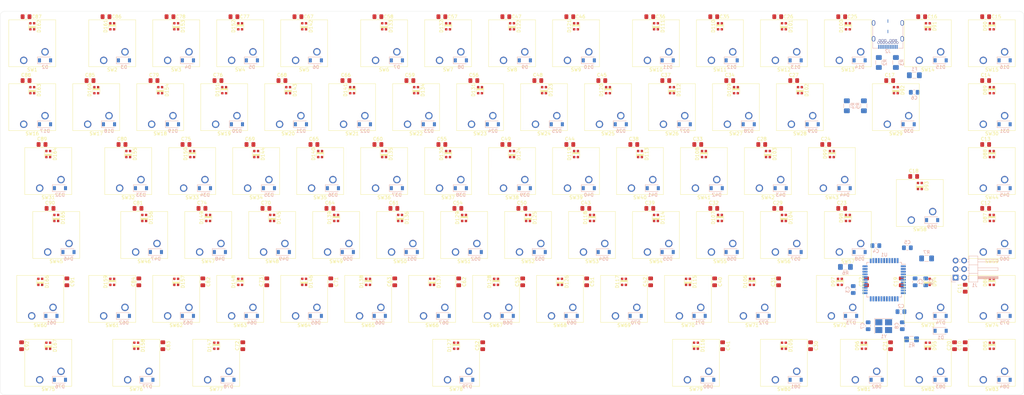
<source format=kicad_pcb>
(kicad_pcb (version 20171130) (host pcbnew 5.1.5+dfsg1-2build2)

  (general
    (thickness 1.6)
    (drawings 8)
    (tracks 0)
    (zones 0)
    (modules 354)
    (nets 216)
  )

  (page A3)
  (layers
    (0 F.Cu signal)
    (31 B.Cu signal)
    (32 B.Adhes user)
    (33 F.Adhes user)
    (34 B.Paste user)
    (35 F.Paste user)
    (36 B.SilkS user)
    (37 F.SilkS user)
    (38 B.Mask user)
    (39 F.Mask user)
    (40 Dwgs.User user)
    (41 Cmts.User user)
    (42 Eco1.User user)
    (43 Eco2.User user)
    (44 Edge.Cuts user)
    (45 Margin user)
    (46 B.CrtYd user)
    (47 F.CrtYd user)
    (48 B.Fab user)
    (49 F.Fab user)
  )

  (setup
    (last_trace_width 0.25)
    (trace_clearance 0.2)
    (zone_clearance 0.508)
    (zone_45_only no)
    (trace_min 0.2)
    (via_size 0.8)
    (via_drill 0.4)
    (via_min_size 0.6)
    (via_min_drill 0.3)
    (uvia_size 0.3)
    (uvia_drill 0.1)
    (uvias_allowed no)
    (uvia_min_size 0.2)
    (uvia_min_drill 0.1)
    (edge_width 0.05)
    (segment_width 0.2)
    (pcb_text_width 0.3)
    (pcb_text_size 1.5 1.5)
    (mod_edge_width 0.12)
    (mod_text_size 1 1)
    (mod_text_width 0.15)
    (pad_size 1.524 1.524)
    (pad_drill 0.762)
    (pad_to_mask_clearance 0.051)
    (solder_mask_min_width 0.25)
    (aux_axis_origin 0 0)
    (visible_elements FFFFF77F)
    (pcbplotparams
      (layerselection 0x010fc_ffffffff)
      (usegerberextensions false)
      (usegerberattributes false)
      (usegerberadvancedattributes false)
      (creategerberjobfile false)
      (excludeedgelayer true)
      (linewidth 0.100000)
      (plotframeref false)
      (viasonmask false)
      (mode 1)
      (useauxorigin false)
      (hpglpennumber 1)
      (hpglpenspeed 20)
      (hpglpendiameter 15.000000)
      (psnegative false)
      (psa4output false)
      (plotreference true)
      (plotvalue true)
      (plotinvisibletext false)
      (padsonsilk false)
      (subtractmaskfromsilk false)
      (outputformat 1)
      (mirror false)
      (drillshape 1)
      (scaleselection 1)
      (outputdirectory ""))
  )

  (net 0 "")
  (net 1 GND)
  (net 2 +5V)
  (net 3 "Net-(C7-Pad1)")
  (net 4 "Net-(C8-Pad2)")
  (net 5 "Net-(C9-Pad1)")
  (net 6 RST)
  (net 7 ROW0)
  (net 8 "Net-(D2-Pad2)")
  (net 9 "Net-(D3-Pad2)")
  (net 10 "Net-(D4-Pad2)")
  (net 11 "Net-(D5-Pad2)")
  (net 12 "Net-(D6-Pad2)")
  (net 13 "Net-(D7-Pad2)")
  (net 14 "Net-(D8-Pad2)")
  (net 15 "Net-(D9-Pad2)")
  (net 16 "Net-(D10-Pad2)")
  (net 17 "Net-(D11-Pad2)")
  (net 18 "Net-(D12-Pad2)")
  (net 19 "Net-(D13-Pad2)")
  (net 20 "Net-(D14-Pad2)")
  (net 21 "Net-(D15-Pad2)")
  (net 22 "Net-(D16-Pad2)")
  (net 23 ROW1)
  (net 24 "Net-(D17-Pad2)")
  (net 25 "Net-(D18-Pad2)")
  (net 26 "Net-(D19-Pad2)")
  (net 27 "Net-(D20-Pad2)")
  (net 28 "Net-(D21-Pad2)")
  (net 29 "Net-(D22-Pad2)")
  (net 30 "Net-(D23-Pad2)")
  (net 31 "Net-(D24-Pad2)")
  (net 32 "Net-(D25-Pad2)")
  (net 33 "Net-(D26-Pad2)")
  (net 34 "Net-(D27-Pad2)")
  (net 35 "Net-(D28-Pad2)")
  (net 36 "Net-(D29-Pad2)")
  (net 37 "Net-(D30-Pad2)")
  (net 38 "Net-(D31-Pad2)")
  (net 39 "Net-(D32-Pad2)")
  (net 40 ROW2)
  (net 41 "Net-(D33-Pad2)")
  (net 42 "Net-(D34-Pad2)")
  (net 43 "Net-(D35-Pad2)")
  (net 44 "Net-(D36-Pad2)")
  (net 45 "Net-(D37-Pad2)")
  (net 46 "Net-(D38-Pad2)")
  (net 47 "Net-(D39-Pad2)")
  (net 48 "Net-(D40-Pad2)")
  (net 49 "Net-(D41-Pad2)")
  (net 50 "Net-(D42-Pad2)")
  (net 51 "Net-(D43-Pad2)")
  (net 52 "Net-(D44-Pad2)")
  (net 53 "Net-(D45-Pad2)")
  (net 54 "Net-(D46-Pad2)")
  (net 55 ROW3)
  (net 56 "Net-(D47-Pad2)")
  (net 57 "Net-(D48-Pad2)")
  (net 58 "Net-(D49-Pad2)")
  (net 59 "Net-(D50-Pad2)")
  (net 60 "Net-(D51-Pad2)")
  (net 61 "Net-(D52-Pad2)")
  (net 62 "Net-(D53-Pad2)")
  (net 63 "Net-(D54-Pad2)")
  (net 64 "Net-(D55-Pad2)")
  (net 65 "Net-(D56-Pad2)")
  (net 66 "Net-(D57-Pad2)")
  (net 67 "Net-(D58-Pad2)")
  (net 68 "Net-(D59-Pad2)")
  (net 69 "Net-(D60-Pad2)")
  (net 70 ROW4)
  (net 71 "Net-(D61-Pad2)")
  (net 72 "Net-(D62-Pad2)")
  (net 73 "Net-(D63-Pad2)")
  (net 74 "Net-(D64-Pad2)")
  (net 75 "Net-(D65-Pad2)")
  (net 76 "Net-(D66-Pad2)")
  (net 77 "Net-(D67-Pad2)")
  (net 78 "Net-(D68-Pad2)")
  (net 79 "Net-(D69-Pad2)")
  (net 80 "Net-(D70-Pad2)")
  (net 81 "Net-(D71-Pad2)")
  (net 82 "Net-(D72-Pad2)")
  (net 83 "Net-(D73-Pad2)")
  (net 84 "Net-(D74-Pad2)")
  (net 85 "Net-(D75-Pad2)")
  (net 86 ROW5)
  (net 87 "Net-(D76-Pad2)")
  (net 88 "Net-(D77-Pad2)")
  (net 89 "Net-(D78-Pad2)")
  (net 90 "Net-(D79-Pad2)")
  (net 91 "Net-(D80-Pad2)")
  (net 92 "Net-(D81-Pad2)")
  (net 93 "Net-(D82-Pad2)")
  (net 94 "Net-(D83-Pad2)")
  (net 95 "Net-(D84-Pad2)")
  (net 96 "Net-(D85-Pad2)")
  (net 97 DIN)
  (net 98 "Net-(D86-Pad2)")
  (net 99 "Net-(D87-Pad2)")
  (net 100 "Net-(D88-Pad2)")
  (net 101 "Net-(D89-Pad2)")
  (net 102 "Net-(D90-Pad2)")
  (net 103 "Net-(D91-Pad2)")
  (net 104 "Net-(D92-Pad2)")
  (net 105 "Net-(D93-Pad2)")
  (net 106 "Net-(D94-Pad2)")
  (net 107 "Net-(D95-Pad2)")
  (net 108 "Net-(D96-Pad2)")
  (net 109 "Net-(D97-Pad2)")
  (net 110 "Net-(D98-Pad2)")
  (net 111 "Net-(D100-Pad4)")
  (net 112 "Net-(D100-Pad2)")
  (net 113 "Net-(D101-Pad2)")
  (net 114 "Net-(D102-Pad2)")
  (net 115 "Net-(D103-Pad2)")
  (net 116 "Net-(D104-Pad2)")
  (net 117 "Net-(D105-Pad2)")
  (net 118 "Net-(D106-Pad2)")
  (net 119 "Net-(D107-Pad2)")
  (net 120 "Net-(D108-Pad2)")
  (net 121 "Net-(D109-Pad2)")
  (net 122 "Net-(D110-Pad2)")
  (net 123 "Net-(D111-Pad2)")
  (net 124 "Net-(D112-Pad2)")
  (net 125 "Net-(D113-Pad2)")
  (net 126 "Net-(D114-Pad2)")
  (net 127 "Net-(D115-Pad2)")
  (net 128 "Net-(D116-Pad2)")
  (net 129 "Net-(D117-Pad2)")
  (net 130 "Net-(D118-Pad2)")
  (net 131 "Net-(D119-Pad2)")
  (net 132 "Net-(D120-Pad2)")
  (net 133 "Net-(D121-Pad2)")
  (net 134 "Net-(D122-Pad2)")
  (net 135 "Net-(D123-Pad2)")
  (net 136 "Net-(D124-Pad2)")
  (net 137 "Net-(D125-Pad2)")
  (net 138 "Net-(D126-Pad2)")
  (net 139 "Net-(D127-Pad2)")
  (net 140 "Net-(D128-Pad2)")
  (net 141 "Net-(D129-Pad2)")
  (net 142 "Net-(D130-Pad2)")
  (net 143 "Net-(D131-Pad2)")
  (net 144 "Net-(D132-Pad2)")
  (net 145 "Net-(D133-Pad2)")
  (net 146 "Net-(D134-Pad2)")
  (net 147 "Net-(D135-Pad2)")
  (net 148 "Net-(D136-Pad2)")
  (net 149 "Net-(D137-Pad2)")
  (net 150 "Net-(D138-Pad2)")
  (net 151 "Net-(D139-Pad2)")
  (net 152 "Net-(D140-Pad2)")
  (net 153 "Net-(D141-Pad2)")
  (net 154 "Net-(D142-Pad2)")
  (net 155 "Net-(D143-Pad2)")
  (net 156 "Net-(D144-Pad2)")
  (net 157 "Net-(D145-Pad2)")
  (net 158 "Net-(D146-Pad2)")
  (net 159 "Net-(D147-Pad2)")
  (net 160 "Net-(D148-Pad2)")
  (net 161 "Net-(D149-Pad2)")
  (net 162 "Net-(D150-Pad2)")
  (net 163 "Net-(D151-Pad2)")
  (net 164 "Net-(D152-Pad2)")
  (net 165 "Net-(D153-Pad2)")
  (net 166 "Net-(D154-Pad2)")
  (net 167 "Net-(D155-Pad2)")
  (net 168 "Net-(D156-Pad2)")
  (net 169 "Net-(D157-Pad2)")
  (net 170 "Net-(D158-Pad2)")
  (net 171 "Net-(D159-Pad2)")
  (net 172 "Net-(D160-Pad2)")
  (net 173 "Net-(D161-Pad2)")
  (net 174 "Net-(D162-Pad2)")
  (net 175 "Net-(D163-Pad2)")
  (net 176 "Net-(D164-Pad2)")
  (net 177 "Net-(D165-Pad2)")
  (net 178 "Net-(D166-Pad2)")
  (net 179 "Net-(D167-Pad2)")
  (net 180 "Net-(F1-Pad2)")
  (net 181 COL02)
  (net 182 COL00)
  (net 183 COL01)
  (net 184 "Net-(J2-PadA11)")
  (net 185 "Net-(J2-PadA10)")
  (net 186 "Net-(J2-PadA8)")
  (net 187 D-)
  (net 188 D+)
  (net 189 "Net-(J2-PadA5)")
  (net 190 "Net-(J2-PadA3)")
  (net 191 "Net-(J2-PadA2)")
  (net 192 "Net-(J2-PadB10)")
  (net 193 "Net-(J2-PadB3)")
  (net 194 "Net-(J2-PadB8)")
  (net 195 "Net-(J2-PadB5)")
  (net 196 "Net-(J2-PadB2)")
  (net 197 "Net-(J2-PadB11)")
  (net 198 "Net-(R6-Pad2)")
  (net 199 COL03)
  (net 200 COL04)
  (net 201 COL06)
  (net 202 COL07)
  (net 203 COL08)
  (net 204 COL09)
  (net 205 COL10)
  (net 206 COL11)
  (net 207 COL12)
  (net 208 COL13)
  (net 209 COL14)
  (net 210 COL15)
  (net 211 COL05)
  (net 212 "Net-(U1-Pad1)")
  (net 213 "Net-(U1-Pad8)")
  (net 214 "Net-(U1-Pad42)")
  (net 215 "Net-(R7-Pad2)")

  (net_class Default "Dies ist die voreingestellte Netzklasse."
    (clearance 0.2)
    (trace_width 0.25)
    (via_dia 0.8)
    (via_drill 0.4)
    (uvia_dia 0.3)
    (uvia_drill 0.1)
    (add_net +5V)
    (add_net COL00)
    (add_net COL01)
    (add_net COL02)
    (add_net COL03)
    (add_net COL04)
    (add_net COL05)
    (add_net COL06)
    (add_net COL07)
    (add_net COL08)
    (add_net COL09)
    (add_net COL10)
    (add_net COL11)
    (add_net COL12)
    (add_net COL13)
    (add_net COL14)
    (add_net COL15)
    (add_net D+)
    (add_net D-)
    (add_net DIN)
    (add_net GND)
    (add_net "Net-(C7-Pad1)")
    (add_net "Net-(C8-Pad2)")
    (add_net "Net-(C9-Pad1)")
    (add_net "Net-(D10-Pad2)")
    (add_net "Net-(D100-Pad2)")
    (add_net "Net-(D100-Pad4)")
    (add_net "Net-(D101-Pad2)")
    (add_net "Net-(D102-Pad2)")
    (add_net "Net-(D103-Pad2)")
    (add_net "Net-(D104-Pad2)")
    (add_net "Net-(D105-Pad2)")
    (add_net "Net-(D106-Pad2)")
    (add_net "Net-(D107-Pad2)")
    (add_net "Net-(D108-Pad2)")
    (add_net "Net-(D109-Pad2)")
    (add_net "Net-(D11-Pad2)")
    (add_net "Net-(D110-Pad2)")
    (add_net "Net-(D111-Pad2)")
    (add_net "Net-(D112-Pad2)")
    (add_net "Net-(D113-Pad2)")
    (add_net "Net-(D114-Pad2)")
    (add_net "Net-(D115-Pad2)")
    (add_net "Net-(D116-Pad2)")
    (add_net "Net-(D117-Pad2)")
    (add_net "Net-(D118-Pad2)")
    (add_net "Net-(D119-Pad2)")
    (add_net "Net-(D12-Pad2)")
    (add_net "Net-(D120-Pad2)")
    (add_net "Net-(D121-Pad2)")
    (add_net "Net-(D122-Pad2)")
    (add_net "Net-(D123-Pad2)")
    (add_net "Net-(D124-Pad2)")
    (add_net "Net-(D125-Pad2)")
    (add_net "Net-(D126-Pad2)")
    (add_net "Net-(D127-Pad2)")
    (add_net "Net-(D128-Pad2)")
    (add_net "Net-(D129-Pad2)")
    (add_net "Net-(D13-Pad2)")
    (add_net "Net-(D130-Pad2)")
    (add_net "Net-(D131-Pad2)")
    (add_net "Net-(D132-Pad2)")
    (add_net "Net-(D133-Pad2)")
    (add_net "Net-(D134-Pad2)")
    (add_net "Net-(D135-Pad2)")
    (add_net "Net-(D136-Pad2)")
    (add_net "Net-(D137-Pad2)")
    (add_net "Net-(D138-Pad2)")
    (add_net "Net-(D139-Pad2)")
    (add_net "Net-(D14-Pad2)")
    (add_net "Net-(D140-Pad2)")
    (add_net "Net-(D141-Pad2)")
    (add_net "Net-(D142-Pad2)")
    (add_net "Net-(D143-Pad2)")
    (add_net "Net-(D144-Pad2)")
    (add_net "Net-(D145-Pad2)")
    (add_net "Net-(D146-Pad2)")
    (add_net "Net-(D147-Pad2)")
    (add_net "Net-(D148-Pad2)")
    (add_net "Net-(D149-Pad2)")
    (add_net "Net-(D15-Pad2)")
    (add_net "Net-(D150-Pad2)")
    (add_net "Net-(D151-Pad2)")
    (add_net "Net-(D152-Pad2)")
    (add_net "Net-(D153-Pad2)")
    (add_net "Net-(D154-Pad2)")
    (add_net "Net-(D155-Pad2)")
    (add_net "Net-(D156-Pad2)")
    (add_net "Net-(D157-Pad2)")
    (add_net "Net-(D158-Pad2)")
    (add_net "Net-(D159-Pad2)")
    (add_net "Net-(D16-Pad2)")
    (add_net "Net-(D160-Pad2)")
    (add_net "Net-(D161-Pad2)")
    (add_net "Net-(D162-Pad2)")
    (add_net "Net-(D163-Pad2)")
    (add_net "Net-(D164-Pad2)")
    (add_net "Net-(D165-Pad2)")
    (add_net "Net-(D166-Pad2)")
    (add_net "Net-(D167-Pad2)")
    (add_net "Net-(D17-Pad2)")
    (add_net "Net-(D18-Pad2)")
    (add_net "Net-(D19-Pad2)")
    (add_net "Net-(D2-Pad2)")
    (add_net "Net-(D20-Pad2)")
    (add_net "Net-(D21-Pad2)")
    (add_net "Net-(D22-Pad2)")
    (add_net "Net-(D23-Pad2)")
    (add_net "Net-(D24-Pad2)")
    (add_net "Net-(D25-Pad2)")
    (add_net "Net-(D26-Pad2)")
    (add_net "Net-(D27-Pad2)")
    (add_net "Net-(D28-Pad2)")
    (add_net "Net-(D29-Pad2)")
    (add_net "Net-(D3-Pad2)")
    (add_net "Net-(D30-Pad2)")
    (add_net "Net-(D31-Pad2)")
    (add_net "Net-(D32-Pad2)")
    (add_net "Net-(D33-Pad2)")
    (add_net "Net-(D34-Pad2)")
    (add_net "Net-(D35-Pad2)")
    (add_net "Net-(D36-Pad2)")
    (add_net "Net-(D37-Pad2)")
    (add_net "Net-(D38-Pad2)")
    (add_net "Net-(D39-Pad2)")
    (add_net "Net-(D4-Pad2)")
    (add_net "Net-(D40-Pad2)")
    (add_net "Net-(D41-Pad2)")
    (add_net "Net-(D42-Pad2)")
    (add_net "Net-(D43-Pad2)")
    (add_net "Net-(D44-Pad2)")
    (add_net "Net-(D45-Pad2)")
    (add_net "Net-(D46-Pad2)")
    (add_net "Net-(D47-Pad2)")
    (add_net "Net-(D48-Pad2)")
    (add_net "Net-(D49-Pad2)")
    (add_net "Net-(D5-Pad2)")
    (add_net "Net-(D50-Pad2)")
    (add_net "Net-(D51-Pad2)")
    (add_net "Net-(D52-Pad2)")
    (add_net "Net-(D53-Pad2)")
    (add_net "Net-(D54-Pad2)")
    (add_net "Net-(D55-Pad2)")
    (add_net "Net-(D56-Pad2)")
    (add_net "Net-(D57-Pad2)")
    (add_net "Net-(D58-Pad2)")
    (add_net "Net-(D59-Pad2)")
    (add_net "Net-(D6-Pad2)")
    (add_net "Net-(D60-Pad2)")
    (add_net "Net-(D61-Pad2)")
    (add_net "Net-(D62-Pad2)")
    (add_net "Net-(D63-Pad2)")
    (add_net "Net-(D64-Pad2)")
    (add_net "Net-(D65-Pad2)")
    (add_net "Net-(D66-Pad2)")
    (add_net "Net-(D67-Pad2)")
    (add_net "Net-(D68-Pad2)")
    (add_net "Net-(D69-Pad2)")
    (add_net "Net-(D7-Pad2)")
    (add_net "Net-(D70-Pad2)")
    (add_net "Net-(D71-Pad2)")
    (add_net "Net-(D72-Pad2)")
    (add_net "Net-(D73-Pad2)")
    (add_net "Net-(D74-Pad2)")
    (add_net "Net-(D75-Pad2)")
    (add_net "Net-(D76-Pad2)")
    (add_net "Net-(D77-Pad2)")
    (add_net "Net-(D78-Pad2)")
    (add_net "Net-(D79-Pad2)")
    (add_net "Net-(D8-Pad2)")
    (add_net "Net-(D80-Pad2)")
    (add_net "Net-(D81-Pad2)")
    (add_net "Net-(D82-Pad2)")
    (add_net "Net-(D83-Pad2)")
    (add_net "Net-(D84-Pad2)")
    (add_net "Net-(D85-Pad2)")
    (add_net "Net-(D86-Pad2)")
    (add_net "Net-(D87-Pad2)")
    (add_net "Net-(D88-Pad2)")
    (add_net "Net-(D89-Pad2)")
    (add_net "Net-(D9-Pad2)")
    (add_net "Net-(D90-Pad2)")
    (add_net "Net-(D91-Pad2)")
    (add_net "Net-(D92-Pad2)")
    (add_net "Net-(D93-Pad2)")
    (add_net "Net-(D94-Pad2)")
    (add_net "Net-(D95-Pad2)")
    (add_net "Net-(D96-Pad2)")
    (add_net "Net-(D97-Pad2)")
    (add_net "Net-(D98-Pad2)")
    (add_net "Net-(F1-Pad2)")
    (add_net "Net-(J2-PadA10)")
    (add_net "Net-(J2-PadA11)")
    (add_net "Net-(J2-PadA2)")
    (add_net "Net-(J2-PadA3)")
    (add_net "Net-(J2-PadA5)")
    (add_net "Net-(J2-PadA8)")
    (add_net "Net-(J2-PadB10)")
    (add_net "Net-(J2-PadB11)")
    (add_net "Net-(J2-PadB2)")
    (add_net "Net-(J2-PadB3)")
    (add_net "Net-(J2-PadB5)")
    (add_net "Net-(J2-PadB8)")
    (add_net "Net-(R6-Pad2)")
    (add_net "Net-(R7-Pad2)")
    (add_net "Net-(U1-Pad1)")
    (add_net "Net-(U1-Pad42)")
    (add_net "Net-(U1-Pad8)")
    (add_net ROW0)
    (add_net ROW1)
    (add_net ROW2)
    (add_net ROW3)
    (add_net ROW4)
    (add_net ROW5)
    (add_net RST)
  )

  (module Resistor_SMD:R_1206_3216Metric_Pad1.42x1.75mm_HandSolder (layer B.Cu) (tedit 5B301BBD) (tstamp 5F26397F)
    (at 313.944 111.76 180)
    (descr "Resistor SMD 1206 (3216 Metric), square (rectangular) end terminal, IPC_7351 nominal with elongated pad for handsoldering. (Body size source: http://www.tortai-tech.com/upload/download/2011102023233369053.pdf), generated with kicad-footprint-generator")
    (tags "resistor handsolder")
    (path /5F259898)
    (attr smd)
    (fp_text reference R7 (at 0 1.82) (layer B.SilkS)
      (effects (font (size 1 1) (thickness 0.15)) (justify mirror))
    )
    (fp_text value 470 (at 0 -1.82) (layer B.Fab)
      (effects (font (size 1 1) (thickness 0.15)) (justify mirror))
    )
    (fp_text user %R (at 0 0) (layer B.Fab)
      (effects (font (size 0.8 0.8) (thickness 0.12)) (justify mirror))
    )
    (fp_line (start 2.45 -1.12) (end -2.45 -1.12) (layer B.CrtYd) (width 0.05))
    (fp_line (start 2.45 1.12) (end 2.45 -1.12) (layer B.CrtYd) (width 0.05))
    (fp_line (start -2.45 1.12) (end 2.45 1.12) (layer B.CrtYd) (width 0.05))
    (fp_line (start -2.45 -1.12) (end -2.45 1.12) (layer B.CrtYd) (width 0.05))
    (fp_line (start -0.602064 -0.91) (end 0.602064 -0.91) (layer B.SilkS) (width 0.12))
    (fp_line (start -0.602064 0.91) (end 0.602064 0.91) (layer B.SilkS) (width 0.12))
    (fp_line (start 1.6 -0.8) (end -1.6 -0.8) (layer B.Fab) (width 0.1))
    (fp_line (start 1.6 0.8) (end 1.6 -0.8) (layer B.Fab) (width 0.1))
    (fp_line (start -1.6 0.8) (end 1.6 0.8) (layer B.Fab) (width 0.1))
    (fp_line (start -1.6 -0.8) (end -1.6 0.8) (layer B.Fab) (width 0.1))
    (pad 2 smd roundrect (at 1.4875 0 180) (size 1.425 1.75) (layers B.Cu B.Paste B.Mask) (roundrect_rratio 0.175439)
      (net 215 "Net-(R7-Pad2)"))
    (pad 1 smd roundrect (at -1.4875 0 180) (size 1.425 1.75) (layers B.Cu B.Paste B.Mask) (roundrect_rratio 0.175439)
      (net 97 DIN))
    (model ${KISYS3DMOD}/Resistor_SMD.3dshapes/R_1206_3216Metric.wrl
      (at (xyz 0 0 0))
      (scale (xyz 1 1 1))
      (rotate (xyz 0 0 0))
    )
  )

  (module kezboard-pcb:LED_WS2812_2020 (layer F.Cu) (tedit 5F1C4B34) (tstamp 5F1B709E)
    (at 333.375 137.795 90)
    (descr https://www.peace-corp.co.jp/data/WS2812-2020_V1.0_EN.pdf)
    (path /5F949B9C/5F9E7A8D)
    (fp_text reference D85 (at 0 -2 90) (layer F.SilkS)
      (effects (font (size 1 1) (thickness 0.15)))
    )
    (fp_text value WS2812B (at 0 2 90) (layer F.Fab)
      (effects (font (size 1 1) (thickness 0.15)))
    )
    (fp_line (start -1.1 -1) (end 1.1 -1) (layer F.Fab) (width 0.1))
    (fp_line (start 1.1 -1) (end 1.1 1) (layer F.Fab) (width 0.1))
    (fp_line (start 1.1 1) (end -1.1 1) (layer F.Fab) (width 0.1))
    (fp_line (start -1.1 1) (end -1.1 -1) (layer F.Fab) (width 0.1))
    (fp_text user %R (at 0 0 90) (layer F.Fab)
      (effects (font (size 0.5 0.5) (thickness 0.1)))
    )
    (fp_line (start -1.1 -1.11) (end 1.1 -1.11) (layer F.SilkS) (width 0.12))
    (fp_line (start 1.1 1.11) (end -1.1 1.11) (layer F.SilkS) (width 0.12))
    (fp_poly (pts (xy 0.45 0.9) (xy 0.05 0.9) (xy 0.05 -0.9) (xy 0.45 -0.9)) (layer F.SilkS) (width 0.1))
    (pad 2 smd rect (at 0.9015 0.55 90) (size 0.7 0.7) (layers F.Cu F.Paste F.Mask)
      (net 96 "Net-(D85-Pad2)"))
    (pad 3 smd rect (at 0.9015 -0.55 90) (size 0.7 0.7) (layers F.Cu F.Paste F.Mask)
      (net 1 GND))
    (pad 4 smd rect (at -0.9015 -0.55 90) (size 0.7 0.7) (layers F.Cu F.Paste F.Mask)
      (net 97 DIN))
    (pad 1 smd rect (at -0.9015 0.55 90) (size 0.7 0.7) (layers F.Cu F.Paste F.Mask)
      (net 2 +5V))
  )

  (module kezboard-pcb:LED_WS2812_2020 (layer F.Cu) (tedit 5F1C4B34) (tstamp 5F15F975)
    (at 333.375 118.745 90)
    (descr https://www.peace-corp.co.jp/data/WS2812-2020_V1.0_EN.pdf)
    (path /5F949B9C/5FD3F1F5)
    (fp_text reference D86 (at 0 -2 90) (layer F.SilkS)
      (effects (font (size 1 1) (thickness 0.15)))
    )
    (fp_text value WS2812B (at 0 2 90) (layer F.Fab)
      (effects (font (size 1 1) (thickness 0.15)))
    )
    (fp_poly (pts (xy 0.45 0.9) (xy 0.05 0.9) (xy 0.05 -0.9) (xy 0.45 -0.9)) (layer F.SilkS) (width 0.1))
    (fp_line (start 1.1 1.11) (end -1.1 1.11) (layer F.SilkS) (width 0.12))
    (fp_line (start -1.1 -1.11) (end 1.1 -1.11) (layer F.SilkS) (width 0.12))
    (fp_text user %R (at 0 0 90) (layer F.Fab)
      (effects (font (size 0.5 0.5) (thickness 0.1)))
    )
    (fp_line (start -1.1 1) (end -1.1 -1) (layer F.Fab) (width 0.1))
    (fp_line (start 1.1 1) (end -1.1 1) (layer F.Fab) (width 0.1))
    (fp_line (start 1.1 -1) (end 1.1 1) (layer F.Fab) (width 0.1))
    (fp_line (start -1.1 -1) (end 1.1 -1) (layer F.Fab) (width 0.1))
    (pad 1 smd rect (at -0.9015 0.55 90) (size 0.7 0.7) (layers F.Cu F.Paste F.Mask)
      (net 2 +5V))
    (pad 4 smd rect (at -0.9015 -0.55 90) (size 0.7 0.7) (layers F.Cu F.Paste F.Mask)
      (net 96 "Net-(D85-Pad2)"))
    (pad 3 smd rect (at 0.9015 -0.55 90) (size 0.7 0.7) (layers F.Cu F.Paste F.Mask)
      (net 1 GND))
    (pad 2 smd rect (at 0.9015 0.55 90) (size 0.7 0.7) (layers F.Cu F.Paste F.Mask)
      (net 98 "Net-(D86-Pad2)"))
  )

  (module kezboard-pcb:LED_WS2812_2020 (layer F.Cu) (tedit 5F1C4B34) (tstamp 5F1B738A)
    (at 333.375 99.695 90)
    (descr https://www.peace-corp.co.jp/data/WS2812-2020_V1.0_EN.pdf)
    (path /5F949B9C/5FD40FA8)
    (fp_text reference D87 (at 0 -2 90) (layer F.SilkS)
      (effects (font (size 1 1) (thickness 0.15)))
    )
    (fp_text value WS2812B (at 0 2 90) (layer F.Fab)
      (effects (font (size 1 1) (thickness 0.15)))
    )
    (fp_poly (pts (xy 0.45 0.9) (xy 0.05 0.9) (xy 0.05 -0.9) (xy 0.45 -0.9)) (layer F.SilkS) (width 0.1))
    (fp_line (start 1.1 1.11) (end -1.1 1.11) (layer F.SilkS) (width 0.12))
    (fp_line (start -1.1 -1.11) (end 1.1 -1.11) (layer F.SilkS) (width 0.12))
    (fp_text user %R (at 0 0 90) (layer F.Fab)
      (effects (font (size 0.5 0.5) (thickness 0.1)))
    )
    (fp_line (start -1.1 1) (end -1.1 -1) (layer F.Fab) (width 0.1))
    (fp_line (start 1.1 1) (end -1.1 1) (layer F.Fab) (width 0.1))
    (fp_line (start 1.1 -1) (end 1.1 1) (layer F.Fab) (width 0.1))
    (fp_line (start -1.1 -1) (end 1.1 -1) (layer F.Fab) (width 0.1))
    (pad 1 smd rect (at -0.9015 0.55 90) (size 0.7 0.7) (layers F.Cu F.Paste F.Mask)
      (net 2 +5V))
    (pad 4 smd rect (at -0.9015 -0.55 90) (size 0.7 0.7) (layers F.Cu F.Paste F.Mask)
      (net 98 "Net-(D86-Pad2)"))
    (pad 3 smd rect (at 0.9015 -0.55 90) (size 0.7 0.7) (layers F.Cu F.Paste F.Mask)
      (net 1 GND))
    (pad 2 smd rect (at 0.9015 0.55 90) (size 0.7 0.7) (layers F.Cu F.Paste F.Mask)
      (net 99 "Net-(D87-Pad2)"))
  )

  (module kezboard-pcb:LED_WS2812_2020 (layer F.Cu) (tedit 5F1C4B34) (tstamp 5F25A25B)
    (at 333.375 80.645 90)
    (descr https://www.peace-corp.co.jp/data/WS2812-2020_V1.0_EN.pdf)
    (path /5F949B9C/5FD423CF)
    (fp_text reference D88 (at 0 -2 90) (layer F.SilkS)
      (effects (font (size 1 1) (thickness 0.15)))
    )
    (fp_text value WS2812B (at 0 2 90) (layer F.Fab)
      (effects (font (size 1 1) (thickness 0.15)))
    )
    (fp_poly (pts (xy 0.45 0.9) (xy 0.05 0.9) (xy 0.05 -0.9) (xy 0.45 -0.9)) (layer F.SilkS) (width 0.1))
    (fp_line (start 1.1 1.11) (end -1.1 1.11) (layer F.SilkS) (width 0.12))
    (fp_line (start -1.1 -1.11) (end 1.1 -1.11) (layer F.SilkS) (width 0.12))
    (fp_text user %R (at 0 0 90) (layer F.Fab)
      (effects (font (size 0.5 0.5) (thickness 0.1)))
    )
    (fp_line (start -1.1 1) (end -1.1 -1) (layer F.Fab) (width 0.1))
    (fp_line (start 1.1 1) (end -1.1 1) (layer F.Fab) (width 0.1))
    (fp_line (start 1.1 -1) (end 1.1 1) (layer F.Fab) (width 0.1))
    (fp_line (start -1.1 -1) (end 1.1 -1) (layer F.Fab) (width 0.1))
    (pad 1 smd rect (at -0.9015 0.55 90) (size 0.7 0.7) (layers F.Cu F.Paste F.Mask)
      (net 2 +5V))
    (pad 4 smd rect (at -0.9015 -0.55 90) (size 0.7 0.7) (layers F.Cu F.Paste F.Mask)
      (net 99 "Net-(D87-Pad2)"))
    (pad 3 smd rect (at 0.9015 -0.55 90) (size 0.7 0.7) (layers F.Cu F.Paste F.Mask)
      (net 1 GND))
    (pad 2 smd rect (at 0.9015 0.55 90) (size 0.7 0.7) (layers F.Cu F.Paste F.Mask)
      (net 100 "Net-(D88-Pad2)"))
  )

  (module kezboard-pcb:LED_WS2812_2020 (layer F.Cu) (tedit 5F1C4B34) (tstamp 5F15F9A2)
    (at 333.375 61.595 90)
    (descr https://www.peace-corp.co.jp/data/WS2812-2020_V1.0_EN.pdf)
    (path /5F949B9C/5FD43994)
    (fp_text reference D89 (at 0 -2 90) (layer F.SilkS)
      (effects (font (size 1 1) (thickness 0.15)))
    )
    (fp_text value WS2812B (at 0 2 90) (layer F.Fab)
      (effects (font (size 1 1) (thickness 0.15)))
    )
    (fp_line (start -1.1 -1) (end 1.1 -1) (layer F.Fab) (width 0.1))
    (fp_line (start 1.1 -1) (end 1.1 1) (layer F.Fab) (width 0.1))
    (fp_line (start 1.1 1) (end -1.1 1) (layer F.Fab) (width 0.1))
    (fp_line (start -1.1 1) (end -1.1 -1) (layer F.Fab) (width 0.1))
    (fp_text user %R (at 0 0 90) (layer F.Fab)
      (effects (font (size 0.5 0.5) (thickness 0.1)))
    )
    (fp_line (start -1.1 -1.11) (end 1.1 -1.11) (layer F.SilkS) (width 0.12))
    (fp_line (start 1.1 1.11) (end -1.1 1.11) (layer F.SilkS) (width 0.12))
    (fp_poly (pts (xy 0.45 0.9) (xy 0.05 0.9) (xy 0.05 -0.9) (xy 0.45 -0.9)) (layer F.SilkS) (width 0.1))
    (pad 2 smd rect (at 0.9015 0.55 90) (size 0.7 0.7) (layers F.Cu F.Paste F.Mask)
      (net 101 "Net-(D89-Pad2)"))
    (pad 3 smd rect (at 0.9015 -0.55 90) (size 0.7 0.7) (layers F.Cu F.Paste F.Mask)
      (net 1 GND))
    (pad 4 smd rect (at -0.9015 -0.55 90) (size 0.7 0.7) (layers F.Cu F.Paste F.Mask)
      (net 100 "Net-(D88-Pad2)"))
    (pad 1 smd rect (at -0.9015 0.55 90) (size 0.7 0.7) (layers F.Cu F.Paste F.Mask)
      (net 2 +5V))
  )

  (module kezboard-pcb:LED_WS2812_2020 (layer F.Cu) (tedit 5F1C4B34) (tstamp 5F15F9B1)
    (at 333.375 42.545 90)
    (descr https://www.peace-corp.co.jp/data/WS2812-2020_V1.0_EN.pdf)
    (path /5F949B9C/5F62CAD6)
    (fp_text reference D90 (at 0 -2 90) (layer F.SilkS)
      (effects (font (size 1 1) (thickness 0.15)))
    )
    (fp_text value WS2812B (at 0 2 90) (layer F.Fab)
      (effects (font (size 1 1) (thickness 0.15)))
    )
    (fp_poly (pts (xy 0.45 0.9) (xy 0.05 0.9) (xy 0.05 -0.9) (xy 0.45 -0.9)) (layer F.SilkS) (width 0.1))
    (fp_line (start 1.1 1.11) (end -1.1 1.11) (layer F.SilkS) (width 0.12))
    (fp_line (start -1.1 -1.11) (end 1.1 -1.11) (layer F.SilkS) (width 0.12))
    (fp_text user %R (at 0 0 90) (layer F.Fab)
      (effects (font (size 0.5 0.5) (thickness 0.1)))
    )
    (fp_line (start -1.1 1) (end -1.1 -1) (layer F.Fab) (width 0.1))
    (fp_line (start 1.1 1) (end -1.1 1) (layer F.Fab) (width 0.1))
    (fp_line (start 1.1 -1) (end 1.1 1) (layer F.Fab) (width 0.1))
    (fp_line (start -1.1 -1) (end 1.1 -1) (layer F.Fab) (width 0.1))
    (pad 1 smd rect (at -0.9015 0.55 90) (size 0.7 0.7) (layers F.Cu F.Paste F.Mask)
      (net 2 +5V))
    (pad 4 smd rect (at -0.9015 -0.55 90) (size 0.7 0.7) (layers F.Cu F.Paste F.Mask)
      (net 101 "Net-(D89-Pad2)"))
    (pad 3 smd rect (at 0.9015 -0.55 90) (size 0.7 0.7) (layers F.Cu F.Paste F.Mask)
      (net 1 GND))
    (pad 2 smd rect (at 0.9015 0.55 90) (size 0.7 0.7) (layers F.Cu F.Paste F.Mask)
      (net 102 "Net-(D90-Pad2)"))
  )

  (module kezboard-pcb:LED_WS2812_2020 (layer F.Cu) (tedit 5F1C4B34) (tstamp 5F15F9C0)
    (at 314.325 42.545 270)
    (descr https://www.peace-corp.co.jp/data/WS2812-2020_V1.0_EN.pdf)
    (path /5F949B9C/5F62CAF9)
    (fp_text reference D91 (at 0 -2 90) (layer F.SilkS)
      (effects (font (size 1 1) (thickness 0.15)))
    )
    (fp_text value WS2812B (at 0 2 90) (layer F.Fab)
      (effects (font (size 1 1) (thickness 0.15)))
    )
    (fp_line (start -1.1 -1) (end 1.1 -1) (layer F.Fab) (width 0.1))
    (fp_line (start 1.1 -1) (end 1.1 1) (layer F.Fab) (width 0.1))
    (fp_line (start 1.1 1) (end -1.1 1) (layer F.Fab) (width 0.1))
    (fp_line (start -1.1 1) (end -1.1 -1) (layer F.Fab) (width 0.1))
    (fp_text user %R (at 0 0 90) (layer F.Fab)
      (effects (font (size 0.5 0.5) (thickness 0.1)))
    )
    (fp_line (start -1.1 -1.11) (end 1.1 -1.11) (layer F.SilkS) (width 0.12))
    (fp_line (start 1.1 1.11) (end -1.1 1.11) (layer F.SilkS) (width 0.12))
    (fp_poly (pts (xy 0.45 0.9) (xy 0.05 0.9) (xy 0.05 -0.9) (xy 0.45 -0.9)) (layer F.SilkS) (width 0.1))
    (pad 2 smd rect (at 0.9015 0.55 270) (size 0.7 0.7) (layers F.Cu F.Paste F.Mask)
      (net 103 "Net-(D91-Pad2)"))
    (pad 3 smd rect (at 0.9015 -0.55 270) (size 0.7 0.7) (layers F.Cu F.Paste F.Mask)
      (net 1 GND))
    (pad 4 smd rect (at -0.9015 -0.55 270) (size 0.7 0.7) (layers F.Cu F.Paste F.Mask)
      (net 102 "Net-(D90-Pad2)"))
    (pad 1 smd rect (at -0.9015 0.55 270) (size 0.7 0.7) (layers F.Cu F.Paste F.Mask)
      (net 2 +5V))
  )

  (module kezboard-pcb:LED_WS2812_2020 (layer F.Cu) (tedit 5F1C4B34) (tstamp 5F15F9CF)
    (at 304.8 61.595 270)
    (descr https://www.peace-corp.co.jp/data/WS2812-2020_V1.0_EN.pdf)
    (path /5F949B9C/5F62CB1C)
    (fp_text reference D92 (at 0 -2 90) (layer F.SilkS)
      (effects (font (size 1 1) (thickness 0.15)))
    )
    (fp_text value WS2812B (at 0 2 90) (layer F.Fab)
      (effects (font (size 1 1) (thickness 0.15)))
    )
    (fp_poly (pts (xy 0.45 0.9) (xy 0.05 0.9) (xy 0.05 -0.9) (xy 0.45 -0.9)) (layer F.SilkS) (width 0.1))
    (fp_line (start 1.1 1.11) (end -1.1 1.11) (layer F.SilkS) (width 0.12))
    (fp_line (start -1.1 -1.11) (end 1.1 -1.11) (layer F.SilkS) (width 0.12))
    (fp_text user %R (at 0 0 90) (layer F.Fab)
      (effects (font (size 0.5 0.5) (thickness 0.1)))
    )
    (fp_line (start -1.1 1) (end -1.1 -1) (layer F.Fab) (width 0.1))
    (fp_line (start 1.1 1) (end -1.1 1) (layer F.Fab) (width 0.1))
    (fp_line (start 1.1 -1) (end 1.1 1) (layer F.Fab) (width 0.1))
    (fp_line (start -1.1 -1) (end 1.1 -1) (layer F.Fab) (width 0.1))
    (pad 1 smd rect (at -0.9015 0.55 270) (size 0.7 0.7) (layers F.Cu F.Paste F.Mask)
      (net 2 +5V))
    (pad 4 smd rect (at -0.9015 -0.55 270) (size 0.7 0.7) (layers F.Cu F.Paste F.Mask)
      (net 103 "Net-(D91-Pad2)"))
    (pad 3 smd rect (at 0.9015 -0.55 270) (size 0.7 0.7) (layers F.Cu F.Paste F.Mask)
      (net 1 GND))
    (pad 2 smd rect (at 0.9015 0.55 270) (size 0.7 0.7) (layers F.Cu F.Paste F.Mask)
      (net 104 "Net-(D92-Pad2)"))
  )

  (module kezboard-pcb:LED_WS2812_2020 (layer F.Cu) (tedit 5F1C4B34) (tstamp 5F15F9DE)
    (at 311.94375 90.17 270)
    (descr https://www.peace-corp.co.jp/data/WS2812-2020_V1.0_EN.pdf)
    (path /5F949B9C/5F62CB3F)
    (fp_text reference D93 (at 0 -2 90) (layer F.SilkS)
      (effects (font (size 1 1) (thickness 0.15)))
    )
    (fp_text value WS2812B (at 0 2 90) (layer F.Fab)
      (effects (font (size 1 1) (thickness 0.15)))
    )
    (fp_line (start -1.1 -1) (end 1.1 -1) (layer F.Fab) (width 0.1))
    (fp_line (start 1.1 -1) (end 1.1 1) (layer F.Fab) (width 0.1))
    (fp_line (start 1.1 1) (end -1.1 1) (layer F.Fab) (width 0.1))
    (fp_line (start -1.1 1) (end -1.1 -1) (layer F.Fab) (width 0.1))
    (fp_text user %R (at 0 0 90) (layer F.Fab)
      (effects (font (size 0.5 0.5) (thickness 0.1)))
    )
    (fp_line (start -1.1 -1.11) (end 1.1 -1.11) (layer F.SilkS) (width 0.12))
    (fp_line (start 1.1 1.11) (end -1.1 1.11) (layer F.SilkS) (width 0.12))
    (fp_poly (pts (xy 0.45 0.9) (xy 0.05 0.9) (xy 0.05 -0.9) (xy 0.45 -0.9)) (layer F.SilkS) (width 0.1))
    (pad 2 smd rect (at 0.9015 0.55 270) (size 0.7 0.7) (layers F.Cu F.Paste F.Mask)
      (net 105 "Net-(D93-Pad2)"))
    (pad 3 smd rect (at 0.9015 -0.55 270) (size 0.7 0.7) (layers F.Cu F.Paste F.Mask)
      (net 1 GND))
    (pad 4 smd rect (at -0.9015 -0.55 270) (size 0.7 0.7) (layers F.Cu F.Paste F.Mask)
      (net 104 "Net-(D92-Pad2)"))
    (pad 1 smd rect (at -0.9015 0.55 270) (size 0.7 0.7) (layers F.Cu F.Paste F.Mask)
      (net 2 +5V))
  )

  (module kezboard-pcb:LED_WS2812_2020 (layer F.Cu) (tedit 5F1C4B34) (tstamp 5F15F9ED)
    (at 314.325 118.745 270)
    (descr https://www.peace-corp.co.jp/data/WS2812-2020_V1.0_EN.pdf)
    (path /5F949B9C/5F62CB61)
    (fp_text reference D94 (at 0 -2 90) (layer F.SilkS)
      (effects (font (size 1 1) (thickness 0.15)))
    )
    (fp_text value WS2812B (at 0 2 90) (layer F.Fab)
      (effects (font (size 1 1) (thickness 0.15)))
    )
    (fp_poly (pts (xy 0.45 0.9) (xy 0.05 0.9) (xy 0.05 -0.9) (xy 0.45 -0.9)) (layer F.SilkS) (width 0.1))
    (fp_line (start 1.1 1.11) (end -1.1 1.11) (layer F.SilkS) (width 0.12))
    (fp_line (start -1.1 -1.11) (end 1.1 -1.11) (layer F.SilkS) (width 0.12))
    (fp_text user %R (at 0 0 90) (layer F.Fab)
      (effects (font (size 0.5 0.5) (thickness 0.1)))
    )
    (fp_line (start -1.1 1) (end -1.1 -1) (layer F.Fab) (width 0.1))
    (fp_line (start 1.1 1) (end -1.1 1) (layer F.Fab) (width 0.1))
    (fp_line (start 1.1 -1) (end 1.1 1) (layer F.Fab) (width 0.1))
    (fp_line (start -1.1 -1) (end 1.1 -1) (layer F.Fab) (width 0.1))
    (pad 1 smd rect (at -0.9015 0.55 270) (size 0.7 0.7) (layers F.Cu F.Paste F.Mask)
      (net 2 +5V))
    (pad 4 smd rect (at -0.9015 -0.55 270) (size 0.7 0.7) (layers F.Cu F.Paste F.Mask)
      (net 105 "Net-(D93-Pad2)"))
    (pad 3 smd rect (at 0.9015 -0.55 270) (size 0.7 0.7) (layers F.Cu F.Paste F.Mask)
      (net 1 GND))
    (pad 2 smd rect (at 0.9015 0.55 270) (size 0.7 0.7) (layers F.Cu F.Paste F.Mask)
      (net 106 "Net-(D94-Pad2)"))
  )

  (module kezboard-pcb:LED_WS2812_2020 (layer F.Cu) (tedit 5F1C4B34) (tstamp 5F15F9FC)
    (at 314.325 137.795 270)
    (descr https://www.peace-corp.co.jp/data/WS2812-2020_V1.0_EN.pdf)
    (path /5F949B9C/5F6A6266)
    (fp_text reference D95 (at 0 -2 90) (layer F.SilkS)
      (effects (font (size 1 1) (thickness 0.15)))
    )
    (fp_text value WS2812B (at 0 2 90) (layer F.Fab)
      (effects (font (size 1 1) (thickness 0.15)))
    )
    (fp_poly (pts (xy 0.45 0.9) (xy 0.05 0.9) (xy 0.05 -0.9) (xy 0.45 -0.9)) (layer F.SilkS) (width 0.1))
    (fp_line (start 1.1 1.11) (end -1.1 1.11) (layer F.SilkS) (width 0.12))
    (fp_line (start -1.1 -1.11) (end 1.1 -1.11) (layer F.SilkS) (width 0.12))
    (fp_text user %R (at 0 0 90) (layer F.Fab)
      (effects (font (size 0.5 0.5) (thickness 0.1)))
    )
    (fp_line (start -1.1 1) (end -1.1 -1) (layer F.Fab) (width 0.1))
    (fp_line (start 1.1 1) (end -1.1 1) (layer F.Fab) (width 0.1))
    (fp_line (start 1.1 -1) (end 1.1 1) (layer F.Fab) (width 0.1))
    (fp_line (start -1.1 -1) (end 1.1 -1) (layer F.Fab) (width 0.1))
    (pad 1 smd rect (at -0.9015 0.55 270) (size 0.7 0.7) (layers F.Cu F.Paste F.Mask)
      (net 2 +5V))
    (pad 4 smd rect (at -0.9015 -0.55 270) (size 0.7 0.7) (layers F.Cu F.Paste F.Mask)
      (net 106 "Net-(D94-Pad2)"))
    (pad 3 smd rect (at 0.9015 -0.55 270) (size 0.7 0.7) (layers F.Cu F.Paste F.Mask)
      (net 1 GND))
    (pad 2 smd rect (at 0.9015 0.55 270) (size 0.7 0.7) (layers F.Cu F.Paste F.Mask)
      (net 107 "Net-(D95-Pad2)"))
  )

  (module kezboard-pcb:LED_WS2812_2020 (layer F.Cu) (tedit 5F1C4B34) (tstamp 5F15FA0B)
    (at 295.275 137.795 90)
    (descr https://www.peace-corp.co.jp/data/WS2812-2020_V1.0_EN.pdf)
    (path /5F949B9C/5F6A6289)
    (fp_text reference D96 (at 0 -2 90) (layer F.SilkS)
      (effects (font (size 1 1) (thickness 0.15)))
    )
    (fp_text value WS2812B (at 0 2 90) (layer F.Fab)
      (effects (font (size 1 1) (thickness 0.15)))
    )
    (fp_line (start -1.1 -1) (end 1.1 -1) (layer F.Fab) (width 0.1))
    (fp_line (start 1.1 -1) (end 1.1 1) (layer F.Fab) (width 0.1))
    (fp_line (start 1.1 1) (end -1.1 1) (layer F.Fab) (width 0.1))
    (fp_line (start -1.1 1) (end -1.1 -1) (layer F.Fab) (width 0.1))
    (fp_text user %R (at 0 0 90) (layer F.Fab)
      (effects (font (size 0.5 0.5) (thickness 0.1)))
    )
    (fp_line (start -1.1 -1.11) (end 1.1 -1.11) (layer F.SilkS) (width 0.12))
    (fp_line (start 1.1 1.11) (end -1.1 1.11) (layer F.SilkS) (width 0.12))
    (fp_poly (pts (xy 0.45 0.9) (xy 0.05 0.9) (xy 0.05 -0.9) (xy 0.45 -0.9)) (layer F.SilkS) (width 0.1))
    (pad 2 smd rect (at 0.9015 0.55 90) (size 0.7 0.7) (layers F.Cu F.Paste F.Mask)
      (net 108 "Net-(D96-Pad2)"))
    (pad 3 smd rect (at 0.9015 -0.55 90) (size 0.7 0.7) (layers F.Cu F.Paste F.Mask)
      (net 1 GND))
    (pad 4 smd rect (at -0.9015 -0.55 90) (size 0.7 0.7) (layers F.Cu F.Paste F.Mask)
      (net 107 "Net-(D95-Pad2)"))
    (pad 1 smd rect (at -0.9015 0.55 90) (size 0.7 0.7) (layers F.Cu F.Paste F.Mask)
      (net 2 +5V))
  )

  (module kezboard-pcb:LED_WS2812_2020 (layer F.Cu) (tedit 5F1C4B34) (tstamp 5F15FA1A)
    (at 288.13125 118.745 90)
    (descr https://www.peace-corp.co.jp/data/WS2812-2020_V1.0_EN.pdf)
    (path /5F949B9C/5F6A62AC)
    (fp_text reference D97 (at 0 -2 90) (layer F.SilkS)
      (effects (font (size 1 1) (thickness 0.15)))
    )
    (fp_text value WS2812B (at 0 2 90) (layer F.Fab)
      (effects (font (size 1 1) (thickness 0.15)))
    )
    (fp_poly (pts (xy 0.45 0.9) (xy 0.05 0.9) (xy 0.05 -0.9) (xy 0.45 -0.9)) (layer F.SilkS) (width 0.1))
    (fp_line (start 1.1 1.11) (end -1.1 1.11) (layer F.SilkS) (width 0.12))
    (fp_line (start -1.1 -1.11) (end 1.1 -1.11) (layer F.SilkS) (width 0.12))
    (fp_text user %R (at 0 0 90) (layer F.Fab)
      (effects (font (size 0.5 0.5) (thickness 0.1)))
    )
    (fp_line (start -1.1 1) (end -1.1 -1) (layer F.Fab) (width 0.1))
    (fp_line (start 1.1 1) (end -1.1 1) (layer F.Fab) (width 0.1))
    (fp_line (start 1.1 -1) (end 1.1 1) (layer F.Fab) (width 0.1))
    (fp_line (start -1.1 -1) (end 1.1 -1) (layer F.Fab) (width 0.1))
    (pad 1 smd rect (at -0.9015 0.55 90) (size 0.7 0.7) (layers F.Cu F.Paste F.Mask)
      (net 2 +5V))
    (pad 4 smd rect (at -0.9015 -0.55 90) (size 0.7 0.7) (layers F.Cu F.Paste F.Mask)
      (net 108 "Net-(D96-Pad2)"))
    (pad 3 smd rect (at 0.9015 -0.55 90) (size 0.7 0.7) (layers F.Cu F.Paste F.Mask)
      (net 1 GND))
    (pad 2 smd rect (at 0.9015 0.55 90) (size 0.7 0.7) (layers F.Cu F.Paste F.Mask)
      (net 109 "Net-(D97-Pad2)"))
  )

  (module kezboard-pcb:LED_WS2812_2020 (layer F.Cu) (tedit 5F1C4B34) (tstamp 5F15FA29)
    (at 290.5125 99.695 90)
    (descr https://www.peace-corp.co.jp/data/WS2812-2020_V1.0_EN.pdf)
    (path /5F949B9C/5F6A62CF)
    (fp_text reference D98 (at 0 -2 90) (layer F.SilkS)
      (effects (font (size 1 1) (thickness 0.15)))
    )
    (fp_text value WS2812B (at 0 2 90) (layer F.Fab)
      (effects (font (size 1 1) (thickness 0.15)))
    )
    (fp_poly (pts (xy 0.45 0.9) (xy 0.05 0.9) (xy 0.05 -0.9) (xy 0.45 -0.9)) (layer F.SilkS) (width 0.1))
    (fp_line (start 1.1 1.11) (end -1.1 1.11) (layer F.SilkS) (width 0.12))
    (fp_line (start -1.1 -1.11) (end 1.1 -1.11) (layer F.SilkS) (width 0.12))
    (fp_text user %R (at 0 0 90) (layer F.Fab)
      (effects (font (size 0.5 0.5) (thickness 0.1)))
    )
    (fp_line (start -1.1 1) (end -1.1 -1) (layer F.Fab) (width 0.1))
    (fp_line (start 1.1 1) (end -1.1 1) (layer F.Fab) (width 0.1))
    (fp_line (start 1.1 -1) (end 1.1 1) (layer F.Fab) (width 0.1))
    (fp_line (start -1.1 -1) (end 1.1 -1) (layer F.Fab) (width 0.1))
    (pad 1 smd rect (at -0.9015 0.55 90) (size 0.7 0.7) (layers F.Cu F.Paste F.Mask)
      (net 2 +5V))
    (pad 4 smd rect (at -0.9015 -0.55 90) (size 0.7 0.7) (layers F.Cu F.Paste F.Mask)
      (net 109 "Net-(D97-Pad2)"))
    (pad 3 smd rect (at 0.9015 -0.55 90) (size 0.7 0.7) (layers F.Cu F.Paste F.Mask)
      (net 1 GND))
    (pad 2 smd rect (at 0.9015 0.55 90) (size 0.7 0.7) (layers F.Cu F.Paste F.Mask)
      (net 110 "Net-(D98-Pad2)"))
  )

  (module kezboard-pcb:LED_WS2812_2020 (layer F.Cu) (tedit 5F1C4B34) (tstamp 5F15FA38)
    (at 285.75 80.645 90)
    (descr https://www.peace-corp.co.jp/data/WS2812-2020_V1.0_EN.pdf)
    (path /5F949B9C/5F6A62F2)
    (fp_text reference D99 (at 0 -2 90) (layer F.SilkS)
      (effects (font (size 1 1) (thickness 0.15)))
    )
    (fp_text value WS2812B (at 0 2 90) (layer F.Fab)
      (effects (font (size 1 1) (thickness 0.15)))
    )
    (fp_poly (pts (xy 0.45 0.9) (xy 0.05 0.9) (xy 0.05 -0.9) (xy 0.45 -0.9)) (layer F.SilkS) (width 0.1))
    (fp_line (start 1.1 1.11) (end -1.1 1.11) (layer F.SilkS) (width 0.12))
    (fp_line (start -1.1 -1.11) (end 1.1 -1.11) (layer F.SilkS) (width 0.12))
    (fp_text user %R (at 0 0 90) (layer F.Fab)
      (effects (font (size 0.5 0.5) (thickness 0.1)))
    )
    (fp_line (start -1.1 1) (end -1.1 -1) (layer F.Fab) (width 0.1))
    (fp_line (start 1.1 1) (end -1.1 1) (layer F.Fab) (width 0.1))
    (fp_line (start 1.1 -1) (end 1.1 1) (layer F.Fab) (width 0.1))
    (fp_line (start -1.1 -1) (end 1.1 -1) (layer F.Fab) (width 0.1))
    (pad 1 smd rect (at -0.9015 0.55 90) (size 0.7 0.7) (layers F.Cu F.Paste F.Mask)
      (net 2 +5V))
    (pad 4 smd rect (at -0.9015 -0.55 90) (size 0.7 0.7) (layers F.Cu F.Paste F.Mask)
      (net 110 "Net-(D98-Pad2)"))
    (pad 3 smd rect (at 0.9015 -0.55 90) (size 0.7 0.7) (layers F.Cu F.Paste F.Mask)
      (net 1 GND))
    (pad 2 smd rect (at 0.9015 0.55 90) (size 0.7 0.7) (layers F.Cu F.Paste F.Mask)
      (net 111 "Net-(D100-Pad4)"))
  )

  (module kezboard-pcb:LED_WS2812_2020 (layer F.Cu) (tedit 5F1C4B34) (tstamp 5F15FA47)
    (at 290.5125 42.545 90)
    (descr https://www.peace-corp.co.jp/data/WS2812-2020_V1.0_EN.pdf)
    (path /5F949B9C/5F6A6315)
    (fp_text reference D100 (at 0 -2 90) (layer F.SilkS)
      (effects (font (size 1 1) (thickness 0.15)))
    )
    (fp_text value WS2812B (at 0 2 90) (layer F.Fab)
      (effects (font (size 1 1) (thickness 0.15)))
    )
    (fp_poly (pts (xy 0.45 0.9) (xy 0.05 0.9) (xy 0.05 -0.9) (xy 0.45 -0.9)) (layer F.SilkS) (width 0.1))
    (fp_line (start 1.1 1.11) (end -1.1 1.11) (layer F.SilkS) (width 0.12))
    (fp_line (start -1.1 -1.11) (end 1.1 -1.11) (layer F.SilkS) (width 0.12))
    (fp_text user %R (at 0 0 90) (layer F.Fab)
      (effects (font (size 0.5 0.5) (thickness 0.1)))
    )
    (fp_line (start -1.1 1) (end -1.1 -1) (layer F.Fab) (width 0.1))
    (fp_line (start 1.1 1) (end -1.1 1) (layer F.Fab) (width 0.1))
    (fp_line (start 1.1 -1) (end 1.1 1) (layer F.Fab) (width 0.1))
    (fp_line (start -1.1 -1) (end 1.1 -1) (layer F.Fab) (width 0.1))
    (pad 1 smd rect (at -0.9015 0.55 90) (size 0.7 0.7) (layers F.Cu F.Paste F.Mask)
      (net 2 +5V))
    (pad 4 smd rect (at -0.9015 -0.55 90) (size 0.7 0.7) (layers F.Cu F.Paste F.Mask)
      (net 111 "Net-(D100-Pad4)"))
    (pad 3 smd rect (at 0.9015 -0.55 90) (size 0.7 0.7) (layers F.Cu F.Paste F.Mask)
      (net 1 GND))
    (pad 2 smd rect (at 0.9015 0.55 90) (size 0.7 0.7) (layers F.Cu F.Paste F.Mask)
      (net 112 "Net-(D100-Pad2)"))
  )

  (module kezboard-pcb:LED_WS2812_2020 (layer F.Cu) (tedit 5F1C4B34) (tstamp 5F15FA56)
    (at 271.4625 42.545 270)
    (descr https://www.peace-corp.co.jp/data/WS2812-2020_V1.0_EN.pdf)
    (path /5F949B9C/5F6A6338)
    (fp_text reference D101 (at 0 -2 90) (layer F.SilkS)
      (effects (font (size 1 1) (thickness 0.15)))
    )
    (fp_text value WS2812B (at 0 2 90) (layer F.Fab)
      (effects (font (size 1 1) (thickness 0.15)))
    )
    (fp_poly (pts (xy 0.45 0.9) (xy 0.05 0.9) (xy 0.05 -0.9) (xy 0.45 -0.9)) (layer F.SilkS) (width 0.1))
    (fp_line (start 1.1 1.11) (end -1.1 1.11) (layer F.SilkS) (width 0.12))
    (fp_line (start -1.1 -1.11) (end 1.1 -1.11) (layer F.SilkS) (width 0.12))
    (fp_text user %R (at 0 0 90) (layer F.Fab)
      (effects (font (size 0.5 0.5) (thickness 0.1)))
    )
    (fp_line (start -1.1 1) (end -1.1 -1) (layer F.Fab) (width 0.1))
    (fp_line (start 1.1 1) (end -1.1 1) (layer F.Fab) (width 0.1))
    (fp_line (start 1.1 -1) (end 1.1 1) (layer F.Fab) (width 0.1))
    (fp_line (start -1.1 -1) (end 1.1 -1) (layer F.Fab) (width 0.1))
    (pad 1 smd rect (at -0.9015 0.55 270) (size 0.7 0.7) (layers F.Cu F.Paste F.Mask)
      (net 2 +5V))
    (pad 4 smd rect (at -0.9015 -0.55 270) (size 0.7 0.7) (layers F.Cu F.Paste F.Mask)
      (net 112 "Net-(D100-Pad2)"))
    (pad 3 smd rect (at 0.9015 -0.55 270) (size 0.7 0.7) (layers F.Cu F.Paste F.Mask)
      (net 1 GND))
    (pad 2 smd rect (at 0.9015 0.55 270) (size 0.7 0.7) (layers F.Cu F.Paste F.Mask)
      (net 113 "Net-(D101-Pad2)"))
  )

  (module kezboard-pcb:LED_WS2812_2020 (layer F.Cu) (tedit 5F1C4B34) (tstamp 5F15FA65)
    (at 276.225 61.595 270)
    (descr https://www.peace-corp.co.jp/data/WS2812-2020_V1.0_EN.pdf)
    (path /5F949B9C/5F6A635B)
    (fp_text reference D102 (at 0 -2 90) (layer F.SilkS)
      (effects (font (size 1 1) (thickness 0.15)))
    )
    (fp_text value WS2812B (at 0 2 90) (layer F.Fab)
      (effects (font (size 1 1) (thickness 0.15)))
    )
    (fp_line (start -1.1 -1) (end 1.1 -1) (layer F.Fab) (width 0.1))
    (fp_line (start 1.1 -1) (end 1.1 1) (layer F.Fab) (width 0.1))
    (fp_line (start 1.1 1) (end -1.1 1) (layer F.Fab) (width 0.1))
    (fp_line (start -1.1 1) (end -1.1 -1) (layer F.Fab) (width 0.1))
    (fp_text user %R (at 0 0 90) (layer F.Fab)
      (effects (font (size 0.5 0.5) (thickness 0.1)))
    )
    (fp_line (start -1.1 -1.11) (end 1.1 -1.11) (layer F.SilkS) (width 0.12))
    (fp_line (start 1.1 1.11) (end -1.1 1.11) (layer F.SilkS) (width 0.12))
    (fp_poly (pts (xy 0.45 0.9) (xy 0.05 0.9) (xy 0.05 -0.9) (xy 0.45 -0.9)) (layer F.SilkS) (width 0.1))
    (pad 2 smd rect (at 0.9015 0.55 270) (size 0.7 0.7) (layers F.Cu F.Paste F.Mask)
      (net 114 "Net-(D102-Pad2)"))
    (pad 3 smd rect (at 0.9015 -0.55 270) (size 0.7 0.7) (layers F.Cu F.Paste F.Mask)
      (net 1 GND))
    (pad 4 smd rect (at -0.9015 -0.55 270) (size 0.7 0.7) (layers F.Cu F.Paste F.Mask)
      (net 113 "Net-(D101-Pad2)"))
    (pad 1 smd rect (at -0.9015 0.55 270) (size 0.7 0.7) (layers F.Cu F.Paste F.Mask)
      (net 2 +5V))
  )

  (module kezboard-pcb:LED_WS2812_2020 (layer F.Cu) (tedit 5F1C4B34) (tstamp 5F15FA74)
    (at 266.7 80.645 270)
    (descr https://www.peace-corp.co.jp/data/WS2812-2020_V1.0_EN.pdf)
    (path /5F949B9C/5F6A637E)
    (fp_text reference D103 (at 0 -2 90) (layer F.SilkS)
      (effects (font (size 1 1) (thickness 0.15)))
    )
    (fp_text value WS2812B (at 0 2 90) (layer F.Fab)
      (effects (font (size 1 1) (thickness 0.15)))
    )
    (fp_poly (pts (xy 0.45 0.9) (xy 0.05 0.9) (xy 0.05 -0.9) (xy 0.45 -0.9)) (layer F.SilkS) (width 0.1))
    (fp_line (start 1.1 1.11) (end -1.1 1.11) (layer F.SilkS) (width 0.12))
    (fp_line (start -1.1 -1.11) (end 1.1 -1.11) (layer F.SilkS) (width 0.12))
    (fp_text user %R (at 0 0 90) (layer F.Fab)
      (effects (font (size 0.5 0.5) (thickness 0.1)))
    )
    (fp_line (start -1.1 1) (end -1.1 -1) (layer F.Fab) (width 0.1))
    (fp_line (start 1.1 1) (end -1.1 1) (layer F.Fab) (width 0.1))
    (fp_line (start 1.1 -1) (end 1.1 1) (layer F.Fab) (width 0.1))
    (fp_line (start -1.1 -1) (end 1.1 -1) (layer F.Fab) (width 0.1))
    (pad 1 smd rect (at -0.9015 0.55 270) (size 0.7 0.7) (layers F.Cu F.Paste F.Mask)
      (net 2 +5V))
    (pad 4 smd rect (at -0.9015 -0.55 270) (size 0.7 0.7) (layers F.Cu F.Paste F.Mask)
      (net 114 "Net-(D102-Pad2)"))
    (pad 3 smd rect (at 0.9015 -0.55 270) (size 0.7 0.7) (layers F.Cu F.Paste F.Mask)
      (net 1 GND))
    (pad 2 smd rect (at 0.9015 0.55 270) (size 0.7 0.7) (layers F.Cu F.Paste F.Mask)
      (net 115 "Net-(D103-Pad2)"))
  )

  (module kezboard-pcb:LED_WS2812_2020 (layer F.Cu) (tedit 5F1C4B34) (tstamp 5F15FA83)
    (at 271.4625 99.695 270)
    (descr https://www.peace-corp.co.jp/data/WS2812-2020_V1.0_EN.pdf)
    (path /5F949B9C/5F6A63A0)
    (fp_text reference D104 (at 0 -2 90) (layer F.SilkS)
      (effects (font (size 1 1) (thickness 0.15)))
    )
    (fp_text value WS2812B (at 0 2 90) (layer F.Fab)
      (effects (font (size 1 1) (thickness 0.15)))
    )
    (fp_poly (pts (xy 0.45 0.9) (xy 0.05 0.9) (xy 0.05 -0.9) (xy 0.45 -0.9)) (layer F.SilkS) (width 0.1))
    (fp_line (start 1.1 1.11) (end -1.1 1.11) (layer F.SilkS) (width 0.12))
    (fp_line (start -1.1 -1.11) (end 1.1 -1.11) (layer F.SilkS) (width 0.12))
    (fp_text user %R (at 0 0 90) (layer F.Fab)
      (effects (font (size 0.5 0.5) (thickness 0.1)))
    )
    (fp_line (start -1.1 1) (end -1.1 -1) (layer F.Fab) (width 0.1))
    (fp_line (start 1.1 1) (end -1.1 1) (layer F.Fab) (width 0.1))
    (fp_line (start 1.1 -1) (end 1.1 1) (layer F.Fab) (width 0.1))
    (fp_line (start -1.1 -1) (end 1.1 -1) (layer F.Fab) (width 0.1))
    (pad 1 smd rect (at -0.9015 0.55 270) (size 0.7 0.7) (layers F.Cu F.Paste F.Mask)
      (net 2 +5V))
    (pad 4 smd rect (at -0.9015 -0.55 270) (size 0.7 0.7) (layers F.Cu F.Paste F.Mask)
      (net 115 "Net-(D103-Pad2)"))
    (pad 3 smd rect (at 0.9015 -0.55 270) (size 0.7 0.7) (layers F.Cu F.Paste F.Mask)
      (net 1 GND))
    (pad 2 smd rect (at 0.9015 0.55 270) (size 0.7 0.7) (layers F.Cu F.Paste F.Mask)
      (net 116 "Net-(D104-Pad2)"))
  )

  (module kezboard-pcb:LED_WS2812_2020 (layer F.Cu) (tedit 5F1C4B34) (tstamp 5F15FA92)
    (at 271.4625 137.795 270)
    (descr https://www.peace-corp.co.jp/data/WS2812-2020_V1.0_EN.pdf)
    (path /5F949B9C/5F6DAEAD)
    (fp_text reference D105 (at 0 -2 90) (layer F.SilkS)
      (effects (font (size 1 1) (thickness 0.15)))
    )
    (fp_text value WS2812B (at 0 2 90) (layer F.Fab)
      (effects (font (size 1 1) (thickness 0.15)))
    )
    (fp_poly (pts (xy 0.45 0.9) (xy 0.05 0.9) (xy 0.05 -0.9) (xy 0.45 -0.9)) (layer F.SilkS) (width 0.1))
    (fp_line (start 1.1 1.11) (end -1.1 1.11) (layer F.SilkS) (width 0.12))
    (fp_line (start -1.1 -1.11) (end 1.1 -1.11) (layer F.SilkS) (width 0.12))
    (fp_text user %R (at 0 0 90) (layer F.Fab)
      (effects (font (size 0.5 0.5) (thickness 0.1)))
    )
    (fp_line (start -1.1 1) (end -1.1 -1) (layer F.Fab) (width 0.1))
    (fp_line (start 1.1 1) (end -1.1 1) (layer F.Fab) (width 0.1))
    (fp_line (start 1.1 -1) (end 1.1 1) (layer F.Fab) (width 0.1))
    (fp_line (start -1.1 -1) (end 1.1 -1) (layer F.Fab) (width 0.1))
    (pad 1 smd rect (at -0.9015 0.55 270) (size 0.7 0.7) (layers F.Cu F.Paste F.Mask)
      (net 2 +5V))
    (pad 4 smd rect (at -0.9015 -0.55 270) (size 0.7 0.7) (layers F.Cu F.Paste F.Mask)
      (net 116 "Net-(D104-Pad2)"))
    (pad 3 smd rect (at 0.9015 -0.55 270) (size 0.7 0.7) (layers F.Cu F.Paste F.Mask)
      (net 1 GND))
    (pad 2 smd rect (at 0.9015 0.55 270) (size 0.7 0.7) (layers F.Cu F.Paste F.Mask)
      (net 117 "Net-(D105-Pad2)"))
  )

  (module kezboard-pcb:LED_WS2812_2020 (layer F.Cu) (tedit 5F1C4B34) (tstamp 5F15FAA1)
    (at 261.9375 118.745 90)
    (descr https://www.peace-corp.co.jp/data/WS2812-2020_V1.0_EN.pdf)
    (path /5F949B9C/5F6DAED0)
    (fp_text reference D106 (at 0 -2 90) (layer F.SilkS)
      (effects (font (size 1 1) (thickness 0.15)))
    )
    (fp_text value WS2812B (at 0 2 90) (layer F.Fab)
      (effects (font (size 1 1) (thickness 0.15)))
    )
    (fp_poly (pts (xy 0.45 0.9) (xy 0.05 0.9) (xy 0.05 -0.9) (xy 0.45 -0.9)) (layer F.SilkS) (width 0.1))
    (fp_line (start 1.1 1.11) (end -1.1 1.11) (layer F.SilkS) (width 0.12))
    (fp_line (start -1.1 -1.11) (end 1.1 -1.11) (layer F.SilkS) (width 0.12))
    (fp_text user %R (at 0 0 90) (layer F.Fab)
      (effects (font (size 0.5 0.5) (thickness 0.1)))
    )
    (fp_line (start -1.1 1) (end -1.1 -1) (layer F.Fab) (width 0.1))
    (fp_line (start 1.1 1) (end -1.1 1) (layer F.Fab) (width 0.1))
    (fp_line (start 1.1 -1) (end 1.1 1) (layer F.Fab) (width 0.1))
    (fp_line (start -1.1 -1) (end 1.1 -1) (layer F.Fab) (width 0.1))
    (pad 1 smd rect (at -0.9015 0.55 90) (size 0.7 0.7) (layers F.Cu F.Paste F.Mask)
      (net 2 +5V))
    (pad 4 smd rect (at -0.9015 -0.55 90) (size 0.7 0.7) (layers F.Cu F.Paste F.Mask)
      (net 117 "Net-(D105-Pad2)"))
    (pad 3 smd rect (at 0.9015 -0.55 90) (size 0.7 0.7) (layers F.Cu F.Paste F.Mask)
      (net 1 GND))
    (pad 2 smd rect (at 0.9015 0.55 90) (size 0.7 0.7) (layers F.Cu F.Paste F.Mask)
      (net 118 "Net-(D106-Pad2)"))
  )

  (module kezboard-pcb:LED_WS2812_2020 (layer F.Cu) (tedit 5F1C4B34) (tstamp 5F15FAB0)
    (at 252.4125 99.695 90)
    (descr https://www.peace-corp.co.jp/data/WS2812-2020_V1.0_EN.pdf)
    (path /5F949B9C/5F6DAEF3)
    (fp_text reference D107 (at 0 -2 90) (layer F.SilkS)
      (effects (font (size 1 1) (thickness 0.15)))
    )
    (fp_text value WS2812B (at 0 2 90) (layer F.Fab)
      (effects (font (size 1 1) (thickness 0.15)))
    )
    (fp_poly (pts (xy 0.45 0.9) (xy 0.05 0.9) (xy 0.05 -0.9) (xy 0.45 -0.9)) (layer F.SilkS) (width 0.1))
    (fp_line (start 1.1 1.11) (end -1.1 1.11) (layer F.SilkS) (width 0.12))
    (fp_line (start -1.1 -1.11) (end 1.1 -1.11) (layer F.SilkS) (width 0.12))
    (fp_text user %R (at 0 0 90) (layer F.Fab)
      (effects (font (size 0.5 0.5) (thickness 0.1)))
    )
    (fp_line (start -1.1 1) (end -1.1 -1) (layer F.Fab) (width 0.1))
    (fp_line (start 1.1 1) (end -1.1 1) (layer F.Fab) (width 0.1))
    (fp_line (start 1.1 -1) (end 1.1 1) (layer F.Fab) (width 0.1))
    (fp_line (start -1.1 -1) (end 1.1 -1) (layer F.Fab) (width 0.1))
    (pad 1 smd rect (at -0.9015 0.55 90) (size 0.7 0.7) (layers F.Cu F.Paste F.Mask)
      (net 2 +5V))
    (pad 4 smd rect (at -0.9015 -0.55 90) (size 0.7 0.7) (layers F.Cu F.Paste F.Mask)
      (net 118 "Net-(D106-Pad2)"))
    (pad 3 smd rect (at 0.9015 -0.55 90) (size 0.7 0.7) (layers F.Cu F.Paste F.Mask)
      (net 1 GND))
    (pad 2 smd rect (at 0.9015 0.55 90) (size 0.7 0.7) (layers F.Cu F.Paste F.Mask)
      (net 119 "Net-(D107-Pad2)"))
  )

  (module kezboard-pcb:LED_WS2812_2020 (layer F.Cu) (tedit 5F1C4B34) (tstamp 5F15FABF)
    (at 247.65 80.645 90)
    (descr https://www.peace-corp.co.jp/data/WS2812-2020_V1.0_EN.pdf)
    (path /5F949B9C/5F6DAF16)
    (fp_text reference D108 (at 0 -2 90) (layer F.SilkS)
      (effects (font (size 1 1) (thickness 0.15)))
    )
    (fp_text value WS2812B (at 0 2 90) (layer F.Fab)
      (effects (font (size 1 1) (thickness 0.15)))
    )
    (fp_poly (pts (xy 0.45 0.9) (xy 0.05 0.9) (xy 0.05 -0.9) (xy 0.45 -0.9)) (layer F.SilkS) (width 0.1))
    (fp_line (start 1.1 1.11) (end -1.1 1.11) (layer F.SilkS) (width 0.12))
    (fp_line (start -1.1 -1.11) (end 1.1 -1.11) (layer F.SilkS) (width 0.12))
    (fp_text user %R (at 0 0 90) (layer F.Fab)
      (effects (font (size 0.5 0.5) (thickness 0.1)))
    )
    (fp_line (start -1.1 1) (end -1.1 -1) (layer F.Fab) (width 0.1))
    (fp_line (start 1.1 1) (end -1.1 1) (layer F.Fab) (width 0.1))
    (fp_line (start 1.1 -1) (end 1.1 1) (layer F.Fab) (width 0.1))
    (fp_line (start -1.1 -1) (end 1.1 -1) (layer F.Fab) (width 0.1))
    (pad 1 smd rect (at -0.9015 0.55 90) (size 0.7 0.7) (layers F.Cu F.Paste F.Mask)
      (net 2 +5V))
    (pad 4 smd rect (at -0.9015 -0.55 90) (size 0.7 0.7) (layers F.Cu F.Paste F.Mask)
      (net 119 "Net-(D107-Pad2)"))
    (pad 3 smd rect (at 0.9015 -0.55 90) (size 0.7 0.7) (layers F.Cu F.Paste F.Mask)
      (net 1 GND))
    (pad 2 smd rect (at 0.9015 0.55 90) (size 0.7 0.7) (layers F.Cu F.Paste F.Mask)
      (net 120 "Net-(D108-Pad2)"))
  )

  (module kezboard-pcb:LED_WS2812_2020 (layer F.Cu) (tedit 5F1C4B34) (tstamp 5F1B7DEF)
    (at 257.175 61.595 90)
    (descr https://www.peace-corp.co.jp/data/WS2812-2020_V1.0_EN.pdf)
    (path /5F949B9C/5F6DAF39)
    (fp_text reference D109 (at 0 -2 90) (layer F.SilkS)
      (effects (font (size 1 1) (thickness 0.15)))
    )
    (fp_text value WS2812B (at 0 2 90) (layer F.Fab)
      (effects (font (size 1 1) (thickness 0.15)))
    )
    (fp_poly (pts (xy 0.45 0.9) (xy 0.05 0.9) (xy 0.05 -0.9) (xy 0.45 -0.9)) (layer F.SilkS) (width 0.1))
    (fp_line (start 1.1 1.11) (end -1.1 1.11) (layer F.SilkS) (width 0.12))
    (fp_line (start -1.1 -1.11) (end 1.1 -1.11) (layer F.SilkS) (width 0.12))
    (fp_text user %R (at 0 0 90) (layer F.Fab)
      (effects (font (size 0.5 0.5) (thickness 0.1)))
    )
    (fp_line (start -1.1 1) (end -1.1 -1) (layer F.Fab) (width 0.1))
    (fp_line (start 1.1 1) (end -1.1 1) (layer F.Fab) (width 0.1))
    (fp_line (start 1.1 -1) (end 1.1 1) (layer F.Fab) (width 0.1))
    (fp_line (start -1.1 -1) (end 1.1 -1) (layer F.Fab) (width 0.1))
    (pad 1 smd rect (at -0.9015 0.55 90) (size 0.7 0.7) (layers F.Cu F.Paste F.Mask)
      (net 2 +5V))
    (pad 4 smd rect (at -0.9015 -0.55 90) (size 0.7 0.7) (layers F.Cu F.Paste F.Mask)
      (net 120 "Net-(D108-Pad2)"))
    (pad 3 smd rect (at 0.9015 -0.55 90) (size 0.7 0.7) (layers F.Cu F.Paste F.Mask)
      (net 1 GND))
    (pad 2 smd rect (at 0.9015 0.55 90) (size 0.7 0.7) (layers F.Cu F.Paste F.Mask)
      (net 121 "Net-(D109-Pad2)"))
  )

  (module kezboard-pcb:LED_WS2812_2020 (layer F.Cu) (tedit 5F1C4B34) (tstamp 5F15FADD)
    (at 252.4125 42.545 90)
    (descr https://www.peace-corp.co.jp/data/WS2812-2020_V1.0_EN.pdf)
    (path /5F949B9C/5F6DAF5C)
    (fp_text reference D110 (at 0 -2 90) (layer F.SilkS)
      (effects (font (size 1 1) (thickness 0.15)))
    )
    (fp_text value WS2812B (at 0 2 90) (layer F.Fab)
      (effects (font (size 1 1) (thickness 0.15)))
    )
    (fp_poly (pts (xy 0.45 0.9) (xy 0.05 0.9) (xy 0.05 -0.9) (xy 0.45 -0.9)) (layer F.SilkS) (width 0.1))
    (fp_line (start 1.1 1.11) (end -1.1 1.11) (layer F.SilkS) (width 0.12))
    (fp_line (start -1.1 -1.11) (end 1.1 -1.11) (layer F.SilkS) (width 0.12))
    (fp_text user %R (at 0 0 90) (layer F.Fab)
      (effects (font (size 0.5 0.5) (thickness 0.1)))
    )
    (fp_line (start -1.1 1) (end -1.1 -1) (layer F.Fab) (width 0.1))
    (fp_line (start 1.1 1) (end -1.1 1) (layer F.Fab) (width 0.1))
    (fp_line (start 1.1 -1) (end 1.1 1) (layer F.Fab) (width 0.1))
    (fp_line (start -1.1 -1) (end 1.1 -1) (layer F.Fab) (width 0.1))
    (pad 1 smd rect (at -0.9015 0.55 90) (size 0.7 0.7) (layers F.Cu F.Paste F.Mask)
      (net 2 +5V))
    (pad 4 smd rect (at -0.9015 -0.55 90) (size 0.7 0.7) (layers F.Cu F.Paste F.Mask)
      (net 121 "Net-(D109-Pad2)"))
    (pad 3 smd rect (at 0.9015 -0.55 90) (size 0.7 0.7) (layers F.Cu F.Paste F.Mask)
      (net 1 GND))
    (pad 2 smd rect (at 0.9015 0.55 90) (size 0.7 0.7) (layers F.Cu F.Paste F.Mask)
      (net 122 "Net-(D110-Pad2)"))
  )

  (module kezboard-pcb:LED_WS2812_2020 (layer F.Cu) (tedit 5F1C4B34) (tstamp 5F15FAEC)
    (at 233.3625 42.545 270)
    (descr https://www.peace-corp.co.jp/data/WS2812-2020_V1.0_EN.pdf)
    (path /5F949B9C/5F6DAF7F)
    (fp_text reference D111 (at 0 -2 90) (layer F.SilkS)
      (effects (font (size 1 1) (thickness 0.15)))
    )
    (fp_text value WS2812B (at 0 2 90) (layer F.Fab)
      (effects (font (size 1 1) (thickness 0.15)))
    )
    (fp_poly (pts (xy 0.45 0.9) (xy 0.05 0.9) (xy 0.05 -0.9) (xy 0.45 -0.9)) (layer F.SilkS) (width 0.1))
    (fp_line (start 1.1 1.11) (end -1.1 1.11) (layer F.SilkS) (width 0.12))
    (fp_line (start -1.1 -1.11) (end 1.1 -1.11) (layer F.SilkS) (width 0.12))
    (fp_text user %R (at 0 0 90) (layer F.Fab)
      (effects (font (size 0.5 0.5) (thickness 0.1)))
    )
    (fp_line (start -1.1 1) (end -1.1 -1) (layer F.Fab) (width 0.1))
    (fp_line (start 1.1 1) (end -1.1 1) (layer F.Fab) (width 0.1))
    (fp_line (start 1.1 -1) (end 1.1 1) (layer F.Fab) (width 0.1))
    (fp_line (start -1.1 -1) (end 1.1 -1) (layer F.Fab) (width 0.1))
    (pad 1 smd rect (at -0.9015 0.55 270) (size 0.7 0.7) (layers F.Cu F.Paste F.Mask)
      (net 2 +5V))
    (pad 4 smd rect (at -0.9015 -0.55 270) (size 0.7 0.7) (layers F.Cu F.Paste F.Mask)
      (net 122 "Net-(D110-Pad2)"))
    (pad 3 smd rect (at 0.9015 -0.55 270) (size 0.7 0.7) (layers F.Cu F.Paste F.Mask)
      (net 1 GND))
    (pad 2 smd rect (at 0.9015 0.55 270) (size 0.7 0.7) (layers F.Cu F.Paste F.Mask)
      (net 123 "Net-(D111-Pad2)"))
  )

  (module kezboard-pcb:LED_WS2812_2020 (layer F.Cu) (tedit 5F1C4B34) (tstamp 5F15FAFB)
    (at 238.125 61.595 270)
    (descr https://www.peace-corp.co.jp/data/WS2812-2020_V1.0_EN.pdf)
    (path /5F949B9C/5F6DAFA2)
    (fp_text reference D112 (at 0 -2 90) (layer F.SilkS)
      (effects (font (size 1 1) (thickness 0.15)))
    )
    (fp_text value WS2812B (at 0 2 90) (layer F.Fab)
      (effects (font (size 1 1) (thickness 0.15)))
    )
    (fp_poly (pts (xy 0.45 0.9) (xy 0.05 0.9) (xy 0.05 -0.9) (xy 0.45 -0.9)) (layer F.SilkS) (width 0.1))
    (fp_line (start 1.1 1.11) (end -1.1 1.11) (layer F.SilkS) (width 0.12))
    (fp_line (start -1.1 -1.11) (end 1.1 -1.11) (layer F.SilkS) (width 0.12))
    (fp_text user %R (at 0 0 90) (layer F.Fab)
      (effects (font (size 0.5 0.5) (thickness 0.1)))
    )
    (fp_line (start -1.1 1) (end -1.1 -1) (layer F.Fab) (width 0.1))
    (fp_line (start 1.1 1) (end -1.1 1) (layer F.Fab) (width 0.1))
    (fp_line (start 1.1 -1) (end 1.1 1) (layer F.Fab) (width 0.1))
    (fp_line (start -1.1 -1) (end 1.1 -1) (layer F.Fab) (width 0.1))
    (pad 1 smd rect (at -0.9015 0.55 270) (size 0.7 0.7) (layers F.Cu F.Paste F.Mask)
      (net 2 +5V))
    (pad 4 smd rect (at -0.9015 -0.55 270) (size 0.7 0.7) (layers F.Cu F.Paste F.Mask)
      (net 123 "Net-(D111-Pad2)"))
    (pad 3 smd rect (at 0.9015 -0.55 270) (size 0.7 0.7) (layers F.Cu F.Paste F.Mask)
      (net 1 GND))
    (pad 2 smd rect (at 0.9015 0.55 270) (size 0.7 0.7) (layers F.Cu F.Paste F.Mask)
      (net 124 "Net-(D112-Pad2)"))
  )

  (module kezboard-pcb:LED_WS2812_2020 (layer F.Cu) (tedit 5F1C4B34) (tstamp 5F15FB0A)
    (at 228.6 80.645 270)
    (descr https://www.peace-corp.co.jp/data/WS2812-2020_V1.0_EN.pdf)
    (path /5F949B9C/5F6DAFC5)
    (fp_text reference D113 (at 0 -2 90) (layer F.SilkS)
      (effects (font (size 1 1) (thickness 0.15)))
    )
    (fp_text value WS2812B (at 0 2 90) (layer F.Fab)
      (effects (font (size 1 1) (thickness 0.15)))
    )
    (fp_poly (pts (xy 0.45 0.9) (xy 0.05 0.9) (xy 0.05 -0.9) (xy 0.45 -0.9)) (layer F.SilkS) (width 0.1))
    (fp_line (start 1.1 1.11) (end -1.1 1.11) (layer F.SilkS) (width 0.12))
    (fp_line (start -1.1 -1.11) (end 1.1 -1.11) (layer F.SilkS) (width 0.12))
    (fp_text user %R (at 0 0 90) (layer F.Fab)
      (effects (font (size 0.5 0.5) (thickness 0.1)))
    )
    (fp_line (start -1.1 1) (end -1.1 -1) (layer F.Fab) (width 0.1))
    (fp_line (start 1.1 1) (end -1.1 1) (layer F.Fab) (width 0.1))
    (fp_line (start 1.1 -1) (end 1.1 1) (layer F.Fab) (width 0.1))
    (fp_line (start -1.1 -1) (end 1.1 -1) (layer F.Fab) (width 0.1))
    (pad 1 smd rect (at -0.9015 0.55 270) (size 0.7 0.7) (layers F.Cu F.Paste F.Mask)
      (net 2 +5V))
    (pad 4 smd rect (at -0.9015 -0.55 270) (size 0.7 0.7) (layers F.Cu F.Paste F.Mask)
      (net 124 "Net-(D112-Pad2)"))
    (pad 3 smd rect (at 0.9015 -0.55 270) (size 0.7 0.7) (layers F.Cu F.Paste F.Mask)
      (net 1 GND))
    (pad 2 smd rect (at 0.9015 0.55 270) (size 0.7 0.7) (layers F.Cu F.Paste F.Mask)
      (net 125 "Net-(D113-Pad2)"))
  )

  (module kezboard-pcb:LED_WS2812_2020 (layer F.Cu) (tedit 5F1C4B34) (tstamp 5F15FB19)
    (at 233.3625 99.695 270)
    (descr https://www.peace-corp.co.jp/data/WS2812-2020_V1.0_EN.pdf)
    (path /5F949B9C/5F6DAFE7)
    (fp_text reference D114 (at 0 -2 90) (layer F.SilkS)
      (effects (font (size 1 1) (thickness 0.15)))
    )
    (fp_text value WS2812B (at 0 2 90) (layer F.Fab)
      (effects (font (size 1 1) (thickness 0.15)))
    )
    (fp_poly (pts (xy 0.45 0.9) (xy 0.05 0.9) (xy 0.05 -0.9) (xy 0.45 -0.9)) (layer F.SilkS) (width 0.1))
    (fp_line (start 1.1 1.11) (end -1.1 1.11) (layer F.SilkS) (width 0.12))
    (fp_line (start -1.1 -1.11) (end 1.1 -1.11) (layer F.SilkS) (width 0.12))
    (fp_text user %R (at 0 0 90) (layer F.Fab)
      (effects (font (size 0.5 0.5) (thickness 0.1)))
    )
    (fp_line (start -1.1 1) (end -1.1 -1) (layer F.Fab) (width 0.1))
    (fp_line (start 1.1 1) (end -1.1 1) (layer F.Fab) (width 0.1))
    (fp_line (start 1.1 -1) (end 1.1 1) (layer F.Fab) (width 0.1))
    (fp_line (start -1.1 -1) (end 1.1 -1) (layer F.Fab) (width 0.1))
    (pad 1 smd rect (at -0.9015 0.55 270) (size 0.7 0.7) (layers F.Cu F.Paste F.Mask)
      (net 2 +5V))
    (pad 4 smd rect (at -0.9015 -0.55 270) (size 0.7 0.7) (layers F.Cu F.Paste F.Mask)
      (net 125 "Net-(D113-Pad2)"))
    (pad 3 smd rect (at 0.9015 -0.55 270) (size 0.7 0.7) (layers F.Cu F.Paste F.Mask)
      (net 1 GND))
    (pad 2 smd rect (at 0.9015 0.55 270) (size 0.7 0.7) (layers F.Cu F.Paste F.Mask)
      (net 126 "Net-(D114-Pad2)"))
  )

  (module kezboard-pcb:LED_WS2812_2020 (layer F.Cu) (tedit 5F1C4B34) (tstamp 5F15FB28)
    (at 242.8875 118.745 270)
    (descr https://www.peace-corp.co.jp/data/WS2812-2020_V1.0_EN.pdf)
    (path /5F949B9C/5F6FB8F1)
    (fp_text reference D115 (at 0 -2 90) (layer F.SilkS)
      (effects (font (size 1 1) (thickness 0.15)))
    )
    (fp_text value WS2812B (at 0 2 90) (layer F.Fab)
      (effects (font (size 1 1) (thickness 0.15)))
    )
    (fp_poly (pts (xy 0.45 0.9) (xy 0.05 0.9) (xy 0.05 -0.9) (xy 0.45 -0.9)) (layer F.SilkS) (width 0.1))
    (fp_line (start 1.1 1.11) (end -1.1 1.11) (layer F.SilkS) (width 0.12))
    (fp_line (start -1.1 -1.11) (end 1.1 -1.11) (layer F.SilkS) (width 0.12))
    (fp_text user %R (at 0 0 90) (layer F.Fab)
      (effects (font (size 0.5 0.5) (thickness 0.1)))
    )
    (fp_line (start -1.1 1) (end -1.1 -1) (layer F.Fab) (width 0.1))
    (fp_line (start 1.1 1) (end -1.1 1) (layer F.Fab) (width 0.1))
    (fp_line (start 1.1 -1) (end 1.1 1) (layer F.Fab) (width 0.1))
    (fp_line (start -1.1 -1) (end 1.1 -1) (layer F.Fab) (width 0.1))
    (pad 1 smd rect (at -0.9015 0.55 270) (size 0.7 0.7) (layers F.Cu F.Paste F.Mask)
      (net 2 +5V))
    (pad 4 smd rect (at -0.9015 -0.55 270) (size 0.7 0.7) (layers F.Cu F.Paste F.Mask)
      (net 126 "Net-(D114-Pad2)"))
    (pad 3 smd rect (at 0.9015 -0.55 270) (size 0.7 0.7) (layers F.Cu F.Paste F.Mask)
      (net 1 GND))
    (pad 2 smd rect (at 0.9015 0.55 270) (size 0.7 0.7) (layers F.Cu F.Paste F.Mask)
      (net 127 "Net-(D115-Pad2)"))
  )

  (module kezboard-pcb:LED_WS2812_2020 (layer F.Cu) (tedit 5F1C4B34) (tstamp 5F15FB37)
    (at 245.26875 137.795 270)
    (descr https://www.peace-corp.co.jp/data/WS2812-2020_V1.0_EN.pdf)
    (path /5F949B9C/5F6FB914)
    (fp_text reference D116 (at 0 -2 90) (layer F.SilkS)
      (effects (font (size 1 1) (thickness 0.15)))
    )
    (fp_text value WS2812B (at 0 2 90) (layer F.Fab)
      (effects (font (size 1 1) (thickness 0.15)))
    )
    (fp_poly (pts (xy 0.45 0.9) (xy 0.05 0.9) (xy 0.05 -0.9) (xy 0.45 -0.9)) (layer F.SilkS) (width 0.1))
    (fp_line (start 1.1 1.11) (end -1.1 1.11) (layer F.SilkS) (width 0.12))
    (fp_line (start -1.1 -1.11) (end 1.1 -1.11) (layer F.SilkS) (width 0.12))
    (fp_text user %R (at 0 0 90) (layer F.Fab)
      (effects (font (size 0.5 0.5) (thickness 0.1)))
    )
    (fp_line (start -1.1 1) (end -1.1 -1) (layer F.Fab) (width 0.1))
    (fp_line (start 1.1 1) (end -1.1 1) (layer F.Fab) (width 0.1))
    (fp_line (start 1.1 -1) (end 1.1 1) (layer F.Fab) (width 0.1))
    (fp_line (start -1.1 -1) (end 1.1 -1) (layer F.Fab) (width 0.1))
    (pad 1 smd rect (at -0.9015 0.55 270) (size 0.7 0.7) (layers F.Cu F.Paste F.Mask)
      (net 2 +5V))
    (pad 4 smd rect (at -0.9015 -0.55 270) (size 0.7 0.7) (layers F.Cu F.Paste F.Mask)
      (net 127 "Net-(D115-Pad2)"))
    (pad 3 smd rect (at 0.9015 -0.55 270) (size 0.7 0.7) (layers F.Cu F.Paste F.Mask)
      (net 1 GND))
    (pad 2 smd rect (at 0.9015 0.55 270) (size 0.7 0.7) (layers F.Cu F.Paste F.Mask)
      (net 128 "Net-(D116-Pad2)"))
  )

  (module kezboard-pcb:LED_WS2812_2020 (layer F.Cu) (tedit 5F1C4B34) (tstamp 5F15FB46)
    (at 223.8375 118.745 90)
    (descr https://www.peace-corp.co.jp/data/WS2812-2020_V1.0_EN.pdf)
    (path /5F949B9C/5F6FB937)
    (fp_text reference D117 (at 0 -2 90) (layer F.SilkS)
      (effects (font (size 1 1) (thickness 0.15)))
    )
    (fp_text value WS2812B (at 0 2 90) (layer F.Fab)
      (effects (font (size 1 1) (thickness 0.15)))
    )
    (fp_poly (pts (xy 0.45 0.9) (xy 0.05 0.9) (xy 0.05 -0.9) (xy 0.45 -0.9)) (layer F.SilkS) (width 0.1))
    (fp_line (start 1.1 1.11) (end -1.1 1.11) (layer F.SilkS) (width 0.12))
    (fp_line (start -1.1 -1.11) (end 1.1 -1.11) (layer F.SilkS) (width 0.12))
    (fp_text user %R (at 0 0 90) (layer F.Fab)
      (effects (font (size 0.5 0.5) (thickness 0.1)))
    )
    (fp_line (start -1.1 1) (end -1.1 -1) (layer F.Fab) (width 0.1))
    (fp_line (start 1.1 1) (end -1.1 1) (layer F.Fab) (width 0.1))
    (fp_line (start 1.1 -1) (end 1.1 1) (layer F.Fab) (width 0.1))
    (fp_line (start -1.1 -1) (end 1.1 -1) (layer F.Fab) (width 0.1))
    (pad 1 smd rect (at -0.9015 0.55 90) (size 0.7 0.7) (layers F.Cu F.Paste F.Mask)
      (net 2 +5V))
    (pad 4 smd rect (at -0.9015 -0.55 90) (size 0.7 0.7) (layers F.Cu F.Paste F.Mask)
      (net 128 "Net-(D116-Pad2)"))
    (pad 3 smd rect (at 0.9015 -0.55 90) (size 0.7 0.7) (layers F.Cu F.Paste F.Mask)
      (net 1 GND))
    (pad 2 smd rect (at 0.9015 0.55 90) (size 0.7 0.7) (layers F.Cu F.Paste F.Mask)
      (net 129 "Net-(D117-Pad2)"))
  )

  (module kezboard-pcb:LED_WS2812_2020 (layer F.Cu) (tedit 5F1C4B34) (tstamp 5F15FB55)
    (at 214.3125 99.695 90)
    (descr https://www.peace-corp.co.jp/data/WS2812-2020_V1.0_EN.pdf)
    (path /5F949B9C/5F6FB95A)
    (fp_text reference D118 (at 0 -2 90) (layer F.SilkS)
      (effects (font (size 1 1) (thickness 0.15)))
    )
    (fp_text value WS2812B (at 0 2 90) (layer F.Fab)
      (effects (font (size 1 1) (thickness 0.15)))
    )
    (fp_poly (pts (xy 0.45 0.9) (xy 0.05 0.9) (xy 0.05 -0.9) (xy 0.45 -0.9)) (layer F.SilkS) (width 0.1))
    (fp_line (start 1.1 1.11) (end -1.1 1.11) (layer F.SilkS) (width 0.12))
    (fp_line (start -1.1 -1.11) (end 1.1 -1.11) (layer F.SilkS) (width 0.12))
    (fp_text user %R (at 0 0 90) (layer F.Fab)
      (effects (font (size 0.5 0.5) (thickness 0.1)))
    )
    (fp_line (start -1.1 1) (end -1.1 -1) (layer F.Fab) (width 0.1))
    (fp_line (start 1.1 1) (end -1.1 1) (layer F.Fab) (width 0.1))
    (fp_line (start 1.1 -1) (end 1.1 1) (layer F.Fab) (width 0.1))
    (fp_line (start -1.1 -1) (end 1.1 -1) (layer F.Fab) (width 0.1))
    (pad 1 smd rect (at -0.9015 0.55 90) (size 0.7 0.7) (layers F.Cu F.Paste F.Mask)
      (net 2 +5V))
    (pad 4 smd rect (at -0.9015 -0.55 90) (size 0.7 0.7) (layers F.Cu F.Paste F.Mask)
      (net 129 "Net-(D117-Pad2)"))
    (pad 3 smd rect (at 0.9015 -0.55 90) (size 0.7 0.7) (layers F.Cu F.Paste F.Mask)
      (net 1 GND))
    (pad 2 smd rect (at 0.9015 0.55 90) (size 0.7 0.7) (layers F.Cu F.Paste F.Mask)
      (net 130 "Net-(D118-Pad2)"))
  )

  (module kezboard-pcb:LED_WS2812_2020 (layer F.Cu) (tedit 5F1C4B34) (tstamp 5F15FB64)
    (at 209.55 80.645 90)
    (descr https://www.peace-corp.co.jp/data/WS2812-2020_V1.0_EN.pdf)
    (path /5F949B9C/5F6FB97D)
    (fp_text reference D119 (at 0 -2 90) (layer F.SilkS)
      (effects (font (size 1 1) (thickness 0.15)))
    )
    (fp_text value WS2812B (at 0 2 90) (layer F.Fab)
      (effects (font (size 1 1) (thickness 0.15)))
    )
    (fp_poly (pts (xy 0.45 0.9) (xy 0.05 0.9) (xy 0.05 -0.9) (xy 0.45 -0.9)) (layer F.SilkS) (width 0.1))
    (fp_line (start 1.1 1.11) (end -1.1 1.11) (layer F.SilkS) (width 0.12))
    (fp_line (start -1.1 -1.11) (end 1.1 -1.11) (layer F.SilkS) (width 0.12))
    (fp_text user %R (at 0 0 90) (layer F.Fab)
      (effects (font (size 0.5 0.5) (thickness 0.1)))
    )
    (fp_line (start -1.1 1) (end -1.1 -1) (layer F.Fab) (width 0.1))
    (fp_line (start 1.1 1) (end -1.1 1) (layer F.Fab) (width 0.1))
    (fp_line (start 1.1 -1) (end 1.1 1) (layer F.Fab) (width 0.1))
    (fp_line (start -1.1 -1) (end 1.1 -1) (layer F.Fab) (width 0.1))
    (pad 1 smd rect (at -0.9015 0.55 90) (size 0.7 0.7) (layers F.Cu F.Paste F.Mask)
      (net 2 +5V))
    (pad 4 smd rect (at -0.9015 -0.55 90) (size 0.7 0.7) (layers F.Cu F.Paste F.Mask)
      (net 130 "Net-(D118-Pad2)"))
    (pad 3 smd rect (at 0.9015 -0.55 90) (size 0.7 0.7) (layers F.Cu F.Paste F.Mask)
      (net 1 GND))
    (pad 2 smd rect (at 0.9015 0.55 90) (size 0.7 0.7) (layers F.Cu F.Paste F.Mask)
      (net 131 "Net-(D119-Pad2)"))
  )

  (module kezboard-pcb:LED_WS2812_2020 (layer F.Cu) (tedit 5F1C4B34) (tstamp 5F16A15F)
    (at 219.075 61.595 90)
    (descr https://www.peace-corp.co.jp/data/WS2812-2020_V1.0_EN.pdf)
    (path /5F949B9C/5F6FB9A0)
    (fp_text reference D120 (at 0 -2 90) (layer F.SilkS)
      (effects (font (size 1 1) (thickness 0.15)))
    )
    (fp_text value WS2812B (at 0 2 90) (layer F.Fab)
      (effects (font (size 1 1) (thickness 0.15)))
    )
    (fp_poly (pts (xy 0.45 0.9) (xy 0.05 0.9) (xy 0.05 -0.9) (xy 0.45 -0.9)) (layer F.SilkS) (width 0.1))
    (fp_line (start 1.1 1.11) (end -1.1 1.11) (layer F.SilkS) (width 0.12))
    (fp_line (start -1.1 -1.11) (end 1.1 -1.11) (layer F.SilkS) (width 0.12))
    (fp_text user %R (at 0 0 90) (layer F.Fab)
      (effects (font (size 0.5 0.5) (thickness 0.1)))
    )
    (fp_line (start -1.1 1) (end -1.1 -1) (layer F.Fab) (width 0.1))
    (fp_line (start 1.1 1) (end -1.1 1) (layer F.Fab) (width 0.1))
    (fp_line (start 1.1 -1) (end 1.1 1) (layer F.Fab) (width 0.1))
    (fp_line (start -1.1 -1) (end 1.1 -1) (layer F.Fab) (width 0.1))
    (pad 1 smd rect (at -0.9015 0.55 90) (size 0.7 0.7) (layers F.Cu F.Paste F.Mask)
      (net 2 +5V))
    (pad 4 smd rect (at -0.9015 -0.55 90) (size 0.7 0.7) (layers F.Cu F.Paste F.Mask)
      (net 131 "Net-(D119-Pad2)"))
    (pad 3 smd rect (at 0.9015 -0.55 90) (size 0.7 0.7) (layers F.Cu F.Paste F.Mask)
      (net 1 GND))
    (pad 2 smd rect (at 0.9015 0.55 90) (size 0.7 0.7) (layers F.Cu F.Paste F.Mask)
      (net 132 "Net-(D120-Pad2)"))
  )

  (module kezboard-pcb:LED_WS2812_2020 (layer F.Cu) (tedit 5F1C4B34) (tstamp 5F15FB82)
    (at 209.55 42.545 90)
    (descr https://www.peace-corp.co.jp/data/WS2812-2020_V1.0_EN.pdf)
    (path /5F949B9C/5F6FB9C3)
    (fp_text reference D121 (at 0 -2 90) (layer F.SilkS)
      (effects (font (size 1 1) (thickness 0.15)))
    )
    (fp_text value WS2812B (at 0 2 90) (layer F.Fab)
      (effects (font (size 1 1) (thickness 0.15)))
    )
    (fp_poly (pts (xy 0.45 0.9) (xy 0.05 0.9) (xy 0.05 -0.9) (xy 0.45 -0.9)) (layer F.SilkS) (width 0.1))
    (fp_line (start 1.1 1.11) (end -1.1 1.11) (layer F.SilkS) (width 0.12))
    (fp_line (start -1.1 -1.11) (end 1.1 -1.11) (layer F.SilkS) (width 0.12))
    (fp_text user %R (at 0 0 90) (layer F.Fab)
      (effects (font (size 0.5 0.5) (thickness 0.1)))
    )
    (fp_line (start -1.1 1) (end -1.1 -1) (layer F.Fab) (width 0.1))
    (fp_line (start 1.1 1) (end -1.1 1) (layer F.Fab) (width 0.1))
    (fp_line (start 1.1 -1) (end 1.1 1) (layer F.Fab) (width 0.1))
    (fp_line (start -1.1 -1) (end 1.1 -1) (layer F.Fab) (width 0.1))
    (pad 1 smd rect (at -0.9015 0.55 90) (size 0.7 0.7) (layers F.Cu F.Paste F.Mask)
      (net 2 +5V))
    (pad 4 smd rect (at -0.9015 -0.55 90) (size 0.7 0.7) (layers F.Cu F.Paste F.Mask)
      (net 132 "Net-(D120-Pad2)"))
    (pad 3 smd rect (at 0.9015 -0.55 90) (size 0.7 0.7) (layers F.Cu F.Paste F.Mask)
      (net 1 GND))
    (pad 2 smd rect (at 0.9015 0.55 90) (size 0.7 0.7) (layers F.Cu F.Paste F.Mask)
      (net 133 "Net-(D121-Pad2)"))
  )

  (module kezboard-pcb:LED_WS2812_2020 (layer F.Cu) (tedit 5F1C4B34) (tstamp 5F15FB91)
    (at 190.5 42.545 270)
    (descr https://www.peace-corp.co.jp/data/WS2812-2020_V1.0_EN.pdf)
    (path /5F949B9C/5F6FB9E6)
    (fp_text reference D122 (at 0 -2 90) (layer F.SilkS)
      (effects (font (size 1 1) (thickness 0.15)))
    )
    (fp_text value WS2812B (at 0 2 90) (layer F.Fab)
      (effects (font (size 1 1) (thickness 0.15)))
    )
    (fp_poly (pts (xy 0.45 0.9) (xy 0.05 0.9) (xy 0.05 -0.9) (xy 0.45 -0.9)) (layer F.SilkS) (width 0.1))
    (fp_line (start 1.1 1.11) (end -1.1 1.11) (layer F.SilkS) (width 0.12))
    (fp_line (start -1.1 -1.11) (end 1.1 -1.11) (layer F.SilkS) (width 0.12))
    (fp_text user %R (at 0 0 90) (layer F.Fab)
      (effects (font (size 0.5 0.5) (thickness 0.1)))
    )
    (fp_line (start -1.1 1) (end -1.1 -1) (layer F.Fab) (width 0.1))
    (fp_line (start 1.1 1) (end -1.1 1) (layer F.Fab) (width 0.1))
    (fp_line (start 1.1 -1) (end 1.1 1) (layer F.Fab) (width 0.1))
    (fp_line (start -1.1 -1) (end 1.1 -1) (layer F.Fab) (width 0.1))
    (pad 1 smd rect (at -0.9015 0.55 270) (size 0.7 0.7) (layers F.Cu F.Paste F.Mask)
      (net 2 +5V))
    (pad 4 smd rect (at -0.9015 -0.55 270) (size 0.7 0.7) (layers F.Cu F.Paste F.Mask)
      (net 133 "Net-(D121-Pad2)"))
    (pad 3 smd rect (at 0.9015 -0.55 270) (size 0.7 0.7) (layers F.Cu F.Paste F.Mask)
      (net 1 GND))
    (pad 2 smd rect (at 0.9015 0.55 270) (size 0.7 0.7) (layers F.Cu F.Paste F.Mask)
      (net 134 "Net-(D122-Pad2)"))
  )

  (module kezboard-pcb:LED_WS2812_2020 (layer F.Cu) (tedit 5F1C4B34) (tstamp 5F25F9B0)
    (at 200.025 61.595 270)
    (descr https://www.peace-corp.co.jp/data/WS2812-2020_V1.0_EN.pdf)
    (path /5F949B9C/5F6FBA09)
    (fp_text reference D123 (at 0 -2 90) (layer F.SilkS)
      (effects (font (size 1 1) (thickness 0.15)))
    )
    (fp_text value WS2812B (at 0 2 90) (layer F.Fab)
      (effects (font (size 1 1) (thickness 0.15)))
    )
    (fp_line (start -1.1 -1) (end 1.1 -1) (layer F.Fab) (width 0.1))
    (fp_line (start 1.1 -1) (end 1.1 1) (layer F.Fab) (width 0.1))
    (fp_line (start 1.1 1) (end -1.1 1) (layer F.Fab) (width 0.1))
    (fp_line (start -1.1 1) (end -1.1 -1) (layer F.Fab) (width 0.1))
    (fp_text user %R (at 0 0 90) (layer F.Fab)
      (effects (font (size 0.5 0.5) (thickness 0.1)))
    )
    (fp_line (start -1.1 -1.11) (end 1.1 -1.11) (layer F.SilkS) (width 0.12))
    (fp_line (start 1.1 1.11) (end -1.1 1.11) (layer F.SilkS) (width 0.12))
    (fp_poly (pts (xy 0.45 0.9) (xy 0.05 0.9) (xy 0.05 -0.9) (xy 0.45 -0.9)) (layer F.SilkS) (width 0.1))
    (pad 2 smd rect (at 0.9015 0.55 270) (size 0.7 0.7) (layers F.Cu F.Paste F.Mask)
      (net 135 "Net-(D123-Pad2)"))
    (pad 3 smd rect (at 0.9015 -0.55 270) (size 0.7 0.7) (layers F.Cu F.Paste F.Mask)
      (net 1 GND))
    (pad 4 smd rect (at -0.9015 -0.55 270) (size 0.7 0.7) (layers F.Cu F.Paste F.Mask)
      (net 134 "Net-(D122-Pad2)"))
    (pad 1 smd rect (at -0.9015 0.55 270) (size 0.7 0.7) (layers F.Cu F.Paste F.Mask)
      (net 2 +5V))
  )

  (module kezboard-pcb:LED_WS2812_2020 (layer F.Cu) (tedit 5F1C4B34) (tstamp 5F15FBAF)
    (at 190.5 80.645 270)
    (descr https://www.peace-corp.co.jp/data/WS2812-2020_V1.0_EN.pdf)
    (path /5F949B9C/5F6FBA2B)
    (fp_text reference D124 (at 0 -2 90) (layer F.SilkS)
      (effects (font (size 1 1) (thickness 0.15)))
    )
    (fp_text value WS2812B (at 0 2 90) (layer F.Fab)
      (effects (font (size 1 1) (thickness 0.15)))
    )
    (fp_poly (pts (xy 0.45 0.9) (xy 0.05 0.9) (xy 0.05 -0.9) (xy 0.45 -0.9)) (layer F.SilkS) (width 0.1))
    (fp_line (start 1.1 1.11) (end -1.1 1.11) (layer F.SilkS) (width 0.12))
    (fp_line (start -1.1 -1.11) (end 1.1 -1.11) (layer F.SilkS) (width 0.12))
    (fp_text user %R (at 0 0 90) (layer F.Fab)
      (effects (font (size 0.5 0.5) (thickness 0.1)))
    )
    (fp_line (start -1.1 1) (end -1.1 -1) (layer F.Fab) (width 0.1))
    (fp_line (start 1.1 1) (end -1.1 1) (layer F.Fab) (width 0.1))
    (fp_line (start 1.1 -1) (end 1.1 1) (layer F.Fab) (width 0.1))
    (fp_line (start -1.1 -1) (end 1.1 -1) (layer F.Fab) (width 0.1))
    (pad 1 smd rect (at -0.9015 0.55 270) (size 0.7 0.7) (layers F.Cu F.Paste F.Mask)
      (net 2 +5V))
    (pad 4 smd rect (at -0.9015 -0.55 270) (size 0.7 0.7) (layers F.Cu F.Paste F.Mask)
      (net 135 "Net-(D123-Pad2)"))
    (pad 3 smd rect (at 0.9015 -0.55 270) (size 0.7 0.7) (layers F.Cu F.Paste F.Mask)
      (net 1 GND))
    (pad 2 smd rect (at 0.9015 0.55 270) (size 0.7 0.7) (layers F.Cu F.Paste F.Mask)
      (net 136 "Net-(D124-Pad2)"))
  )

  (module kezboard-pcb:LED_WS2812_2020 (layer F.Cu) (tedit 5F1C4B34) (tstamp 5F16A327)
    (at 195.2625 99.695 270)
    (descr https://www.peace-corp.co.jp/data/WS2812-2020_V1.0_EN.pdf)
    (path /5F949B9C/5F72C199)
    (fp_text reference D125 (at 0 -2 90) (layer F.SilkS)
      (effects (font (size 1 1) (thickness 0.15)))
    )
    (fp_text value WS2812B (at 0 2 90) (layer F.Fab)
      (effects (font (size 1 1) (thickness 0.15)))
    )
    (fp_poly (pts (xy 0.45 0.9) (xy 0.05 0.9) (xy 0.05 -0.9) (xy 0.45 -0.9)) (layer F.SilkS) (width 0.1))
    (fp_line (start 1.1 1.11) (end -1.1 1.11) (layer F.SilkS) (width 0.12))
    (fp_line (start -1.1 -1.11) (end 1.1 -1.11) (layer F.SilkS) (width 0.12))
    (fp_text user %R (at 0 0 90) (layer F.Fab)
      (effects (font (size 0.5 0.5) (thickness 0.1)))
    )
    (fp_line (start -1.1 1) (end -1.1 -1) (layer F.Fab) (width 0.1))
    (fp_line (start 1.1 1) (end -1.1 1) (layer F.Fab) (width 0.1))
    (fp_line (start 1.1 -1) (end 1.1 1) (layer F.Fab) (width 0.1))
    (fp_line (start -1.1 -1) (end 1.1 -1) (layer F.Fab) (width 0.1))
    (pad 1 smd rect (at -0.9015 0.55 270) (size 0.7 0.7) (layers F.Cu F.Paste F.Mask)
      (net 2 +5V))
    (pad 4 smd rect (at -0.9015 -0.55 270) (size 0.7 0.7) (layers F.Cu F.Paste F.Mask)
      (net 136 "Net-(D124-Pad2)"))
    (pad 3 smd rect (at 0.9015 -0.55 270) (size 0.7 0.7) (layers F.Cu F.Paste F.Mask)
      (net 1 GND))
    (pad 2 smd rect (at 0.9015 0.55 270) (size 0.7 0.7) (layers F.Cu F.Paste F.Mask)
      (net 137 "Net-(D125-Pad2)"))
  )

  (module kezboard-pcb:LED_WS2812_2020 (layer F.Cu) (tedit 5F1C4B34) (tstamp 5F15FBCD)
    (at 204.7875 118.745 270)
    (descr https://www.peace-corp.co.jp/data/WS2812-2020_V1.0_EN.pdf)
    (path /5F949B9C/5F72C1BC)
    (fp_text reference D126 (at 0 -2 90) (layer F.SilkS)
      (effects (font (size 1 1) (thickness 0.15)))
    )
    (fp_text value WS2812B (at 0 2 90) (layer F.Fab)
      (effects (font (size 1 1) (thickness 0.15)))
    )
    (fp_poly (pts (xy 0.45 0.9) (xy 0.05 0.9) (xy 0.05 -0.9) (xy 0.45 -0.9)) (layer F.SilkS) (width 0.1))
    (fp_line (start 1.1 1.11) (end -1.1 1.11) (layer F.SilkS) (width 0.12))
    (fp_line (start -1.1 -1.11) (end 1.1 -1.11) (layer F.SilkS) (width 0.12))
    (fp_text user %R (at 0 0 90) (layer F.Fab)
      (effects (font (size 0.5 0.5) (thickness 0.1)))
    )
    (fp_line (start -1.1 1) (end -1.1 -1) (layer F.Fab) (width 0.1))
    (fp_line (start 1.1 1) (end -1.1 1) (layer F.Fab) (width 0.1))
    (fp_line (start 1.1 -1) (end 1.1 1) (layer F.Fab) (width 0.1))
    (fp_line (start -1.1 -1) (end 1.1 -1) (layer F.Fab) (width 0.1))
    (pad 1 smd rect (at -0.9015 0.55 270) (size 0.7 0.7) (layers F.Cu F.Paste F.Mask)
      (net 2 +5V))
    (pad 4 smd rect (at -0.9015 -0.55 270) (size 0.7 0.7) (layers F.Cu F.Paste F.Mask)
      (net 137 "Net-(D125-Pad2)"))
    (pad 3 smd rect (at 0.9015 -0.55 270) (size 0.7 0.7) (layers F.Cu F.Paste F.Mask)
      (net 1 GND))
    (pad 2 smd rect (at 0.9015 0.55 270) (size 0.7 0.7) (layers F.Cu F.Paste F.Mask)
      (net 138 "Net-(D126-Pad2)"))
  )

  (module kezboard-pcb:LED_WS2812_2020 (layer F.Cu) (tedit 5F1C4B34) (tstamp 5F15FBDC)
    (at 173.83125 137.795 90)
    (descr https://www.peace-corp.co.jp/data/WS2812-2020_V1.0_EN.pdf)
    (path /5F949B9C/5F72C1DF)
    (fp_text reference D127 (at 0 -2 90) (layer F.SilkS)
      (effects (font (size 1 1) (thickness 0.15)))
    )
    (fp_text value WS2812B (at 0 2 90) (layer F.Fab)
      (effects (font (size 1 1) (thickness 0.15)))
    )
    (fp_poly (pts (xy 0.45 0.9) (xy 0.05 0.9) (xy 0.05 -0.9) (xy 0.45 -0.9)) (layer F.SilkS) (width 0.1))
    (fp_line (start 1.1 1.11) (end -1.1 1.11) (layer F.SilkS) (width 0.12))
    (fp_line (start -1.1 -1.11) (end 1.1 -1.11) (layer F.SilkS) (width 0.12))
    (fp_text user %R (at 0 0 90) (layer F.Fab)
      (effects (font (size 0.5 0.5) (thickness 0.1)))
    )
    (fp_line (start -1.1 1) (end -1.1 -1) (layer F.Fab) (width 0.1))
    (fp_line (start 1.1 1) (end -1.1 1) (layer F.Fab) (width 0.1))
    (fp_line (start 1.1 -1) (end 1.1 1) (layer F.Fab) (width 0.1))
    (fp_line (start -1.1 -1) (end 1.1 -1) (layer F.Fab) (width 0.1))
    (pad 1 smd rect (at -0.9015 0.55 90) (size 0.7 0.7) (layers F.Cu F.Paste F.Mask)
      (net 2 +5V))
    (pad 4 smd rect (at -0.9015 -0.55 90) (size 0.7 0.7) (layers F.Cu F.Paste F.Mask)
      (net 138 "Net-(D126-Pad2)"))
    (pad 3 smd rect (at 0.9015 -0.55 90) (size 0.7 0.7) (layers F.Cu F.Paste F.Mask)
      (net 1 GND))
    (pad 2 smd rect (at 0.9015 0.55 90) (size 0.7 0.7) (layers F.Cu F.Paste F.Mask)
      (net 139 "Net-(D127-Pad2)"))
  )

  (module kezboard-pcb:LED_WS2812_2020 (layer F.Cu) (tedit 5F1C4B34) (tstamp 5F15FBEB)
    (at 185.7375 118.745 90)
    (descr https://www.peace-corp.co.jp/data/WS2812-2020_V1.0_EN.pdf)
    (path /5F949B9C/5F72C202)
    (fp_text reference D128 (at 0 -2 90) (layer F.SilkS)
      (effects (font (size 1 1) (thickness 0.15)))
    )
    (fp_text value WS2812B (at 0 2 90) (layer F.Fab)
      (effects (font (size 1 1) (thickness 0.15)))
    )
    (fp_poly (pts (xy 0.45 0.9) (xy 0.05 0.9) (xy 0.05 -0.9) (xy 0.45 -0.9)) (layer F.SilkS) (width 0.1))
    (fp_line (start 1.1 1.11) (end -1.1 1.11) (layer F.SilkS) (width 0.12))
    (fp_line (start -1.1 -1.11) (end 1.1 -1.11) (layer F.SilkS) (width 0.12))
    (fp_text user %R (at 0 0 90) (layer F.Fab)
      (effects (font (size 0.5 0.5) (thickness 0.1)))
    )
    (fp_line (start -1.1 1) (end -1.1 -1) (layer F.Fab) (width 0.1))
    (fp_line (start 1.1 1) (end -1.1 1) (layer F.Fab) (width 0.1))
    (fp_line (start 1.1 -1) (end 1.1 1) (layer F.Fab) (width 0.1))
    (fp_line (start -1.1 -1) (end 1.1 -1) (layer F.Fab) (width 0.1))
    (pad 1 smd rect (at -0.9015 0.55 90) (size 0.7 0.7) (layers F.Cu F.Paste F.Mask)
      (net 2 +5V))
    (pad 4 smd rect (at -0.9015 -0.55 90) (size 0.7 0.7) (layers F.Cu F.Paste F.Mask)
      (net 139 "Net-(D127-Pad2)"))
    (pad 3 smd rect (at 0.9015 -0.55 90) (size 0.7 0.7) (layers F.Cu F.Paste F.Mask)
      (net 1 GND))
    (pad 2 smd rect (at 0.9015 0.55 90) (size 0.7 0.7) (layers F.Cu F.Paste F.Mask)
      (net 140 "Net-(D128-Pad2)"))
  )

  (module kezboard-pcb:LED_WS2812_2020 (layer F.Cu) (tedit 5F1C4B34) (tstamp 5F16A2A6)
    (at 176.2125 99.695 90)
    (descr https://www.peace-corp.co.jp/data/WS2812-2020_V1.0_EN.pdf)
    (path /5F949B9C/5F72C225)
    (fp_text reference D129 (at 0 -2 90) (layer F.SilkS)
      (effects (font (size 1 1) (thickness 0.15)))
    )
    (fp_text value WS2812B (at 0 2 90) (layer F.Fab)
      (effects (font (size 1 1) (thickness 0.15)))
    )
    (fp_poly (pts (xy 0.45 0.9) (xy 0.05 0.9) (xy 0.05 -0.9) (xy 0.45 -0.9)) (layer F.SilkS) (width 0.1))
    (fp_line (start 1.1 1.11) (end -1.1 1.11) (layer F.SilkS) (width 0.12))
    (fp_line (start -1.1 -1.11) (end 1.1 -1.11) (layer F.SilkS) (width 0.12))
    (fp_text user %R (at 0 0 90) (layer F.Fab)
      (effects (font (size 0.5 0.5) (thickness 0.1)))
    )
    (fp_line (start -1.1 1) (end -1.1 -1) (layer F.Fab) (width 0.1))
    (fp_line (start 1.1 1) (end -1.1 1) (layer F.Fab) (width 0.1))
    (fp_line (start 1.1 -1) (end 1.1 1) (layer F.Fab) (width 0.1))
    (fp_line (start -1.1 -1) (end 1.1 -1) (layer F.Fab) (width 0.1))
    (pad 1 smd rect (at -0.9015 0.55 90) (size 0.7 0.7) (layers F.Cu F.Paste F.Mask)
      (net 2 +5V))
    (pad 4 smd rect (at -0.9015 -0.55 90) (size 0.7 0.7) (layers F.Cu F.Paste F.Mask)
      (net 140 "Net-(D128-Pad2)"))
    (pad 3 smd rect (at 0.9015 -0.55 90) (size 0.7 0.7) (layers F.Cu F.Paste F.Mask)
      (net 1 GND))
    (pad 2 smd rect (at 0.9015 0.55 90) (size 0.7 0.7) (layers F.Cu F.Paste F.Mask)
      (net 141 "Net-(D129-Pad2)"))
  )

  (module kezboard-pcb:LED_WS2812_2020 (layer F.Cu) (tedit 5F1C4B34) (tstamp 5F15FC09)
    (at 171.45 80.645 90)
    (descr https://www.peace-corp.co.jp/data/WS2812-2020_V1.0_EN.pdf)
    (path /5F949B9C/5F72C248)
    (fp_text reference D130 (at 0 -2 90) (layer F.SilkS)
      (effects (font (size 1 1) (thickness 0.15)))
    )
    (fp_text value WS2812B (at 0 2 90) (layer F.Fab)
      (effects (font (size 1 1) (thickness 0.15)))
    )
    (fp_poly (pts (xy 0.45 0.9) (xy 0.05 0.9) (xy 0.05 -0.9) (xy 0.45 -0.9)) (layer F.SilkS) (width 0.1))
    (fp_line (start 1.1 1.11) (end -1.1 1.11) (layer F.SilkS) (width 0.12))
    (fp_line (start -1.1 -1.11) (end 1.1 -1.11) (layer F.SilkS) (width 0.12))
    (fp_text user %R (at 0 0 90) (layer F.Fab)
      (effects (font (size 0.5 0.5) (thickness 0.1)))
    )
    (fp_line (start -1.1 1) (end -1.1 -1) (layer F.Fab) (width 0.1))
    (fp_line (start 1.1 1) (end -1.1 1) (layer F.Fab) (width 0.1))
    (fp_line (start 1.1 -1) (end 1.1 1) (layer F.Fab) (width 0.1))
    (fp_line (start -1.1 -1) (end 1.1 -1) (layer F.Fab) (width 0.1))
    (pad 1 smd rect (at -0.9015 0.55 90) (size 0.7 0.7) (layers F.Cu F.Paste F.Mask)
      (net 2 +5V))
    (pad 4 smd rect (at -0.9015 -0.55 90) (size 0.7 0.7) (layers F.Cu F.Paste F.Mask)
      (net 141 "Net-(D129-Pad2)"))
    (pad 3 smd rect (at 0.9015 -0.55 90) (size 0.7 0.7) (layers F.Cu F.Paste F.Mask)
      (net 1 GND))
    (pad 2 smd rect (at 0.9015 0.55 90) (size 0.7 0.7) (layers F.Cu F.Paste F.Mask)
      (net 142 "Net-(D130-Pad2)"))
  )

  (module kezboard-pcb:LED_WS2812_2020 (layer F.Cu) (tedit 5F1C4B34) (tstamp 5F15FC18)
    (at 180.975 61.595 90)
    (descr https://www.peace-corp.co.jp/data/WS2812-2020_V1.0_EN.pdf)
    (path /5F949B9C/5F72C26B)
    (fp_text reference D131 (at 0 -2 90) (layer F.SilkS)
      (effects (font (size 1 1) (thickness 0.15)))
    )
    (fp_text value WS2812B (at 0 2 90) (layer F.Fab)
      (effects (font (size 1 1) (thickness 0.15)))
    )
    (fp_line (start -1.1 -1) (end 1.1 -1) (layer F.Fab) (width 0.1))
    (fp_line (start 1.1 -1) (end 1.1 1) (layer F.Fab) (width 0.1))
    (fp_line (start 1.1 1) (end -1.1 1) (layer F.Fab) (width 0.1))
    (fp_line (start -1.1 1) (end -1.1 -1) (layer F.Fab) (width 0.1))
    (fp_text user %R (at 0 0 90) (layer F.Fab)
      (effects (font (size 0.5 0.5) (thickness 0.1)))
    )
    (fp_line (start -1.1 -1.11) (end 1.1 -1.11) (layer F.SilkS) (width 0.12))
    (fp_line (start 1.1 1.11) (end -1.1 1.11) (layer F.SilkS) (width 0.12))
    (fp_poly (pts (xy 0.45 0.9) (xy 0.05 0.9) (xy 0.05 -0.9) (xy 0.45 -0.9)) (layer F.SilkS) (width 0.1))
    (pad 2 smd rect (at 0.9015 0.55 90) (size 0.7 0.7) (layers F.Cu F.Paste F.Mask)
      (net 143 "Net-(D131-Pad2)"))
    (pad 3 smd rect (at 0.9015 -0.55 90) (size 0.7 0.7) (layers F.Cu F.Paste F.Mask)
      (net 1 GND))
    (pad 4 smd rect (at -0.9015 -0.55 90) (size 0.7 0.7) (layers F.Cu F.Paste F.Mask)
      (net 142 "Net-(D130-Pad2)"))
    (pad 1 smd rect (at -0.9015 0.55 90) (size 0.7 0.7) (layers F.Cu F.Paste F.Mask)
      (net 2 +5V))
  )

  (module kezboard-pcb:LED_WS2812_2020 (layer F.Cu) (tedit 5F1C4B34) (tstamp 5F15FC27)
    (at 171.45 42.545 90)
    (descr https://www.peace-corp.co.jp/data/WS2812-2020_V1.0_EN.pdf)
    (path /5F949B9C/5F72C28E)
    (fp_text reference D132 (at 0 -2 90) (layer F.SilkS)
      (effects (font (size 1 1) (thickness 0.15)))
    )
    (fp_text value WS2812B (at 0 2 90) (layer F.Fab)
      (effects (font (size 1 1) (thickness 0.15)))
    )
    (fp_line (start -1.1 -1) (end 1.1 -1) (layer F.Fab) (width 0.1))
    (fp_line (start 1.1 -1) (end 1.1 1) (layer F.Fab) (width 0.1))
    (fp_line (start 1.1 1) (end -1.1 1) (layer F.Fab) (width 0.1))
    (fp_line (start -1.1 1) (end -1.1 -1) (layer F.Fab) (width 0.1))
    (fp_text user %R (at 0 0 90) (layer F.Fab)
      (effects (font (size 0.5 0.5) (thickness 0.1)))
    )
    (fp_line (start -1.1 -1.11) (end 1.1 -1.11) (layer F.SilkS) (width 0.12))
    (fp_line (start 1.1 1.11) (end -1.1 1.11) (layer F.SilkS) (width 0.12))
    (fp_poly (pts (xy 0.45 0.9) (xy 0.05 0.9) (xy 0.05 -0.9) (xy 0.45 -0.9)) (layer F.SilkS) (width 0.1))
    (pad 2 smd rect (at 0.9015 0.55 90) (size 0.7 0.7) (layers F.Cu F.Paste F.Mask)
      (net 144 "Net-(D132-Pad2)"))
    (pad 3 smd rect (at 0.9015 -0.55 90) (size 0.7 0.7) (layers F.Cu F.Paste F.Mask)
      (net 1 GND))
    (pad 4 smd rect (at -0.9015 -0.55 90) (size 0.7 0.7) (layers F.Cu F.Paste F.Mask)
      (net 143 "Net-(D131-Pad2)"))
    (pad 1 smd rect (at -0.9015 0.55 90) (size 0.7 0.7) (layers F.Cu F.Paste F.Mask)
      (net 2 +5V))
  )

  (module kezboard-pcb:LED_WS2812_2020 (layer F.Cu) (tedit 5F1C4B34) (tstamp 5F15FC36)
    (at 152.4 42.545 270)
    (descr https://www.peace-corp.co.jp/data/WS2812-2020_V1.0_EN.pdf)
    (path /5F949B9C/5F72C2B1)
    (fp_text reference D133 (at 0 -2 90) (layer F.SilkS)
      (effects (font (size 1 1) (thickness 0.15)))
    )
    (fp_text value WS2812B (at 0 2 90) (layer F.Fab)
      (effects (font (size 1 1) (thickness 0.15)))
    )
    (fp_line (start -1.1 -1) (end 1.1 -1) (layer F.Fab) (width 0.1))
    (fp_line (start 1.1 -1) (end 1.1 1) (layer F.Fab) (width 0.1))
    (fp_line (start 1.1 1) (end -1.1 1) (layer F.Fab) (width 0.1))
    (fp_line (start -1.1 1) (end -1.1 -1) (layer F.Fab) (width 0.1))
    (fp_text user %R (at 0 0 90) (layer F.Fab)
      (effects (font (size 0.5 0.5) (thickness 0.1)))
    )
    (fp_line (start -1.1 -1.11) (end 1.1 -1.11) (layer F.SilkS) (width 0.12))
    (fp_line (start 1.1 1.11) (end -1.1 1.11) (layer F.SilkS) (width 0.12))
    (fp_poly (pts (xy 0.45 0.9) (xy 0.05 0.9) (xy 0.05 -0.9) (xy 0.45 -0.9)) (layer F.SilkS) (width 0.1))
    (pad 2 smd rect (at 0.9015 0.55 270) (size 0.7 0.7) (layers F.Cu F.Paste F.Mask)
      (net 145 "Net-(D133-Pad2)"))
    (pad 3 smd rect (at 0.9015 -0.55 270) (size 0.7 0.7) (layers F.Cu F.Paste F.Mask)
      (net 1 GND))
    (pad 4 smd rect (at -0.9015 -0.55 270) (size 0.7 0.7) (layers F.Cu F.Paste F.Mask)
      (net 144 "Net-(D132-Pad2)"))
    (pad 1 smd rect (at -0.9015 0.55 270) (size 0.7 0.7) (layers F.Cu F.Paste F.Mask)
      (net 2 +5V))
  )

  (module kezboard-pcb:LED_WS2812_2020 (layer F.Cu) (tedit 5F1C4B34) (tstamp 5F15FC45)
    (at 161.925 61.595 270)
    (descr https://www.peace-corp.co.jp/data/WS2812-2020_V1.0_EN.pdf)
    (path /5F949B9C/5F72C2D3)
    (fp_text reference D134 (at 0 -2 90) (layer F.SilkS)
      (effects (font (size 1 1) (thickness 0.15)))
    )
    (fp_text value WS2812B (at 0 2 90) (layer F.Fab)
      (effects (font (size 1 1) (thickness 0.15)))
    )
    (fp_line (start -1.1 -1) (end 1.1 -1) (layer F.Fab) (width 0.1))
    (fp_line (start 1.1 -1) (end 1.1 1) (layer F.Fab) (width 0.1))
    (fp_line (start 1.1 1) (end -1.1 1) (layer F.Fab) (width 0.1))
    (fp_line (start -1.1 1) (end -1.1 -1) (layer F.Fab) (width 0.1))
    (fp_text user %R (at 0 0 90) (layer F.Fab)
      (effects (font (size 0.5 0.5) (thickness 0.1)))
    )
    (fp_line (start -1.1 -1.11) (end 1.1 -1.11) (layer F.SilkS) (width 0.12))
    (fp_line (start 1.1 1.11) (end -1.1 1.11) (layer F.SilkS) (width 0.12))
    (fp_poly (pts (xy 0.45 0.9) (xy 0.05 0.9) (xy 0.05 -0.9) (xy 0.45 -0.9)) (layer F.SilkS) (width 0.1))
    (pad 2 smd rect (at 0.9015 0.55 270) (size 0.7 0.7) (layers F.Cu F.Paste F.Mask)
      (net 146 "Net-(D134-Pad2)"))
    (pad 3 smd rect (at 0.9015 -0.55 270) (size 0.7 0.7) (layers F.Cu F.Paste F.Mask)
      (net 1 GND))
    (pad 4 smd rect (at -0.9015 -0.55 270) (size 0.7 0.7) (layers F.Cu F.Paste F.Mask)
      (net 145 "Net-(D133-Pad2)"))
    (pad 1 smd rect (at -0.9015 0.55 270) (size 0.7 0.7) (layers F.Cu F.Paste F.Mask)
      (net 2 +5V))
  )

  (module kezboard-pcb:LED_WS2812_2020 (layer F.Cu) (tedit 5F1C4B34) (tstamp 5F15FC54)
    (at 152.4 80.645 270)
    (descr https://www.peace-corp.co.jp/data/WS2812-2020_V1.0_EN.pdf)
    (path /5F949B9C/5F78DB79)
    (fp_text reference D135 (at 0 -2 90) (layer F.SilkS)
      (effects (font (size 1 1) (thickness 0.15)))
    )
    (fp_text value WS2812B (at 0 2 90) (layer F.Fab)
      (effects (font (size 1 1) (thickness 0.15)))
    )
    (fp_poly (pts (xy 0.45 0.9) (xy 0.05 0.9) (xy 0.05 -0.9) (xy 0.45 -0.9)) (layer F.SilkS) (width 0.1))
    (fp_line (start 1.1 1.11) (end -1.1 1.11) (layer F.SilkS) (width 0.12))
    (fp_line (start -1.1 -1.11) (end 1.1 -1.11) (layer F.SilkS) (width 0.12))
    (fp_text user %R (at 0 0 90) (layer F.Fab)
      (effects (font (size 0.5 0.5) (thickness 0.1)))
    )
    (fp_line (start -1.1 1) (end -1.1 -1) (layer F.Fab) (width 0.1))
    (fp_line (start 1.1 1) (end -1.1 1) (layer F.Fab) (width 0.1))
    (fp_line (start 1.1 -1) (end 1.1 1) (layer F.Fab) (width 0.1))
    (fp_line (start -1.1 -1) (end 1.1 -1) (layer F.Fab) (width 0.1))
    (pad 1 smd rect (at -0.9015 0.55 270) (size 0.7 0.7) (layers F.Cu F.Paste F.Mask)
      (net 2 +5V))
    (pad 4 smd rect (at -0.9015 -0.55 270) (size 0.7 0.7) (layers F.Cu F.Paste F.Mask)
      (net 146 "Net-(D134-Pad2)"))
    (pad 3 smd rect (at 0.9015 -0.55 270) (size 0.7 0.7) (layers F.Cu F.Paste F.Mask)
      (net 1 GND))
    (pad 2 smd rect (at 0.9015 0.55 270) (size 0.7 0.7) (layers F.Cu F.Paste F.Mask)
      (net 147 "Net-(D135-Pad2)"))
  )

  (module kezboard-pcb:LED_WS2812_2020 (layer F.Cu) (tedit 5F1C4B34) (tstamp 5F2205DF)
    (at 157.1625 99.695 270)
    (descr https://www.peace-corp.co.jp/data/WS2812-2020_V1.0_EN.pdf)
    (path /5F949B9C/5F78DB9C)
    (fp_text reference D136 (at 0 -2 90) (layer F.SilkS)
      (effects (font (size 1 1) (thickness 0.15)))
    )
    (fp_text value WS2812B (at 0 2 90) (layer F.Fab)
      (effects (font (size 1 1) (thickness 0.15)))
    )
    (fp_poly (pts (xy 0.45 0.9) (xy 0.05 0.9) (xy 0.05 -0.9) (xy 0.45 -0.9)) (layer F.SilkS) (width 0.1))
    (fp_line (start 1.1 1.11) (end -1.1 1.11) (layer F.SilkS) (width 0.12))
    (fp_line (start -1.1 -1.11) (end 1.1 -1.11) (layer F.SilkS) (width 0.12))
    (fp_text user %R (at 0 0 90) (layer F.Fab)
      (effects (font (size 0.5 0.5) (thickness 0.1)))
    )
    (fp_line (start -1.1 1) (end -1.1 -1) (layer F.Fab) (width 0.1))
    (fp_line (start 1.1 1) (end -1.1 1) (layer F.Fab) (width 0.1))
    (fp_line (start 1.1 -1) (end 1.1 1) (layer F.Fab) (width 0.1))
    (fp_line (start -1.1 -1) (end 1.1 -1) (layer F.Fab) (width 0.1))
    (pad 1 smd rect (at -0.9015 0.55 270) (size 0.7 0.7) (layers F.Cu F.Paste F.Mask)
      (net 2 +5V))
    (pad 4 smd rect (at -0.9015 -0.55 270) (size 0.7 0.7) (layers F.Cu F.Paste F.Mask)
      (net 147 "Net-(D135-Pad2)"))
    (pad 3 smd rect (at 0.9015 -0.55 270) (size 0.7 0.7) (layers F.Cu F.Paste F.Mask)
      (net 1 GND))
    (pad 2 smd rect (at 0.9015 0.55 270) (size 0.7 0.7) (layers F.Cu F.Paste F.Mask)
      (net 148 "Net-(D136-Pad2)"))
  )

  (module kezboard-pcb:LED_WS2812_2020 (layer F.Cu) (tedit 5F1C4B34) (tstamp 5F1B88AB)
    (at 166.6875 118.745 270)
    (descr https://www.peace-corp.co.jp/data/WS2812-2020_V1.0_EN.pdf)
    (path /5F949B9C/5F78DBBF)
    (fp_text reference D137 (at 0 -2 90) (layer F.SilkS)
      (effects (font (size 1 1) (thickness 0.15)))
    )
    (fp_text value WS2812B (at 0 2 90) (layer F.Fab)
      (effects (font (size 1 1) (thickness 0.15)))
    )
    (fp_line (start -1.1 -1) (end 1.1 -1) (layer F.Fab) (width 0.1))
    (fp_line (start 1.1 -1) (end 1.1 1) (layer F.Fab) (width 0.1))
    (fp_line (start 1.1 1) (end -1.1 1) (layer F.Fab) (width 0.1))
    (fp_line (start -1.1 1) (end -1.1 -1) (layer F.Fab) (width 0.1))
    (fp_text user %R (at 0 0 90) (layer F.Fab)
      (effects (font (size 0.5 0.5) (thickness 0.1)))
    )
    (fp_line (start -1.1 -1.11) (end 1.1 -1.11) (layer F.SilkS) (width 0.12))
    (fp_line (start 1.1 1.11) (end -1.1 1.11) (layer F.SilkS) (width 0.12))
    (fp_poly (pts (xy 0.45 0.9) (xy 0.05 0.9) (xy 0.05 -0.9) (xy 0.45 -0.9)) (layer F.SilkS) (width 0.1))
    (pad 2 smd rect (at 0.9015 0.55 270) (size 0.7 0.7) (layers F.Cu F.Paste F.Mask)
      (net 149 "Net-(D137-Pad2)"))
    (pad 3 smd rect (at 0.9015 -0.55 270) (size 0.7 0.7) (layers F.Cu F.Paste F.Mask)
      (net 1 GND))
    (pad 4 smd rect (at -0.9015 -0.55 270) (size 0.7 0.7) (layers F.Cu F.Paste F.Mask)
      (net 148 "Net-(D136-Pad2)"))
    (pad 1 smd rect (at -0.9015 0.55 270) (size 0.7 0.7) (layers F.Cu F.Paste F.Mask)
      (net 2 +5V))
  )

  (module kezboard-pcb:LED_WS2812_2020 (layer F.Cu) (tedit 5F1C4B34) (tstamp 5F15FC81)
    (at 147.6375 118.745 90)
    (descr https://www.peace-corp.co.jp/data/WS2812-2020_V1.0_EN.pdf)
    (path /5F949B9C/5F78DBE2)
    (fp_text reference D138 (at 0 -2 90) (layer F.SilkS)
      (effects (font (size 1 1) (thickness 0.15)))
    )
    (fp_text value WS2812B (at 0 2 90) (layer F.Fab)
      (effects (font (size 1 1) (thickness 0.15)))
    )
    (fp_poly (pts (xy 0.45 0.9) (xy 0.05 0.9) (xy 0.05 -0.9) (xy 0.45 -0.9)) (layer F.SilkS) (width 0.1))
    (fp_line (start 1.1 1.11) (end -1.1 1.11) (layer F.SilkS) (width 0.12))
    (fp_line (start -1.1 -1.11) (end 1.1 -1.11) (layer F.SilkS) (width 0.12))
    (fp_text user %R (at 0 0 90) (layer F.Fab)
      (effects (font (size 0.5 0.5) (thickness 0.1)))
    )
    (fp_line (start -1.1 1) (end -1.1 -1) (layer F.Fab) (width 0.1))
    (fp_line (start 1.1 1) (end -1.1 1) (layer F.Fab) (width 0.1))
    (fp_line (start 1.1 -1) (end 1.1 1) (layer F.Fab) (width 0.1))
    (fp_line (start -1.1 -1) (end 1.1 -1) (layer F.Fab) (width 0.1))
    (pad 1 smd rect (at -0.9015 0.55 90) (size 0.7 0.7) (layers F.Cu F.Paste F.Mask)
      (net 2 +5V))
    (pad 4 smd rect (at -0.9015 -0.55 90) (size 0.7 0.7) (layers F.Cu F.Paste F.Mask)
      (net 149 "Net-(D137-Pad2)"))
    (pad 3 smd rect (at 0.9015 -0.55 90) (size 0.7 0.7) (layers F.Cu F.Paste F.Mask)
      (net 1 GND))
    (pad 2 smd rect (at 0.9015 0.55 90) (size 0.7 0.7) (layers F.Cu F.Paste F.Mask)
      (net 150 "Net-(D138-Pad2)"))
  )

  (module kezboard-pcb:LED_WS2812_2020 (layer F.Cu) (tedit 5F1C4B34) (tstamp 5F222B37)
    (at 138.1125 99.695 90)
    (descr https://www.peace-corp.co.jp/data/WS2812-2020_V1.0_EN.pdf)
    (path /5F949B9C/5F78DC05)
    (fp_text reference D139 (at 0 -2 90) (layer F.SilkS)
      (effects (font (size 1 1) (thickness 0.15)))
    )
    (fp_text value WS2812B (at 0 2 90) (layer F.Fab)
      (effects (font (size 1 1) (thickness 0.15)))
    )
    (fp_poly (pts (xy 0.45 0.9) (xy 0.05 0.9) (xy 0.05 -0.9) (xy 0.45 -0.9)) (layer F.SilkS) (width 0.1))
    (fp_line (start 1.1 1.11) (end -1.1 1.11) (layer F.SilkS) (width 0.12))
    (fp_line (start -1.1 -1.11) (end 1.1 -1.11) (layer F.SilkS) (width 0.12))
    (fp_text user %R (at 0 0 90) (layer F.Fab)
      (effects (font (size 0.5 0.5) (thickness 0.1)))
    )
    (fp_line (start -1.1 1) (end -1.1 -1) (layer F.Fab) (width 0.1))
    (fp_line (start 1.1 1) (end -1.1 1) (layer F.Fab) (width 0.1))
    (fp_line (start 1.1 -1) (end 1.1 1) (layer F.Fab) (width 0.1))
    (fp_line (start -1.1 -1) (end 1.1 -1) (layer F.Fab) (width 0.1))
    (pad 1 smd rect (at -0.9015 0.55 90) (size 0.7 0.7) (layers F.Cu F.Paste F.Mask)
      (net 2 +5V))
    (pad 4 smd rect (at -0.9015 -0.55 90) (size 0.7 0.7) (layers F.Cu F.Paste F.Mask)
      (net 150 "Net-(D138-Pad2)"))
    (pad 3 smd rect (at 0.9015 -0.55 90) (size 0.7 0.7) (layers F.Cu F.Paste F.Mask)
      (net 1 GND))
    (pad 2 smd rect (at 0.9015 0.55 90) (size 0.7 0.7) (layers F.Cu F.Paste F.Mask)
      (net 151 "Net-(D139-Pad2)"))
  )

  (module kezboard-pcb:LED_WS2812_2020 (layer F.Cu) (tedit 5F1C4B34) (tstamp 5F15FC9F)
    (at 133.35 80.645 90)
    (descr https://www.peace-corp.co.jp/data/WS2812-2020_V1.0_EN.pdf)
    (path /5F949B9C/5F78DC28)
    (fp_text reference D140 (at 0 -2 90) (layer F.SilkS)
      (effects (font (size 1 1) (thickness 0.15)))
    )
    (fp_text value WS2812B (at 0 2 90) (layer F.Fab)
      (effects (font (size 1 1) (thickness 0.15)))
    )
    (fp_poly (pts (xy 0.45 0.9) (xy 0.05 0.9) (xy 0.05 -0.9) (xy 0.45 -0.9)) (layer F.SilkS) (width 0.1))
    (fp_line (start 1.1 1.11) (end -1.1 1.11) (layer F.SilkS) (width 0.12))
    (fp_line (start -1.1 -1.11) (end 1.1 -1.11) (layer F.SilkS) (width 0.12))
    (fp_text user %R (at 0 0 90) (layer F.Fab)
      (effects (font (size 0.5 0.5) (thickness 0.1)))
    )
    (fp_line (start -1.1 1) (end -1.1 -1) (layer F.Fab) (width 0.1))
    (fp_line (start 1.1 1) (end -1.1 1) (layer F.Fab) (width 0.1))
    (fp_line (start 1.1 -1) (end 1.1 1) (layer F.Fab) (width 0.1))
    (fp_line (start -1.1 -1) (end 1.1 -1) (layer F.Fab) (width 0.1))
    (pad 1 smd rect (at -0.9015 0.55 90) (size 0.7 0.7) (layers F.Cu F.Paste F.Mask)
      (net 2 +5V))
    (pad 4 smd rect (at -0.9015 -0.55 90) (size 0.7 0.7) (layers F.Cu F.Paste F.Mask)
      (net 151 "Net-(D139-Pad2)"))
    (pad 3 smd rect (at 0.9015 -0.55 90) (size 0.7 0.7) (layers F.Cu F.Paste F.Mask)
      (net 1 GND))
    (pad 2 smd rect (at 0.9015 0.55 90) (size 0.7 0.7) (layers F.Cu F.Paste F.Mask)
      (net 152 "Net-(D140-Pad2)"))
  )

  (module kezboard-pcb:LED_WS2812_2020 (layer F.Cu) (tedit 5F1C4B34) (tstamp 5F15FCAE)
    (at 142.875 61.595 90)
    (descr https://www.peace-corp.co.jp/data/WS2812-2020_V1.0_EN.pdf)
    (path /5F949B9C/5F78DC4B)
    (fp_text reference D141 (at 0 -2 90) (layer F.SilkS)
      (effects (font (size 1 1) (thickness 0.15)))
    )
    (fp_text value WS2812B (at 0 2 90) (layer F.Fab)
      (effects (font (size 1 1) (thickness 0.15)))
    )
    (fp_line (start -1.1 -1) (end 1.1 -1) (layer F.Fab) (width 0.1))
    (fp_line (start 1.1 -1) (end 1.1 1) (layer F.Fab) (width 0.1))
    (fp_line (start 1.1 1) (end -1.1 1) (layer F.Fab) (width 0.1))
    (fp_line (start -1.1 1) (end -1.1 -1) (layer F.Fab) (width 0.1))
    (fp_text user %R (at 0 0 90) (layer F.Fab)
      (effects (font (size 0.5 0.5) (thickness 0.1)))
    )
    (fp_line (start -1.1 -1.11) (end 1.1 -1.11) (layer F.SilkS) (width 0.12))
    (fp_line (start 1.1 1.11) (end -1.1 1.11) (layer F.SilkS) (width 0.12))
    (fp_poly (pts (xy 0.45 0.9) (xy 0.05 0.9) (xy 0.05 -0.9) (xy 0.45 -0.9)) (layer F.SilkS) (width 0.1))
    (pad 2 smd rect (at 0.9015 0.55 90) (size 0.7 0.7) (layers F.Cu F.Paste F.Mask)
      (net 153 "Net-(D141-Pad2)"))
    (pad 3 smd rect (at 0.9015 -0.55 90) (size 0.7 0.7) (layers F.Cu F.Paste F.Mask)
      (net 1 GND))
    (pad 4 smd rect (at -0.9015 -0.55 90) (size 0.7 0.7) (layers F.Cu F.Paste F.Mask)
      (net 152 "Net-(D140-Pad2)"))
    (pad 1 smd rect (at -0.9015 0.55 90) (size 0.7 0.7) (layers F.Cu F.Paste F.Mask)
      (net 2 +5V))
  )

  (module kezboard-pcb:LED_WS2812_2020 (layer F.Cu) (tedit 5F1C4B34) (tstamp 5F15FCBD)
    (at 128.5875 42.545 270)
    (descr https://www.peace-corp.co.jp/data/WS2812-2020_V1.0_EN.pdf)
    (path /5F949B9C/5F78DC6E)
    (fp_text reference D142 (at 0 -2 90) (layer F.SilkS)
      (effects (font (size 1 1) (thickness 0.15)))
    )
    (fp_text value WS2812B (at 0 2 90) (layer F.Fab)
      (effects (font (size 1 1) (thickness 0.15)))
    )
    (fp_line (start -1.1 -1) (end 1.1 -1) (layer F.Fab) (width 0.1))
    (fp_line (start 1.1 -1) (end 1.1 1) (layer F.Fab) (width 0.1))
    (fp_line (start 1.1 1) (end -1.1 1) (layer F.Fab) (width 0.1))
    (fp_line (start -1.1 1) (end -1.1 -1) (layer F.Fab) (width 0.1))
    (fp_text user %R (at 0 0 90) (layer F.Fab)
      (effects (font (size 0.5 0.5) (thickness 0.1)))
    )
    (fp_line (start -1.1 -1.11) (end 1.1 -1.11) (layer F.SilkS) (width 0.12))
    (fp_line (start 1.1 1.11) (end -1.1 1.11) (layer F.SilkS) (width 0.12))
    (fp_poly (pts (xy 0.45 0.9) (xy 0.05 0.9) (xy 0.05 -0.9) (xy 0.45 -0.9)) (layer F.SilkS) (width 0.1))
    (pad 2 smd rect (at 0.9015 0.55 270) (size 0.7 0.7) (layers F.Cu F.Paste F.Mask)
      (net 154 "Net-(D142-Pad2)"))
    (pad 3 smd rect (at 0.9015 -0.55 270) (size 0.7 0.7) (layers F.Cu F.Paste F.Mask)
      (net 1 GND))
    (pad 4 smd rect (at -0.9015 -0.55 270) (size 0.7 0.7) (layers F.Cu F.Paste F.Mask)
      (net 153 "Net-(D141-Pad2)"))
    (pad 1 smd rect (at -0.9015 0.55 270) (size 0.7 0.7) (layers F.Cu F.Paste F.Mask)
      (net 2 +5V))
  )

  (module kezboard-pcb:LED_WS2812_2020 (layer F.Cu) (tedit 5F1C4B34) (tstamp 5F15FCCC)
    (at 123.825 61.595 270)
    (descr https://www.peace-corp.co.jp/data/WS2812-2020_V1.0_EN.pdf)
    (path /5F949B9C/5F78DC91)
    (fp_text reference D143 (at 0 -2 90) (layer F.SilkS)
      (effects (font (size 1 1) (thickness 0.15)))
    )
    (fp_text value WS2812B (at 0 2 90) (layer F.Fab)
      (effects (font (size 1 1) (thickness 0.15)))
    )
    (fp_line (start -1.1 -1) (end 1.1 -1) (layer F.Fab) (width 0.1))
    (fp_line (start 1.1 -1) (end 1.1 1) (layer F.Fab) (width 0.1))
    (fp_line (start 1.1 1) (end -1.1 1) (layer F.Fab) (width 0.1))
    (fp_line (start -1.1 1) (end -1.1 -1) (layer F.Fab) (width 0.1))
    (fp_text user %R (at 0 0 90) (layer F.Fab)
      (effects (font (size 0.5 0.5) (thickness 0.1)))
    )
    (fp_line (start -1.1 -1.11) (end 1.1 -1.11) (layer F.SilkS) (width 0.12))
    (fp_line (start 1.1 1.11) (end -1.1 1.11) (layer F.SilkS) (width 0.12))
    (fp_poly (pts (xy 0.45 0.9) (xy 0.05 0.9) (xy 0.05 -0.9) (xy 0.45 -0.9)) (layer F.SilkS) (width 0.1))
    (pad 2 smd rect (at 0.9015 0.55 270) (size 0.7 0.7) (layers F.Cu F.Paste F.Mask)
      (net 155 "Net-(D143-Pad2)"))
    (pad 3 smd rect (at 0.9015 -0.55 270) (size 0.7 0.7) (layers F.Cu F.Paste F.Mask)
      (net 1 GND))
    (pad 4 smd rect (at -0.9015 -0.55 270) (size 0.7 0.7) (layers F.Cu F.Paste F.Mask)
      (net 154 "Net-(D142-Pad2)"))
    (pad 1 smd rect (at -0.9015 0.55 270) (size 0.7 0.7) (layers F.Cu F.Paste F.Mask)
      (net 2 +5V))
  )

  (module kezboard-pcb:LED_WS2812_2020 (layer F.Cu) (tedit 5F1C4B34) (tstamp 5F15FCDB)
    (at 114.3 80.645 270)
    (descr https://www.peace-corp.co.jp/data/WS2812-2020_V1.0_EN.pdf)
    (path /5F949B9C/5F78DCB3)
    (fp_text reference D144 (at 0 -2 90) (layer F.SilkS)
      (effects (font (size 1 1) (thickness 0.15)))
    )
    (fp_text value WS2812B (at 0 2 90) (layer F.Fab)
      (effects (font (size 1 1) (thickness 0.15)))
    )
    (fp_poly (pts (xy 0.45 0.9) (xy 0.05 0.9) (xy 0.05 -0.9) (xy 0.45 -0.9)) (layer F.SilkS) (width 0.1))
    (fp_line (start 1.1 1.11) (end -1.1 1.11) (layer F.SilkS) (width 0.12))
    (fp_line (start -1.1 -1.11) (end 1.1 -1.11) (layer F.SilkS) (width 0.12))
    (fp_text user %R (at 0 0 90) (layer F.Fab)
      (effects (font (size 0.5 0.5) (thickness 0.1)))
    )
    (fp_line (start -1.1 1) (end -1.1 -1) (layer F.Fab) (width 0.1))
    (fp_line (start 1.1 1) (end -1.1 1) (layer F.Fab) (width 0.1))
    (fp_line (start 1.1 -1) (end 1.1 1) (layer F.Fab) (width 0.1))
    (fp_line (start -1.1 -1) (end 1.1 -1) (layer F.Fab) (width 0.1))
    (pad 1 smd rect (at -0.9015 0.55 270) (size 0.7 0.7) (layers F.Cu F.Paste F.Mask)
      (net 2 +5V))
    (pad 4 smd rect (at -0.9015 -0.55 270) (size 0.7 0.7) (layers F.Cu F.Paste F.Mask)
      (net 155 "Net-(D143-Pad2)"))
    (pad 3 smd rect (at 0.9015 -0.55 270) (size 0.7 0.7) (layers F.Cu F.Paste F.Mask)
      (net 1 GND))
    (pad 2 smd rect (at 0.9015 0.55 270) (size 0.7 0.7) (layers F.Cu F.Paste F.Mask)
      (net 156 "Net-(D144-Pad2)"))
  )

  (module kezboard-pcb:LED_WS2812_2020 (layer F.Cu) (tedit 5F1C4B34) (tstamp 5F15FCEA)
    (at 119.0625 99.695 270)
    (descr https://www.peace-corp.co.jp/data/WS2812-2020_V1.0_EN.pdf)
    (path /5F949B9C/5F7EFBFB)
    (fp_text reference D145 (at 0 -2 90) (layer F.SilkS)
      (effects (font (size 1 1) (thickness 0.15)))
    )
    (fp_text value WS2812B (at 0 2 90) (layer F.Fab)
      (effects (font (size 1 1) (thickness 0.15)))
    )
    (fp_poly (pts (xy 0.45 0.9) (xy 0.05 0.9) (xy 0.05 -0.9) (xy 0.45 -0.9)) (layer F.SilkS) (width 0.1))
    (fp_line (start 1.1 1.11) (end -1.1 1.11) (layer F.SilkS) (width 0.12))
    (fp_line (start -1.1 -1.11) (end 1.1 -1.11) (layer F.SilkS) (width 0.12))
    (fp_text user %R (at 0 0 90) (layer F.Fab)
      (effects (font (size 0.5 0.5) (thickness 0.1)))
    )
    (fp_line (start -1.1 1) (end -1.1 -1) (layer F.Fab) (width 0.1))
    (fp_line (start 1.1 1) (end -1.1 1) (layer F.Fab) (width 0.1))
    (fp_line (start 1.1 -1) (end 1.1 1) (layer F.Fab) (width 0.1))
    (fp_line (start -1.1 -1) (end 1.1 -1) (layer F.Fab) (width 0.1))
    (pad 1 smd rect (at -0.9015 0.55 270) (size 0.7 0.7) (layers F.Cu F.Paste F.Mask)
      (net 2 +5V))
    (pad 4 smd rect (at -0.9015 -0.55 270) (size 0.7 0.7) (layers F.Cu F.Paste F.Mask)
      (net 156 "Net-(D144-Pad2)"))
    (pad 3 smd rect (at 0.9015 -0.55 270) (size 0.7 0.7) (layers F.Cu F.Paste F.Mask)
      (net 1 GND))
    (pad 2 smd rect (at 0.9015 0.55 270) (size 0.7 0.7) (layers F.Cu F.Paste F.Mask)
      (net 157 "Net-(D145-Pad2)"))
  )

  (module kezboard-pcb:LED_WS2812_2020 (layer F.Cu) (tedit 5F1C4B34) (tstamp 5F1B8BA9)
    (at 128.5875 118.745 270)
    (descr https://www.peace-corp.co.jp/data/WS2812-2020_V1.0_EN.pdf)
    (path /5F949B9C/5F7EFC1E)
    (fp_text reference D146 (at 0 -2 90) (layer F.SilkS)
      (effects (font (size 1 1) (thickness 0.15)))
    )
    (fp_text value WS2812B (at 0 2 90) (layer F.Fab)
      (effects (font (size 1 1) (thickness 0.15)))
    )
    (fp_poly (pts (xy 0.45 0.9) (xy 0.05 0.9) (xy 0.05 -0.9) (xy 0.45 -0.9)) (layer F.SilkS) (width 0.1))
    (fp_line (start 1.1 1.11) (end -1.1 1.11) (layer F.SilkS) (width 0.12))
    (fp_line (start -1.1 -1.11) (end 1.1 -1.11) (layer F.SilkS) (width 0.12))
    (fp_text user %R (at 0 0 90) (layer F.Fab)
      (effects (font (size 0.5 0.5) (thickness 0.1)))
    )
    (fp_line (start -1.1 1) (end -1.1 -1) (layer F.Fab) (width 0.1))
    (fp_line (start 1.1 1) (end -1.1 1) (layer F.Fab) (width 0.1))
    (fp_line (start 1.1 -1) (end 1.1 1) (layer F.Fab) (width 0.1))
    (fp_line (start -1.1 -1) (end 1.1 -1) (layer F.Fab) (width 0.1))
    (pad 1 smd rect (at -0.9015 0.55 270) (size 0.7 0.7) (layers F.Cu F.Paste F.Mask)
      (net 2 +5V))
    (pad 4 smd rect (at -0.9015 -0.55 270) (size 0.7 0.7) (layers F.Cu F.Paste F.Mask)
      (net 157 "Net-(D145-Pad2)"))
    (pad 3 smd rect (at 0.9015 -0.55 270) (size 0.7 0.7) (layers F.Cu F.Paste F.Mask)
      (net 1 GND))
    (pad 2 smd rect (at 0.9015 0.55 270) (size 0.7 0.7) (layers F.Cu F.Paste F.Mask)
      (net 158 "Net-(D146-Pad2)"))
  )

  (module kezboard-pcb:LED_WS2812_2020 (layer F.Cu) (tedit 5F1C4B34) (tstamp 5F15FD08)
    (at 102.39375 137.795 90)
    (descr https://www.peace-corp.co.jp/data/WS2812-2020_V1.0_EN.pdf)
    (path /5F949B9C/5F7EFC41)
    (fp_text reference D147 (at 0 -2 90) (layer F.SilkS)
      (effects (font (size 1 1) (thickness 0.15)))
    )
    (fp_text value WS2812B (at 0 2 90) (layer F.Fab)
      (effects (font (size 1 1) (thickness 0.15)))
    )
    (fp_poly (pts (xy 0.45 0.9) (xy 0.05 0.9) (xy 0.05 -0.9) (xy 0.45 -0.9)) (layer F.SilkS) (width 0.1))
    (fp_line (start 1.1 1.11) (end -1.1 1.11) (layer F.SilkS) (width 0.12))
    (fp_line (start -1.1 -1.11) (end 1.1 -1.11) (layer F.SilkS) (width 0.12))
    (fp_text user %R (at 0 0 90) (layer F.Fab)
      (effects (font (size 0.5 0.5) (thickness 0.1)))
    )
    (fp_line (start -1.1 1) (end -1.1 -1) (layer F.Fab) (width 0.1))
    (fp_line (start 1.1 1) (end -1.1 1) (layer F.Fab) (width 0.1))
    (fp_line (start 1.1 -1) (end 1.1 1) (layer F.Fab) (width 0.1))
    (fp_line (start -1.1 -1) (end 1.1 -1) (layer F.Fab) (width 0.1))
    (pad 1 smd rect (at -0.9015 0.55 90) (size 0.7 0.7) (layers F.Cu F.Paste F.Mask)
      (net 2 +5V))
    (pad 4 smd rect (at -0.9015 -0.55 90) (size 0.7 0.7) (layers F.Cu F.Paste F.Mask)
      (net 158 "Net-(D146-Pad2)"))
    (pad 3 smd rect (at 0.9015 -0.55 90) (size 0.7 0.7) (layers F.Cu F.Paste F.Mask)
      (net 1 GND))
    (pad 2 smd rect (at 0.9015 0.55 90) (size 0.7 0.7) (layers F.Cu F.Paste F.Mask)
      (net 159 "Net-(D147-Pad2)"))
  )

  (module kezboard-pcb:LED_WS2812_2020 (layer F.Cu) (tedit 5F1C4B34) (tstamp 5F15FD17)
    (at 109.5375 118.745 90)
    (descr https://www.peace-corp.co.jp/data/WS2812-2020_V1.0_EN.pdf)
    (path /5F949B9C/5F7EFC64)
    (fp_text reference D148 (at 0 -2 90) (layer F.SilkS)
      (effects (font (size 1 1) (thickness 0.15)))
    )
    (fp_text value WS2812B (at 0 2 90) (layer F.Fab)
      (effects (font (size 1 1) (thickness 0.15)))
    )
    (fp_poly (pts (xy 0.45 0.9) (xy 0.05 0.9) (xy 0.05 -0.9) (xy 0.45 -0.9)) (layer F.SilkS) (width 0.1))
    (fp_line (start 1.1 1.11) (end -1.1 1.11) (layer F.SilkS) (width 0.12))
    (fp_line (start -1.1 -1.11) (end 1.1 -1.11) (layer F.SilkS) (width 0.12))
    (fp_text user %R (at 0 0 90) (layer F.Fab)
      (effects (font (size 0.5 0.5) (thickness 0.1)))
    )
    (fp_line (start -1.1 1) (end -1.1 -1) (layer F.Fab) (width 0.1))
    (fp_line (start 1.1 1) (end -1.1 1) (layer F.Fab) (width 0.1))
    (fp_line (start 1.1 -1) (end 1.1 1) (layer F.Fab) (width 0.1))
    (fp_line (start -1.1 -1) (end 1.1 -1) (layer F.Fab) (width 0.1))
    (pad 1 smd rect (at -0.9015 0.55 90) (size 0.7 0.7) (layers F.Cu F.Paste F.Mask)
      (net 2 +5V))
    (pad 4 smd rect (at -0.9015 -0.55 90) (size 0.7 0.7) (layers F.Cu F.Paste F.Mask)
      (net 159 "Net-(D147-Pad2)"))
    (pad 3 smd rect (at 0.9015 -0.55 90) (size 0.7 0.7) (layers F.Cu F.Paste F.Mask)
      (net 1 GND))
    (pad 2 smd rect (at 0.9015 0.55 90) (size 0.7 0.7) (layers F.Cu F.Paste F.Mask)
      (net 160 "Net-(D148-Pad2)"))
  )

  (module kezboard-pcb:LED_WS2812_2020 (layer F.Cu) (tedit 5F1C4B34) (tstamp 5F15FD26)
    (at 100.0125 99.695 90)
    (descr https://www.peace-corp.co.jp/data/WS2812-2020_V1.0_EN.pdf)
    (path /5F949B9C/5F7EFC87)
    (fp_text reference D149 (at 0 -2 90) (layer F.SilkS)
      (effects (font (size 1 1) (thickness 0.15)))
    )
    (fp_text value WS2812B (at 0 2 90) (layer F.Fab)
      (effects (font (size 1 1) (thickness 0.15)))
    )
    (fp_poly (pts (xy 0.45 0.9) (xy 0.05 0.9) (xy 0.05 -0.9) (xy 0.45 -0.9)) (layer F.SilkS) (width 0.1))
    (fp_line (start 1.1 1.11) (end -1.1 1.11) (layer F.SilkS) (width 0.12))
    (fp_line (start -1.1 -1.11) (end 1.1 -1.11) (layer F.SilkS) (width 0.12))
    (fp_text user %R (at 0 0 90) (layer F.Fab)
      (effects (font (size 0.5 0.5) (thickness 0.1)))
    )
    (fp_line (start -1.1 1) (end -1.1 -1) (layer F.Fab) (width 0.1))
    (fp_line (start 1.1 1) (end -1.1 1) (layer F.Fab) (width 0.1))
    (fp_line (start 1.1 -1) (end 1.1 1) (layer F.Fab) (width 0.1))
    (fp_line (start -1.1 -1) (end 1.1 -1) (layer F.Fab) (width 0.1))
    (pad 1 smd rect (at -0.9015 0.55 90) (size 0.7 0.7) (layers F.Cu F.Paste F.Mask)
      (net 2 +5V))
    (pad 4 smd rect (at -0.9015 -0.55 90) (size 0.7 0.7) (layers F.Cu F.Paste F.Mask)
      (net 160 "Net-(D148-Pad2)"))
    (pad 3 smd rect (at 0.9015 -0.55 90) (size 0.7 0.7) (layers F.Cu F.Paste F.Mask)
      (net 1 GND))
    (pad 2 smd rect (at 0.9015 0.55 90) (size 0.7 0.7) (layers F.Cu F.Paste F.Mask)
      (net 161 "Net-(D149-Pad2)"))
  )

  (module kezboard-pcb:LED_WS2812_2020 (layer F.Cu) (tedit 5F1C4B34) (tstamp 5F15FD35)
    (at 95.25 80.645 90)
    (descr https://www.peace-corp.co.jp/data/WS2812-2020_V1.0_EN.pdf)
    (path /5F949B9C/5F7EFCAA)
    (fp_text reference D150 (at 0 -2 90) (layer F.SilkS)
      (effects (font (size 1 1) (thickness 0.15)))
    )
    (fp_text value WS2812B (at 0 2 90) (layer F.Fab)
      (effects (font (size 1 1) (thickness 0.15)))
    )
    (fp_poly (pts (xy 0.45 0.9) (xy 0.05 0.9) (xy 0.05 -0.9) (xy 0.45 -0.9)) (layer F.SilkS) (width 0.1))
    (fp_line (start 1.1 1.11) (end -1.1 1.11) (layer F.SilkS) (width 0.12))
    (fp_line (start -1.1 -1.11) (end 1.1 -1.11) (layer F.SilkS) (width 0.12))
    (fp_text user %R (at 0 0 90) (layer F.Fab)
      (effects (font (size 0.5 0.5) (thickness 0.1)))
    )
    (fp_line (start -1.1 1) (end -1.1 -1) (layer F.Fab) (width 0.1))
    (fp_line (start 1.1 1) (end -1.1 1) (layer F.Fab) (width 0.1))
    (fp_line (start 1.1 -1) (end 1.1 1) (layer F.Fab) (width 0.1))
    (fp_line (start -1.1 -1) (end 1.1 -1) (layer F.Fab) (width 0.1))
    (pad 1 smd rect (at -0.9015 0.55 90) (size 0.7 0.7) (layers F.Cu F.Paste F.Mask)
      (net 2 +5V))
    (pad 4 smd rect (at -0.9015 -0.55 90) (size 0.7 0.7) (layers F.Cu F.Paste F.Mask)
      (net 161 "Net-(D149-Pad2)"))
    (pad 3 smd rect (at 0.9015 -0.55 90) (size 0.7 0.7) (layers F.Cu F.Paste F.Mask)
      (net 1 GND))
    (pad 2 smd rect (at 0.9015 0.55 90) (size 0.7 0.7) (layers F.Cu F.Paste F.Mask)
      (net 162 "Net-(D150-Pad2)"))
  )

  (module kezboard-pcb:LED_WS2812_2020 (layer F.Cu) (tedit 5F1C4B34) (tstamp 5F15FD44)
    (at 104.775 61.595 90)
    (descr https://www.peace-corp.co.jp/data/WS2812-2020_V1.0_EN.pdf)
    (path /5F949B9C/5F7EFCCD)
    (fp_text reference D151 (at 0 -2 90) (layer F.SilkS)
      (effects (font (size 1 1) (thickness 0.15)))
    )
    (fp_text value WS2812B (at 0 2 90) (layer F.Fab)
      (effects (font (size 1 1) (thickness 0.15)))
    )
    (fp_poly (pts (xy 0.45 0.9) (xy 0.05 0.9) (xy 0.05 -0.9) (xy 0.45 -0.9)) (layer F.SilkS) (width 0.1))
    (fp_line (start 1.1 1.11) (end -1.1 1.11) (layer F.SilkS) (width 0.12))
    (fp_line (start -1.1 -1.11) (end 1.1 -1.11) (layer F.SilkS) (width 0.12))
    (fp_text user %R (at 0 0 90) (layer F.Fab)
      (effects (font (size 0.5 0.5) (thickness 0.1)))
    )
    (fp_line (start -1.1 1) (end -1.1 -1) (layer F.Fab) (width 0.1))
    (fp_line (start 1.1 1) (end -1.1 1) (layer F.Fab) (width 0.1))
    (fp_line (start 1.1 -1) (end 1.1 1) (layer F.Fab) (width 0.1))
    (fp_line (start -1.1 -1) (end 1.1 -1) (layer F.Fab) (width 0.1))
    (pad 1 smd rect (at -0.9015 0.55 90) (size 0.7 0.7) (layers F.Cu F.Paste F.Mask)
      (net 2 +5V))
    (pad 4 smd rect (at -0.9015 -0.55 90) (size 0.7 0.7) (layers F.Cu F.Paste F.Mask)
      (net 162 "Net-(D150-Pad2)"))
    (pad 3 smd rect (at 0.9015 -0.55 90) (size 0.7 0.7) (layers F.Cu F.Paste F.Mask)
      (net 1 GND))
    (pad 2 smd rect (at 0.9015 0.55 90) (size 0.7 0.7) (layers F.Cu F.Paste F.Mask)
      (net 163 "Net-(D151-Pad2)"))
  )

  (module kezboard-pcb:LED_WS2812_2020 (layer F.Cu) (tedit 5F1C4B34) (tstamp 5F16A0FB)
    (at 109.5375 42.545 90)
    (descr https://www.peace-corp.co.jp/data/WS2812-2020_V1.0_EN.pdf)
    (path /5F949B9C/5F7EFCF0)
    (fp_text reference D152 (at 0 -2 90) (layer F.SilkS)
      (effects (font (size 1 1) (thickness 0.15)))
    )
    (fp_text value WS2812B (at 0 2 90) (layer F.Fab)
      (effects (font (size 1 1) (thickness 0.15)))
    )
    (fp_poly (pts (xy 0.45 0.9) (xy 0.05 0.9) (xy 0.05 -0.9) (xy 0.45 -0.9)) (layer F.SilkS) (width 0.1))
    (fp_line (start 1.1 1.11) (end -1.1 1.11) (layer F.SilkS) (width 0.12))
    (fp_line (start -1.1 -1.11) (end 1.1 -1.11) (layer F.SilkS) (width 0.12))
    (fp_text user %R (at 0 0 90) (layer F.Fab)
      (effects (font (size 0.5 0.5) (thickness 0.1)))
    )
    (fp_line (start -1.1 1) (end -1.1 -1) (layer F.Fab) (width 0.1))
    (fp_line (start 1.1 1) (end -1.1 1) (layer F.Fab) (width 0.1))
    (fp_line (start 1.1 -1) (end 1.1 1) (layer F.Fab) (width 0.1))
    (fp_line (start -1.1 -1) (end 1.1 -1) (layer F.Fab) (width 0.1))
    (pad 1 smd rect (at -0.9015 0.55 90) (size 0.7 0.7) (layers F.Cu F.Paste F.Mask)
      (net 2 +5V))
    (pad 4 smd rect (at -0.9015 -0.55 90) (size 0.7 0.7) (layers F.Cu F.Paste F.Mask)
      (net 163 "Net-(D151-Pad2)"))
    (pad 3 smd rect (at 0.9015 -0.55 90) (size 0.7 0.7) (layers F.Cu F.Paste F.Mask)
      (net 1 GND))
    (pad 2 smd rect (at 0.9015 0.55 90) (size 0.7 0.7) (layers F.Cu F.Paste F.Mask)
      (net 164 "Net-(D152-Pad2)"))
  )

  (module kezboard-pcb:LED_WS2812_2020 (layer F.Cu) (tedit 5F1C4B34) (tstamp 5F21E4C8)
    (at 90.4875 42.545 270)
    (descr https://www.peace-corp.co.jp/data/WS2812-2020_V1.0_EN.pdf)
    (path /5F949B9C/5F7EFD13)
    (fp_text reference D153 (at 0 -2 90) (layer F.SilkS)
      (effects (font (size 1 1) (thickness 0.15)))
    )
    (fp_text value WS2812B (at 0 2 90) (layer F.Fab)
      (effects (font (size 1 1) (thickness 0.15)))
    )
    (fp_poly (pts (xy 0.45 0.9) (xy 0.05 0.9) (xy 0.05 -0.9) (xy 0.45 -0.9)) (layer F.SilkS) (width 0.1))
    (fp_line (start 1.1 1.11) (end -1.1 1.11) (layer F.SilkS) (width 0.12))
    (fp_line (start -1.1 -1.11) (end 1.1 -1.11) (layer F.SilkS) (width 0.12))
    (fp_text user %R (at 0 0 90) (layer F.Fab)
      (effects (font (size 0.5 0.5) (thickness 0.1)))
    )
    (fp_line (start -1.1 1) (end -1.1 -1) (layer F.Fab) (width 0.1))
    (fp_line (start 1.1 1) (end -1.1 1) (layer F.Fab) (width 0.1))
    (fp_line (start 1.1 -1) (end 1.1 1) (layer F.Fab) (width 0.1))
    (fp_line (start -1.1 -1) (end 1.1 -1) (layer F.Fab) (width 0.1))
    (pad 1 smd rect (at -0.9015 0.55 270) (size 0.7 0.7) (layers F.Cu F.Paste F.Mask)
      (net 2 +5V))
    (pad 4 smd rect (at -0.9015 -0.55 270) (size 0.7 0.7) (layers F.Cu F.Paste F.Mask)
      (net 164 "Net-(D152-Pad2)"))
    (pad 3 smd rect (at 0.9015 -0.55 270) (size 0.7 0.7) (layers F.Cu F.Paste F.Mask)
      (net 1 GND))
    (pad 2 smd rect (at 0.9015 0.55 270) (size 0.7 0.7) (layers F.Cu F.Paste F.Mask)
      (net 165 "Net-(D153-Pad2)"))
  )

  (module kezboard-pcb:LED_WS2812_2020 (layer F.Cu) (tedit 5F1C4B34) (tstamp 5F15FD71)
    (at 85.725 61.595 270)
    (descr https://www.peace-corp.co.jp/data/WS2812-2020_V1.0_EN.pdf)
    (path /5F949B9C/5F7EFD35)
    (fp_text reference D154 (at 0 -2 90) (layer F.SilkS)
      (effects (font (size 1 1) (thickness 0.15)))
    )
    (fp_text value WS2812B (at 0 2 90) (layer F.Fab)
      (effects (font (size 1 1) (thickness 0.15)))
    )
    (fp_poly (pts (xy 0.45 0.9) (xy 0.05 0.9) (xy 0.05 -0.9) (xy 0.45 -0.9)) (layer F.SilkS) (width 0.1))
    (fp_line (start 1.1 1.11) (end -1.1 1.11) (layer F.SilkS) (width 0.12))
    (fp_line (start -1.1 -1.11) (end 1.1 -1.11) (layer F.SilkS) (width 0.12))
    (fp_text user %R (at 0 0 90) (layer F.Fab)
      (effects (font (size 0.5 0.5) (thickness 0.1)))
    )
    (fp_line (start -1.1 1) (end -1.1 -1) (layer F.Fab) (width 0.1))
    (fp_line (start 1.1 1) (end -1.1 1) (layer F.Fab) (width 0.1))
    (fp_line (start 1.1 -1) (end 1.1 1) (layer F.Fab) (width 0.1))
    (fp_line (start -1.1 -1) (end 1.1 -1) (layer F.Fab) (width 0.1))
    (pad 1 smd rect (at -0.9015 0.55 270) (size 0.7 0.7) (layers F.Cu F.Paste F.Mask)
      (net 2 +5V))
    (pad 4 smd rect (at -0.9015 -0.55 270) (size 0.7 0.7) (layers F.Cu F.Paste F.Mask)
      (net 165 "Net-(D153-Pad2)"))
    (pad 3 smd rect (at 0.9015 -0.55 270) (size 0.7 0.7) (layers F.Cu F.Paste F.Mask)
      (net 1 GND))
    (pad 2 smd rect (at 0.9015 0.55 270) (size 0.7 0.7) (layers F.Cu F.Paste F.Mask)
      (net 166 "Net-(D154-Pad2)"))
  )

  (module kezboard-pcb:LED_WS2812_2020 (layer F.Cu) (tedit 5F1C4B34) (tstamp 5F15FD80)
    (at 76.2 80.645 270)
    (descr https://www.peace-corp.co.jp/data/WS2812-2020_V1.0_EN.pdf)
    (path /5F949B9C/5F944E5B)
    (fp_text reference D155 (at 0 -2 90) (layer F.SilkS)
      (effects (font (size 1 1) (thickness 0.15)))
    )
    (fp_text value WS2812B (at 0 2 90) (layer F.Fab)
      (effects (font (size 1 1) (thickness 0.15)))
    )
    (fp_poly (pts (xy 0.45 0.9) (xy 0.05 0.9) (xy 0.05 -0.9) (xy 0.45 -0.9)) (layer F.SilkS) (width 0.1))
    (fp_line (start 1.1 1.11) (end -1.1 1.11) (layer F.SilkS) (width 0.12))
    (fp_line (start -1.1 -1.11) (end 1.1 -1.11) (layer F.SilkS) (width 0.12))
    (fp_text user %R (at 0 0 90) (layer F.Fab)
      (effects (font (size 0.5 0.5) (thickness 0.1)))
    )
    (fp_line (start -1.1 1) (end -1.1 -1) (layer F.Fab) (width 0.1))
    (fp_line (start 1.1 1) (end -1.1 1) (layer F.Fab) (width 0.1))
    (fp_line (start 1.1 -1) (end 1.1 1) (layer F.Fab) (width 0.1))
    (fp_line (start -1.1 -1) (end 1.1 -1) (layer F.Fab) (width 0.1))
    (pad 1 smd rect (at -0.9015 0.55 270) (size 0.7 0.7) (layers F.Cu F.Paste F.Mask)
      (net 2 +5V))
    (pad 4 smd rect (at -0.9015 -0.55 270) (size 0.7 0.7) (layers F.Cu F.Paste F.Mask)
      (net 166 "Net-(D154-Pad2)"))
    (pad 3 smd rect (at 0.9015 -0.55 270) (size 0.7 0.7) (layers F.Cu F.Paste F.Mask)
      (net 1 GND))
    (pad 2 smd rect (at 0.9015 0.55 270) (size 0.7 0.7) (layers F.Cu F.Paste F.Mask)
      (net 167 "Net-(D155-Pad2)"))
  )

  (module kezboard-pcb:LED_WS2812_2020 (layer F.Cu) (tedit 5F1C4B34) (tstamp 5F15FD8F)
    (at 80.9625 99.695 270)
    (descr https://www.peace-corp.co.jp/data/WS2812-2020_V1.0_EN.pdf)
    (path /5F949B9C/5F944E7E)
    (fp_text reference D156 (at 0 -2 90) (layer F.SilkS)
      (effects (font (size 1 1) (thickness 0.15)))
    )
    (fp_text value WS2812B (at 0 2 90) (layer F.Fab)
      (effects (font (size 1 1) (thickness 0.15)))
    )
    (fp_poly (pts (xy 0.45 0.9) (xy 0.05 0.9) (xy 0.05 -0.9) (xy 0.45 -0.9)) (layer F.SilkS) (width 0.1))
    (fp_line (start 1.1 1.11) (end -1.1 1.11) (layer F.SilkS) (width 0.12))
    (fp_line (start -1.1 -1.11) (end 1.1 -1.11) (layer F.SilkS) (width 0.12))
    (fp_text user %R (at 0 0 90) (layer F.Fab)
      (effects (font (size 0.5 0.5) (thickness 0.1)))
    )
    (fp_line (start -1.1 1) (end -1.1 -1) (layer F.Fab) (width 0.1))
    (fp_line (start 1.1 1) (end -1.1 1) (layer F.Fab) (width 0.1))
    (fp_line (start 1.1 -1) (end 1.1 1) (layer F.Fab) (width 0.1))
    (fp_line (start -1.1 -1) (end 1.1 -1) (layer F.Fab) (width 0.1))
    (pad 1 smd rect (at -0.9015 0.55 270) (size 0.7 0.7) (layers F.Cu F.Paste F.Mask)
      (net 2 +5V))
    (pad 4 smd rect (at -0.9015 -0.55 270) (size 0.7 0.7) (layers F.Cu F.Paste F.Mask)
      (net 167 "Net-(D155-Pad2)"))
    (pad 3 smd rect (at 0.9015 -0.55 270) (size 0.7 0.7) (layers F.Cu F.Paste F.Mask)
      (net 1 GND))
    (pad 2 smd rect (at 0.9015 0.55 270) (size 0.7 0.7) (layers F.Cu F.Paste F.Mask)
      (net 168 "Net-(D156-Pad2)"))
  )

  (module kezboard-pcb:LED_WS2812_2020 (layer F.Cu) (tedit 5F1C4B34) (tstamp 5F15FD9E)
    (at 90.4875 118.745 270)
    (descr https://www.peace-corp.co.jp/data/WS2812-2020_V1.0_EN.pdf)
    (path /5F949B9C/5F944EA1)
    (fp_text reference D157 (at 0 -2 90) (layer F.SilkS)
      (effects (font (size 1 1) (thickness 0.15)))
    )
    (fp_text value WS2812B (at 0 2 90) (layer F.Fab)
      (effects (font (size 1 1) (thickness 0.15)))
    )
    (fp_poly (pts (xy 0.45 0.9) (xy 0.05 0.9) (xy 0.05 -0.9) (xy 0.45 -0.9)) (layer F.SilkS) (width 0.1))
    (fp_line (start 1.1 1.11) (end -1.1 1.11) (layer F.SilkS) (width 0.12))
    (fp_line (start -1.1 -1.11) (end 1.1 -1.11) (layer F.SilkS) (width 0.12))
    (fp_text user %R (at 0 0 90) (layer F.Fab)
      (effects (font (size 0.5 0.5) (thickness 0.1)))
    )
    (fp_line (start -1.1 1) (end -1.1 -1) (layer F.Fab) (width 0.1))
    (fp_line (start 1.1 1) (end -1.1 1) (layer F.Fab) (width 0.1))
    (fp_line (start 1.1 -1) (end 1.1 1) (layer F.Fab) (width 0.1))
    (fp_line (start -1.1 -1) (end 1.1 -1) (layer F.Fab) (width 0.1))
    (pad 1 smd rect (at -0.9015 0.55 270) (size 0.7 0.7) (layers F.Cu F.Paste F.Mask)
      (net 2 +5V))
    (pad 4 smd rect (at -0.9015 -0.55 270) (size 0.7 0.7) (layers F.Cu F.Paste F.Mask)
      (net 168 "Net-(D156-Pad2)"))
    (pad 3 smd rect (at 0.9015 -0.55 270) (size 0.7 0.7) (layers F.Cu F.Paste F.Mask)
      (net 1 GND))
    (pad 2 smd rect (at 0.9015 0.55 270) (size 0.7 0.7) (layers F.Cu F.Paste F.Mask)
      (net 169 "Net-(D157-Pad2)"))
  )

  (module kezboard-pcb:LED_WS2812_2020 (layer F.Cu) (tedit 5F1C4B34) (tstamp 5F15FDAD)
    (at 78.58125 137.795 270)
    (descr https://www.peace-corp.co.jp/data/WS2812-2020_V1.0_EN.pdf)
    (path /5F949B9C/5F944EC4)
    (fp_text reference D158 (at 0 -2 90) (layer F.SilkS)
      (effects (font (size 1 1) (thickness 0.15)))
    )
    (fp_text value WS2812B (at 0 2 90) (layer F.Fab)
      (effects (font (size 1 1) (thickness 0.15)))
    )
    (fp_poly (pts (xy 0.45 0.9) (xy 0.05 0.9) (xy 0.05 -0.9) (xy 0.45 -0.9)) (layer F.SilkS) (width 0.1))
    (fp_line (start 1.1 1.11) (end -1.1 1.11) (layer F.SilkS) (width 0.12))
    (fp_line (start -1.1 -1.11) (end 1.1 -1.11) (layer F.SilkS) (width 0.12))
    (fp_text user %R (at 0 0 90) (layer F.Fab)
      (effects (font (size 0.5 0.5) (thickness 0.1)))
    )
    (fp_line (start -1.1 1) (end -1.1 -1) (layer F.Fab) (width 0.1))
    (fp_line (start 1.1 1) (end -1.1 1) (layer F.Fab) (width 0.1))
    (fp_line (start 1.1 -1) (end 1.1 1) (layer F.Fab) (width 0.1))
    (fp_line (start -1.1 -1) (end 1.1 -1) (layer F.Fab) (width 0.1))
    (pad 1 smd rect (at -0.9015 0.55 270) (size 0.7 0.7) (layers F.Cu F.Paste F.Mask)
      (net 2 +5V))
    (pad 4 smd rect (at -0.9015 -0.55 270) (size 0.7 0.7) (layers F.Cu F.Paste F.Mask)
      (net 169 "Net-(D157-Pad2)"))
    (pad 3 smd rect (at 0.9015 -0.55 270) (size 0.7 0.7) (layers F.Cu F.Paste F.Mask)
      (net 1 GND))
    (pad 2 smd rect (at 0.9015 0.55 270) (size 0.7 0.7) (layers F.Cu F.Paste F.Mask)
      (net 170 "Net-(D158-Pad2)"))
  )

  (module kezboard-pcb:LED_WS2812_2020 (layer F.Cu) (tedit 5F1C4B34) (tstamp 5F15FDBC)
    (at 71.4375 118.745 90)
    (descr https://www.peace-corp.co.jp/data/WS2812-2020_V1.0_EN.pdf)
    (path /5F949B9C/5F944EE7)
    (fp_text reference D159 (at 0 -2 90) (layer F.SilkS)
      (effects (font (size 1 1) (thickness 0.15)))
    )
    (fp_text value WS2812B (at 0 2 90) (layer F.Fab)
      (effects (font (size 1 1) (thickness 0.15)))
    )
    (fp_poly (pts (xy 0.45 0.9) (xy 0.05 0.9) (xy 0.05 -0.9) (xy 0.45 -0.9)) (layer F.SilkS) (width 0.1))
    (fp_line (start 1.1 1.11) (end -1.1 1.11) (layer F.SilkS) (width 0.12))
    (fp_line (start -1.1 -1.11) (end 1.1 -1.11) (layer F.SilkS) (width 0.12))
    (fp_text user %R (at 0 0 90) (layer F.Fab)
      (effects (font (size 0.5 0.5) (thickness 0.1)))
    )
    (fp_line (start -1.1 1) (end -1.1 -1) (layer F.Fab) (width 0.1))
    (fp_line (start 1.1 1) (end -1.1 1) (layer F.Fab) (width 0.1))
    (fp_line (start 1.1 -1) (end 1.1 1) (layer F.Fab) (width 0.1))
    (fp_line (start -1.1 -1) (end 1.1 -1) (layer F.Fab) (width 0.1))
    (pad 1 smd rect (at -0.9015 0.55 90) (size 0.7 0.7) (layers F.Cu F.Paste F.Mask)
      (net 2 +5V))
    (pad 4 smd rect (at -0.9015 -0.55 90) (size 0.7 0.7) (layers F.Cu F.Paste F.Mask)
      (net 170 "Net-(D158-Pad2)"))
    (pad 3 smd rect (at 0.9015 -0.55 90) (size 0.7 0.7) (layers F.Cu F.Paste F.Mask)
      (net 1 GND))
    (pad 2 smd rect (at 0.9015 0.55 90) (size 0.7 0.7) (layers F.Cu F.Paste F.Mask)
      (net 171 "Net-(D159-Pad2)"))
  )

  (module kezboard-pcb:LED_WS2812_2020 (layer F.Cu) (tedit 5F1C4B34) (tstamp 5F15FDCB)
    (at 66.675 61.595 90)
    (descr https://www.peace-corp.co.jp/data/WS2812-2020_V1.0_EN.pdf)
    (path /5F949B9C/5F944F0A)
    (fp_text reference D160 (at 0 -2 90) (layer F.SilkS)
      (effects (font (size 1 1) (thickness 0.15)))
    )
    (fp_text value WS2812B (at 0 2 90) (layer F.Fab)
      (effects (font (size 1 1) (thickness 0.15)))
    )
    (fp_poly (pts (xy 0.45 0.9) (xy 0.05 0.9) (xy 0.05 -0.9) (xy 0.45 -0.9)) (layer F.SilkS) (width 0.1))
    (fp_line (start 1.1 1.11) (end -1.1 1.11) (layer F.SilkS) (width 0.12))
    (fp_line (start -1.1 -1.11) (end 1.1 -1.11) (layer F.SilkS) (width 0.12))
    (fp_text user %R (at 0 0 90) (layer F.Fab)
      (effects (font (size 0.5 0.5) (thickness 0.1)))
    )
    (fp_line (start -1.1 1) (end -1.1 -1) (layer F.Fab) (width 0.1))
    (fp_line (start 1.1 1) (end -1.1 1) (layer F.Fab) (width 0.1))
    (fp_line (start 1.1 -1) (end 1.1 1) (layer F.Fab) (width 0.1))
    (fp_line (start -1.1 -1) (end 1.1 -1) (layer F.Fab) (width 0.1))
    (pad 1 smd rect (at -0.9015 0.55 90) (size 0.7 0.7) (layers F.Cu F.Paste F.Mask)
      (net 2 +5V))
    (pad 4 smd rect (at -0.9015 -0.55 90) (size 0.7 0.7) (layers F.Cu F.Paste F.Mask)
      (net 171 "Net-(D159-Pad2)"))
    (pad 3 smd rect (at 0.9015 -0.55 90) (size 0.7 0.7) (layers F.Cu F.Paste F.Mask)
      (net 1 GND))
    (pad 2 smd rect (at 0.9015 0.55 90) (size 0.7 0.7) (layers F.Cu F.Paste F.Mask)
      (net 172 "Net-(D160-Pad2)"))
  )

  (module kezboard-pcb:LED_WS2812_2020 (layer F.Cu) (tedit 5F1C4B34) (tstamp 5F15FDDA)
    (at 71.4375 42.545 90)
    (descr https://www.peace-corp.co.jp/data/WS2812-2020_V1.0_EN.pdf)
    (path /5F949B9C/5F944F2D)
    (fp_text reference D161 (at 0 -2 90) (layer F.SilkS)
      (effects (font (size 1 1) (thickness 0.15)))
    )
    (fp_text value WS2812B (at 0 2 90) (layer F.Fab)
      (effects (font (size 1 1) (thickness 0.15)))
    )
    (fp_line (start -1.1 -1) (end 1.1 -1) (layer F.Fab) (width 0.1))
    (fp_line (start 1.1 -1) (end 1.1 1) (layer F.Fab) (width 0.1))
    (fp_line (start 1.1 1) (end -1.1 1) (layer F.Fab) (width 0.1))
    (fp_line (start -1.1 1) (end -1.1 -1) (layer F.Fab) (width 0.1))
    (fp_text user %R (at 0 0 90) (layer F.Fab)
      (effects (font (size 0.5 0.5) (thickness 0.1)))
    )
    (fp_line (start -1.1 -1.11) (end 1.1 -1.11) (layer F.SilkS) (width 0.12))
    (fp_line (start 1.1 1.11) (end -1.1 1.11) (layer F.SilkS) (width 0.12))
    (fp_poly (pts (xy 0.45 0.9) (xy 0.05 0.9) (xy 0.05 -0.9) (xy 0.45 -0.9)) (layer F.SilkS) (width 0.1))
    (pad 2 smd rect (at 0.9015 0.55 90) (size 0.7 0.7) (layers F.Cu F.Paste F.Mask)
      (net 173 "Net-(D161-Pad2)"))
    (pad 3 smd rect (at 0.9015 -0.55 90) (size 0.7 0.7) (layers F.Cu F.Paste F.Mask)
      (net 1 GND))
    (pad 4 smd rect (at -0.9015 -0.55 90) (size 0.7 0.7) (layers F.Cu F.Paste F.Mask)
      (net 172 "Net-(D160-Pad2)"))
    (pad 1 smd rect (at -0.9015 0.55 90) (size 0.7 0.7) (layers F.Cu F.Paste F.Mask)
      (net 2 +5V))
  )

  (module kezboard-pcb:LED_WS2812_2020 (layer F.Cu) (tedit 5F1C4B34) (tstamp 5F15FDE9)
    (at 47.625 42.545 270)
    (descr https://www.peace-corp.co.jp/data/WS2812-2020_V1.0_EN.pdf)
    (path /5F949B9C/5FB73182)
    (fp_text reference D162 (at 0 -2 90) (layer F.SilkS)
      (effects (font (size 1 1) (thickness 0.15)))
    )
    (fp_text value WS2812B (at 0 2 90) (layer F.Fab)
      (effects (font (size 1 1) (thickness 0.15)))
    )
    (fp_line (start -1.1 -1) (end 1.1 -1) (layer F.Fab) (width 0.1))
    (fp_line (start 1.1 -1) (end 1.1 1) (layer F.Fab) (width 0.1))
    (fp_line (start 1.1 1) (end -1.1 1) (layer F.Fab) (width 0.1))
    (fp_line (start -1.1 1) (end -1.1 -1) (layer F.Fab) (width 0.1))
    (fp_text user %R (at 0 0 90) (layer F.Fab)
      (effects (font (size 0.5 0.5) (thickness 0.1)))
    )
    (fp_line (start -1.1 -1.11) (end 1.1 -1.11) (layer F.SilkS) (width 0.12))
    (fp_line (start 1.1 1.11) (end -1.1 1.11) (layer F.SilkS) (width 0.12))
    (fp_poly (pts (xy 0.45 0.9) (xy 0.05 0.9) (xy 0.05 -0.9) (xy 0.45 -0.9)) (layer F.SilkS) (width 0.1))
    (pad 2 smd rect (at 0.9015 0.55 270) (size 0.7 0.7) (layers F.Cu F.Paste F.Mask)
      (net 174 "Net-(D162-Pad2)"))
    (pad 3 smd rect (at 0.9015 -0.55 270) (size 0.7 0.7) (layers F.Cu F.Paste F.Mask)
      (net 1 GND))
    (pad 4 smd rect (at -0.9015 -0.55 270) (size 0.7 0.7) (layers F.Cu F.Paste F.Mask)
      (net 173 "Net-(D161-Pad2)"))
    (pad 1 smd rect (at -0.9015 0.55 270) (size 0.7 0.7) (layers F.Cu F.Paste F.Mask)
      (net 2 +5V))
  )

  (module kezboard-pcb:LED_WS2812_2020 (layer F.Cu) (tedit 5F1C4B34) (tstamp 5F15FDF8)
    (at 47.625 61.595 270)
    (descr https://www.peace-corp.co.jp/data/WS2812-2020_V1.0_EN.pdf)
    (path /5F949B9C/5FB731A5)
    (fp_text reference D163 (at 0 -2 90) (layer F.SilkS)
      (effects (font (size 1 1) (thickness 0.15)))
    )
    (fp_text value WS2812B (at 0 2 90) (layer F.Fab)
      (effects (font (size 1 1) (thickness 0.15)))
    )
    (fp_line (start -1.1 -1) (end 1.1 -1) (layer F.Fab) (width 0.1))
    (fp_line (start 1.1 -1) (end 1.1 1) (layer F.Fab) (width 0.1))
    (fp_line (start 1.1 1) (end -1.1 1) (layer F.Fab) (width 0.1))
    (fp_line (start -1.1 1) (end -1.1 -1) (layer F.Fab) (width 0.1))
    (fp_text user %R (at 0 0 90) (layer F.Fab)
      (effects (font (size 0.5 0.5) (thickness 0.1)))
    )
    (fp_line (start -1.1 -1.11) (end 1.1 -1.11) (layer F.SilkS) (width 0.12))
    (fp_line (start 1.1 1.11) (end -1.1 1.11) (layer F.SilkS) (width 0.12))
    (fp_poly (pts (xy 0.45 0.9) (xy 0.05 0.9) (xy 0.05 -0.9) (xy 0.45 -0.9)) (layer F.SilkS) (width 0.1))
    (pad 2 smd rect (at 0.9015 0.55 270) (size 0.7 0.7) (layers F.Cu F.Paste F.Mask)
      (net 175 "Net-(D163-Pad2)"))
    (pad 3 smd rect (at 0.9015 -0.55 270) (size 0.7 0.7) (layers F.Cu F.Paste F.Mask)
      (net 1 GND))
    (pad 4 smd rect (at -0.9015 -0.55 270) (size 0.7 0.7) (layers F.Cu F.Paste F.Mask)
      (net 174 "Net-(D162-Pad2)"))
    (pad 1 smd rect (at -0.9015 0.55 270) (size 0.7 0.7) (layers F.Cu F.Paste F.Mask)
      (net 2 +5V))
  )

  (module kezboard-pcb:LED_WS2812_2020 (layer F.Cu) (tedit 5F1C4B34) (tstamp 5F15FE07)
    (at 52.3875 80.645 270)
    (descr https://www.peace-corp.co.jp/data/WS2812-2020_V1.0_EN.pdf)
    (path /5F949B9C/5FB731C8)
    (fp_text reference D164 (at 0 -2 90) (layer F.SilkS)
      (effects (font (size 1 1) (thickness 0.15)))
    )
    (fp_text value WS2812B (at 0 2 90) (layer F.Fab)
      (effects (font (size 1 1) (thickness 0.15)))
    )
    (fp_poly (pts (xy 0.45 0.9) (xy 0.05 0.9) (xy 0.05 -0.9) (xy 0.45 -0.9)) (layer F.SilkS) (width 0.1))
    (fp_line (start 1.1 1.11) (end -1.1 1.11) (layer F.SilkS) (width 0.12))
    (fp_line (start -1.1 -1.11) (end 1.1 -1.11) (layer F.SilkS) (width 0.12))
    (fp_text user %R (at 0 0 90) (layer F.Fab)
      (effects (font (size 0.5 0.5) (thickness 0.1)))
    )
    (fp_line (start -1.1 1) (end -1.1 -1) (layer F.Fab) (width 0.1))
    (fp_line (start 1.1 1) (end -1.1 1) (layer F.Fab) (width 0.1))
    (fp_line (start 1.1 -1) (end 1.1 1) (layer F.Fab) (width 0.1))
    (fp_line (start -1.1 -1) (end 1.1 -1) (layer F.Fab) (width 0.1))
    (pad 1 smd rect (at -0.9015 0.55 270) (size 0.7 0.7) (layers F.Cu F.Paste F.Mask)
      (net 2 +5V))
    (pad 4 smd rect (at -0.9015 -0.55 270) (size 0.7 0.7) (layers F.Cu F.Paste F.Mask)
      (net 175 "Net-(D163-Pad2)"))
    (pad 3 smd rect (at 0.9015 -0.55 270) (size 0.7 0.7) (layers F.Cu F.Paste F.Mask)
      (net 1 GND))
    (pad 2 smd rect (at 0.9015 0.55 270) (size 0.7 0.7) (layers F.Cu F.Paste F.Mask)
      (net 176 "Net-(D164-Pad2)"))
  )

  (module kezboard-pcb:LED_WS2812_2020 (layer F.Cu) (tedit 5F1C4B34) (tstamp 5F15FE16)
    (at 54.76875 99.695 270)
    (descr https://www.peace-corp.co.jp/data/WS2812-2020_V1.0_EN.pdf)
    (path /5F949B9C/5FB731EB)
    (fp_text reference D165 (at 0 -2 90) (layer F.SilkS)
      (effects (font (size 1 1) (thickness 0.15)))
    )
    (fp_text value WS2812B (at 0 2 90) (layer F.Fab)
      (effects (font (size 1 1) (thickness 0.15)))
    )
    (fp_poly (pts (xy 0.45 0.9) (xy 0.05 0.9) (xy 0.05 -0.9) (xy 0.45 -0.9)) (layer F.SilkS) (width 0.1))
    (fp_line (start 1.1 1.11) (end -1.1 1.11) (layer F.SilkS) (width 0.12))
    (fp_line (start -1.1 -1.11) (end 1.1 -1.11) (layer F.SilkS) (width 0.12))
    (fp_text user %R (at 0 0 90) (layer F.Fab)
      (effects (font (size 0.5 0.5) (thickness 0.1)))
    )
    (fp_line (start -1.1 1) (end -1.1 -1) (layer F.Fab) (width 0.1))
    (fp_line (start 1.1 1) (end -1.1 1) (layer F.Fab) (width 0.1))
    (fp_line (start 1.1 -1) (end 1.1 1) (layer F.Fab) (width 0.1))
    (fp_line (start -1.1 -1) (end 1.1 -1) (layer F.Fab) (width 0.1))
    (pad 1 smd rect (at -0.9015 0.55 270) (size 0.7 0.7) (layers F.Cu F.Paste F.Mask)
      (net 2 +5V))
    (pad 4 smd rect (at -0.9015 -0.55 270) (size 0.7 0.7) (layers F.Cu F.Paste F.Mask)
      (net 176 "Net-(D164-Pad2)"))
    (pad 3 smd rect (at 0.9015 -0.55 270) (size 0.7 0.7) (layers F.Cu F.Paste F.Mask)
      (net 1 GND))
    (pad 2 smd rect (at 0.9015 0.55 270) (size 0.7 0.7) (layers F.Cu F.Paste F.Mask)
      (net 177 "Net-(D165-Pad2)"))
  )

  (module kezboard-pcb:LED_WS2812_2020 (layer F.Cu) (tedit 5F1C4B34) (tstamp 5F15FE25)
    (at 50.00625 118.745 270)
    (descr https://www.peace-corp.co.jp/data/WS2812-2020_V1.0_EN.pdf)
    (path /5F949B9C/5FB7320E)
    (fp_text reference D166 (at 0 -2 90) (layer F.SilkS)
      (effects (font (size 1 1) (thickness 0.15)))
    )
    (fp_text value WS2812B (at 0 2 90) (layer F.Fab)
      (effects (font (size 1 1) (thickness 0.15)))
    )
    (fp_poly (pts (xy 0.45 0.9) (xy 0.05 0.9) (xy 0.05 -0.9) (xy 0.45 -0.9)) (layer F.SilkS) (width 0.1))
    (fp_line (start 1.1 1.11) (end -1.1 1.11) (layer F.SilkS) (width 0.12))
    (fp_line (start -1.1 -1.11) (end 1.1 -1.11) (layer F.SilkS) (width 0.12))
    (fp_text user %R (at 0 0 90) (layer F.Fab)
      (effects (font (size 0.5 0.5) (thickness 0.1)))
    )
    (fp_line (start -1.1 1) (end -1.1 -1) (layer F.Fab) (width 0.1))
    (fp_line (start 1.1 1) (end -1.1 1) (layer F.Fab) (width 0.1))
    (fp_line (start 1.1 -1) (end 1.1 1) (layer F.Fab) (width 0.1))
    (fp_line (start -1.1 -1) (end 1.1 -1) (layer F.Fab) (width 0.1))
    (pad 1 smd rect (at -0.9015 0.55 270) (size 0.7 0.7) (layers F.Cu F.Paste F.Mask)
      (net 2 +5V))
    (pad 4 smd rect (at -0.9015 -0.55 270) (size 0.7 0.7) (layers F.Cu F.Paste F.Mask)
      (net 177 "Net-(D165-Pad2)"))
    (pad 3 smd rect (at 0.9015 -0.55 270) (size 0.7 0.7) (layers F.Cu F.Paste F.Mask)
      (net 1 GND))
    (pad 2 smd rect (at 0.9015 0.55 270) (size 0.7 0.7) (layers F.Cu F.Paste F.Mask)
      (net 178 "Net-(D166-Pad2)"))
  )

  (module kezboard-pcb:LED_WS2812_2020 (layer F.Cu) (tedit 5F1C4B34) (tstamp 5F15FE34)
    (at 52.3875 137.795 270)
    (descr https://www.peace-corp.co.jp/data/WS2812-2020_V1.0_EN.pdf)
    (path /5F949B9C/5FB73231)
    (fp_text reference D167 (at 0 -2 90) (layer F.SilkS)
      (effects (font (size 1 1) (thickness 0.15)))
    )
    (fp_text value WS2812B (at 0 2 90) (layer F.Fab)
      (effects (font (size 1 1) (thickness 0.15)))
    )
    (fp_line (start -1.1 -1) (end 1.1 -1) (layer F.Fab) (width 0.1))
    (fp_line (start 1.1 -1) (end 1.1 1) (layer F.Fab) (width 0.1))
    (fp_line (start 1.1 1) (end -1.1 1) (layer F.Fab) (width 0.1))
    (fp_line (start -1.1 1) (end -1.1 -1) (layer F.Fab) (width 0.1))
    (fp_text user %R (at 0 0 90) (layer F.Fab)
      (effects (font (size 0.5 0.5) (thickness 0.1)))
    )
    (fp_line (start -1.1 -1.11) (end 1.1 -1.11) (layer F.SilkS) (width 0.12))
    (fp_line (start 1.1 1.11) (end -1.1 1.11) (layer F.SilkS) (width 0.12))
    (fp_poly (pts (xy 0.45 0.9) (xy 0.05 0.9) (xy 0.05 -0.9) (xy 0.45 -0.9)) (layer F.SilkS) (width 0.1))
    (pad 2 smd rect (at 0.9015 0.55 270) (size 0.7 0.7) (layers F.Cu F.Paste F.Mask)
      (net 179 "Net-(D167-Pad2)"))
    (pad 3 smd rect (at 0.9015 -0.55 270) (size 0.7 0.7) (layers F.Cu F.Paste F.Mask)
      (net 1 GND))
    (pad 4 smd rect (at -0.9015 -0.55 270) (size 0.7 0.7) (layers F.Cu F.Paste F.Mask)
      (net 178 "Net-(D166-Pad2)"))
    (pad 1 smd rect (at -0.9015 0.55 270) (size 0.7 0.7) (layers F.Cu F.Paste F.Mask)
      (net 2 +5V))
  )

  (module Capacitor_SMD:C_0805_2012Metric_Pad1.15x1.40mm_HandSolder (layer B.Cu) (tedit 5B36C52B) (tstamp 5F1B5C2D)
    (at 310.515 118.745 90)
    (descr "Capacitor SMD 0805 (2012 Metric), square (rectangular) end terminal, IPC_7351 nominal with elongated pad for handsoldering. (Body size source: https://docs.google.com/spreadsheets/d/1BsfQQcO9C6DZCsRaXUlFlo91Tg2WpOkGARC1WS5S8t0/edit?usp=sharing), generated with kicad-footprint-generator")
    (tags "capacitor handsolder")
    (path /5F92990D)
    (attr smd)
    (fp_text reference C1 (at 0 1.65 90) (layer B.SilkS)
      (effects (font (size 1 1) (thickness 0.15)) (justify mirror))
    )
    (fp_text value 0.1uF (at 0 -1.65 90) (layer B.Fab)
      (effects (font (size 1 1) (thickness 0.15)) (justify mirror))
    )
    (fp_text user %R (at 0 0 90) (layer B.Fab)
      (effects (font (size 0.5 0.5) (thickness 0.08)) (justify mirror))
    )
    (fp_line (start 1.85 -0.95) (end -1.85 -0.95) (layer B.CrtYd) (width 0.05))
    (fp_line (start 1.85 0.95) (end 1.85 -0.95) (layer B.CrtYd) (width 0.05))
    (fp_line (start -1.85 0.95) (end 1.85 0.95) (layer B.CrtYd) (width 0.05))
    (fp_line (start -1.85 -0.95) (end -1.85 0.95) (layer B.CrtYd) (width 0.05))
    (fp_line (start -0.261252 -0.71) (end 0.261252 -0.71) (layer B.SilkS) (width 0.12))
    (fp_line (start -0.261252 0.71) (end 0.261252 0.71) (layer B.SilkS) (width 0.12))
    (fp_line (start 1 -0.6) (end -1 -0.6) (layer B.Fab) (width 0.1))
    (fp_line (start 1 0.6) (end 1 -0.6) (layer B.Fab) (width 0.1))
    (fp_line (start -1 0.6) (end 1 0.6) (layer B.Fab) (width 0.1))
    (fp_line (start -1 -0.6) (end -1 0.6) (layer B.Fab) (width 0.1))
    (pad 2 smd roundrect (at 1.025 0 90) (size 1.15 1.4) (layers B.Cu B.Paste B.Mask) (roundrect_rratio 0.217391)
      (net 1 GND))
    (pad 1 smd roundrect (at -1.025 0 90) (size 1.15 1.4) (layers B.Cu B.Paste B.Mask) (roundrect_rratio 0.217391)
      (net 2 +5V))
    (model ${KISYS3DMOD}/Capacitor_SMD.3dshapes/C_0805_2012Metric.wrl
      (at (xyz 0 0 0))
      (scale (xyz 1 1 1))
      (rotate (xyz 0 0 0))
    )
  )

  (module Capacitor_SMD:C_0805_2012Metric_Pad1.15x1.40mm_HandSolder (layer B.Cu) (tedit 5B36C52B) (tstamp 5F15EB29)
    (at 306.315 127.635 180)
    (descr "Capacitor SMD 0805 (2012 Metric), square (rectangular) end terminal, IPC_7351 nominal with elongated pad for handsoldering. (Body size source: https://docs.google.com/spreadsheets/d/1BsfQQcO9C6DZCsRaXUlFlo91Tg2WpOkGARC1WS5S8t0/edit?usp=sharing), generated with kicad-footprint-generator")
    (tags "capacitor handsolder")
    (path /5EFFF252)
    (attr smd)
    (fp_text reference C2 (at 0 1.65) (layer B.SilkS)
      (effects (font (size 1 1) (thickness 0.15)) (justify mirror))
    )
    (fp_text value 0.1uF (at 0 -1.65) (layer B.Fab)
      (effects (font (size 1 1) (thickness 0.15)) (justify mirror))
    )
    (fp_text user %R (at 0 0) (layer B.Fab)
      (effects (font (size 0.5 0.5) (thickness 0.08)) (justify mirror))
    )
    (fp_line (start 1.85 -0.95) (end -1.85 -0.95) (layer B.CrtYd) (width 0.05))
    (fp_line (start 1.85 0.95) (end 1.85 -0.95) (layer B.CrtYd) (width 0.05))
    (fp_line (start -1.85 0.95) (end 1.85 0.95) (layer B.CrtYd) (width 0.05))
    (fp_line (start -1.85 -0.95) (end -1.85 0.95) (layer B.CrtYd) (width 0.05))
    (fp_line (start -0.261252 -0.71) (end 0.261252 -0.71) (layer B.SilkS) (width 0.12))
    (fp_line (start -0.261252 0.71) (end 0.261252 0.71) (layer B.SilkS) (width 0.12))
    (fp_line (start 1 -0.6) (end -1 -0.6) (layer B.Fab) (width 0.1))
    (fp_line (start 1 0.6) (end 1 -0.6) (layer B.Fab) (width 0.1))
    (fp_line (start -1 0.6) (end 1 0.6) (layer B.Fab) (width 0.1))
    (fp_line (start -1 -0.6) (end -1 0.6) (layer B.Fab) (width 0.1))
    (pad 2 smd roundrect (at 1.025 0 180) (size 1.15 1.4) (layers B.Cu B.Paste B.Mask) (roundrect_rratio 0.217391)
      (net 1 GND))
    (pad 1 smd roundrect (at -1.025 0 180) (size 1.15 1.4) (layers B.Cu B.Paste B.Mask) (roundrect_rratio 0.217391)
      (net 2 +5V))
    (model ${KISYS3DMOD}/Capacitor_SMD.3dshapes/C_0805_2012Metric.wrl
      (at (xyz 0 0 0))
      (scale (xyz 1 1 1))
      (rotate (xyz 0 0 0))
    )
  )

  (module Capacitor_SMD:C_0805_2012Metric_Pad1.15x1.40mm_HandSolder (layer B.Cu) (tedit 5B36C52B) (tstamp 5F15EB3A)
    (at 292.1 121.04 270)
    (descr "Capacitor SMD 0805 (2012 Metric), square (rectangular) end terminal, IPC_7351 nominal with elongated pad for handsoldering. (Body size source: https://docs.google.com/spreadsheets/d/1BsfQQcO9C6DZCsRaXUlFlo91Tg2WpOkGARC1WS5S8t0/edit?usp=sharing), generated with kicad-footprint-generator")
    (tags "capacitor handsolder")
    (path /5F00AFA0)
    (attr smd)
    (fp_text reference C3 (at 0 1.65 90) (layer B.SilkS)
      (effects (font (size 1 1) (thickness 0.15)) (justify mirror))
    )
    (fp_text value 0.1uF (at 0 -1.65 90) (layer B.Fab)
      (effects (font (size 1 1) (thickness 0.15)) (justify mirror))
    )
    (fp_text user %R (at 0 0 90) (layer B.Fab)
      (effects (font (size 0.5 0.5) (thickness 0.08)) (justify mirror))
    )
    (fp_line (start 1.85 -0.95) (end -1.85 -0.95) (layer B.CrtYd) (width 0.05))
    (fp_line (start 1.85 0.95) (end 1.85 -0.95) (layer B.CrtYd) (width 0.05))
    (fp_line (start -1.85 0.95) (end 1.85 0.95) (layer B.CrtYd) (width 0.05))
    (fp_line (start -1.85 -0.95) (end -1.85 0.95) (layer B.CrtYd) (width 0.05))
    (fp_line (start -0.261252 -0.71) (end 0.261252 -0.71) (layer B.SilkS) (width 0.12))
    (fp_line (start -0.261252 0.71) (end 0.261252 0.71) (layer B.SilkS) (width 0.12))
    (fp_line (start 1 -0.6) (end -1 -0.6) (layer B.Fab) (width 0.1))
    (fp_line (start 1 0.6) (end 1 -0.6) (layer B.Fab) (width 0.1))
    (fp_line (start -1 0.6) (end 1 0.6) (layer B.Fab) (width 0.1))
    (fp_line (start -1 -0.6) (end -1 0.6) (layer B.Fab) (width 0.1))
    (pad 2 smd roundrect (at 1.025 0 270) (size 1.15 1.4) (layers B.Cu B.Paste B.Mask) (roundrect_rratio 0.217391)
      (net 1 GND))
    (pad 1 smd roundrect (at -1.025 0 270) (size 1.15 1.4) (layers B.Cu B.Paste B.Mask) (roundrect_rratio 0.217391)
      (net 2 +5V))
    (model ${KISYS3DMOD}/Capacitor_SMD.3dshapes/C_0805_2012Metric.wrl
      (at (xyz 0 0 0))
      (scale (xyz 1 1 1))
      (rotate (xyz 0 0 0))
    )
  )

  (module Capacitor_SMD:C_0805_2012Metric_Pad1.15x1.40mm_HandSolder (layer B.Cu) (tedit 5B36C52B) (tstamp 5F15EB4B)
    (at 298.84 107.95)
    (descr "Capacitor SMD 0805 (2012 Metric), square (rectangular) end terminal, IPC_7351 nominal with elongated pad for handsoldering. (Body size source: https://docs.google.com/spreadsheets/d/1BsfQQcO9C6DZCsRaXUlFlo91Tg2WpOkGARC1WS5S8t0/edit?usp=sharing), generated with kicad-footprint-generator")
    (tags "capacitor handsolder")
    (path /5F00B4C3)
    (attr smd)
    (fp_text reference C4 (at 0 1.65) (layer B.SilkS)
      (effects (font (size 1 1) (thickness 0.15)) (justify mirror))
    )
    (fp_text value 0.1uF (at 0 -1.65) (layer B.Fab)
      (effects (font (size 1 1) (thickness 0.15)) (justify mirror))
    )
    (fp_line (start -1 -0.6) (end -1 0.6) (layer B.Fab) (width 0.1))
    (fp_line (start -1 0.6) (end 1 0.6) (layer B.Fab) (width 0.1))
    (fp_line (start 1 0.6) (end 1 -0.6) (layer B.Fab) (width 0.1))
    (fp_line (start 1 -0.6) (end -1 -0.6) (layer B.Fab) (width 0.1))
    (fp_line (start -0.261252 0.71) (end 0.261252 0.71) (layer B.SilkS) (width 0.12))
    (fp_line (start -0.261252 -0.71) (end 0.261252 -0.71) (layer B.SilkS) (width 0.12))
    (fp_line (start -1.85 -0.95) (end -1.85 0.95) (layer B.CrtYd) (width 0.05))
    (fp_line (start -1.85 0.95) (end 1.85 0.95) (layer B.CrtYd) (width 0.05))
    (fp_line (start 1.85 0.95) (end 1.85 -0.95) (layer B.CrtYd) (width 0.05))
    (fp_line (start 1.85 -0.95) (end -1.85 -0.95) (layer B.CrtYd) (width 0.05))
    (fp_text user %R (at 0 0) (layer B.Fab)
      (effects (font (size 0.5 0.5) (thickness 0.08)) (justify mirror))
    )
    (pad 1 smd roundrect (at -1.025 0) (size 1.15 1.4) (layers B.Cu B.Paste B.Mask) (roundrect_rratio 0.217391)
      (net 2 +5V))
    (pad 2 smd roundrect (at 1.025 0) (size 1.15 1.4) (layers B.Cu B.Paste B.Mask) (roundrect_rratio 0.217391)
      (net 1 GND))
    (model ${KISYS3DMOD}/Capacitor_SMD.3dshapes/C_0805_2012Metric.wrl
      (at (xyz 0 0 0))
      (scale (xyz 1 1 1))
      (rotate (xyz 0 0 0))
    )
  )

  (module Capacitor_SMD:C_0805_2012Metric_Pad1.15x1.40mm_HandSolder (layer B.Cu) (tedit 5B36C52B) (tstamp 5F15EB5C)
    (at 308.22 108.585 180)
    (descr "Capacitor SMD 0805 (2012 Metric), square (rectangular) end terminal, IPC_7351 nominal with elongated pad for handsoldering. (Body size source: https://docs.google.com/spreadsheets/d/1BsfQQcO9C6DZCsRaXUlFlo91Tg2WpOkGARC1WS5S8t0/edit?usp=sharing), generated with kicad-footprint-generator")
    (tags "capacitor handsolder")
    (path /5F92A552)
    (attr smd)
    (fp_text reference C5 (at 0 1.65) (layer B.SilkS)
      (effects (font (size 1 1) (thickness 0.15)) (justify mirror))
    )
    (fp_text value 0.1uF (at 0 -1.65) (layer B.Fab)
      (effects (font (size 1 1) (thickness 0.15)) (justify mirror))
    )
    (fp_text user %R (at 0 0) (layer B.Fab)
      (effects (font (size 0.5 0.5) (thickness 0.08)) (justify mirror))
    )
    (fp_line (start 1.85 -0.95) (end -1.85 -0.95) (layer B.CrtYd) (width 0.05))
    (fp_line (start 1.85 0.95) (end 1.85 -0.95) (layer B.CrtYd) (width 0.05))
    (fp_line (start -1.85 0.95) (end 1.85 0.95) (layer B.CrtYd) (width 0.05))
    (fp_line (start -1.85 -0.95) (end -1.85 0.95) (layer B.CrtYd) (width 0.05))
    (fp_line (start -0.261252 -0.71) (end 0.261252 -0.71) (layer B.SilkS) (width 0.12))
    (fp_line (start -0.261252 0.71) (end 0.261252 0.71) (layer B.SilkS) (width 0.12))
    (fp_line (start 1 -0.6) (end -1 -0.6) (layer B.Fab) (width 0.1))
    (fp_line (start 1 0.6) (end 1 -0.6) (layer B.Fab) (width 0.1))
    (fp_line (start -1 0.6) (end 1 0.6) (layer B.Fab) (width 0.1))
    (fp_line (start -1 -0.6) (end -1 0.6) (layer B.Fab) (width 0.1))
    (pad 2 smd roundrect (at 1.025 0 180) (size 1.15 1.4) (layers B.Cu B.Paste B.Mask) (roundrect_rratio 0.217391)
      (net 1 GND))
    (pad 1 smd roundrect (at -1.025 0 180) (size 1.15 1.4) (layers B.Cu B.Paste B.Mask) (roundrect_rratio 0.217391)
      (net 2 +5V))
    (model ${KISYS3DMOD}/Capacitor_SMD.3dshapes/C_0805_2012Metric.wrl
      (at (xyz 0 0 0))
      (scale (xyz 1 1 1))
      (rotate (xyz 0 0 0))
    )
  )

  (module Capacitor_SMD:C_0805_2012Metric_Pad1.15x1.40mm_HandSolder (layer B.Cu) (tedit 5B36C52B) (tstamp 5F15EB6D)
    (at 310.27 62.23)
    (descr "Capacitor SMD 0805 (2012 Metric), square (rectangular) end terminal, IPC_7351 nominal with elongated pad for handsoldering. (Body size source: https://docs.google.com/spreadsheets/d/1BsfQQcO9C6DZCsRaXUlFlo91Tg2WpOkGARC1WS5S8t0/edit?usp=sharing), generated with kicad-footprint-generator")
    (tags "capacitor handsolder")
    (path /5F007EF5)
    (attr smd)
    (fp_text reference C6 (at 0 1.65) (layer B.SilkS)
      (effects (font (size 1 1) (thickness 0.15)) (justify mirror))
    )
    (fp_text value 10uF (at 0 -1.65) (layer B.Fab)
      (effects (font (size 1 1) (thickness 0.15)) (justify mirror))
    )
    (fp_line (start -1 -0.6) (end -1 0.6) (layer B.Fab) (width 0.1))
    (fp_line (start -1 0.6) (end 1 0.6) (layer B.Fab) (width 0.1))
    (fp_line (start 1 0.6) (end 1 -0.6) (layer B.Fab) (width 0.1))
    (fp_line (start 1 -0.6) (end -1 -0.6) (layer B.Fab) (width 0.1))
    (fp_line (start -0.261252 0.71) (end 0.261252 0.71) (layer B.SilkS) (width 0.12))
    (fp_line (start -0.261252 -0.71) (end 0.261252 -0.71) (layer B.SilkS) (width 0.12))
    (fp_line (start -1.85 -0.95) (end -1.85 0.95) (layer B.CrtYd) (width 0.05))
    (fp_line (start -1.85 0.95) (end 1.85 0.95) (layer B.CrtYd) (width 0.05))
    (fp_line (start 1.85 0.95) (end 1.85 -0.95) (layer B.CrtYd) (width 0.05))
    (fp_line (start 1.85 -0.95) (end -1.85 -0.95) (layer B.CrtYd) (width 0.05))
    (fp_text user %R (at 0 0) (layer B.Fab)
      (effects (font (size 0.5 0.5) (thickness 0.08)) (justify mirror))
    )
    (pad 1 smd roundrect (at -1.025 0) (size 1.15 1.4) (layers B.Cu B.Paste B.Mask) (roundrect_rratio 0.217391)
      (net 2 +5V))
    (pad 2 smd roundrect (at 1.025 0) (size 1.15 1.4) (layers B.Cu B.Paste B.Mask) (roundrect_rratio 0.217391)
      (net 1 GND))
    (model ${KISYS3DMOD}/Capacitor_SMD.3dshapes/C_0805_2012Metric.wrl
      (at (xyz 0 0 0))
      (scale (xyz 1 1 1))
      (rotate (xyz 0 0 0))
    )
  )

  (module Capacitor_SMD:C_0805_2012Metric_Pad1.15x1.40mm_HandSolder (layer B.Cu) (tedit 5B36C52B) (tstamp 5F15EB7E)
    (at 296.545 131.835 270)
    (descr "Capacitor SMD 0805 (2012 Metric), square (rectangular) end terminal, IPC_7351 nominal with elongated pad for handsoldering. (Body size source: https://docs.google.com/spreadsheets/d/1BsfQQcO9C6DZCsRaXUlFlo91Tg2WpOkGARC1WS5S8t0/edit?usp=sharing), generated with kicad-footprint-generator")
    (tags "capacitor handsolder")
    (path /5F0786B1)
    (attr smd)
    (fp_text reference C7 (at 0 1.65 90) (layer B.SilkS)
      (effects (font (size 1 1) (thickness 0.15)) (justify mirror))
    )
    (fp_text value 22pF (at 0 -1.65 90) (layer B.Fab)
      (effects (font (size 1 1) (thickness 0.15)) (justify mirror))
    )
    (fp_text user %R (at 0 0 90) (layer B.Fab)
      (effects (font (size 0.5 0.5) (thickness 0.08)) (justify mirror))
    )
    (fp_line (start 1.85 -0.95) (end -1.85 -0.95) (layer B.CrtYd) (width 0.05))
    (fp_line (start 1.85 0.95) (end 1.85 -0.95) (layer B.CrtYd) (width 0.05))
    (fp_line (start -1.85 0.95) (end 1.85 0.95) (layer B.CrtYd) (width 0.05))
    (fp_line (start -1.85 -0.95) (end -1.85 0.95) (layer B.CrtYd) (width 0.05))
    (fp_line (start -0.261252 -0.71) (end 0.261252 -0.71) (layer B.SilkS) (width 0.12))
    (fp_line (start -0.261252 0.71) (end 0.261252 0.71) (layer B.SilkS) (width 0.12))
    (fp_line (start 1 -0.6) (end -1 -0.6) (layer B.Fab) (width 0.1))
    (fp_line (start 1 0.6) (end 1 -0.6) (layer B.Fab) (width 0.1))
    (fp_line (start -1 0.6) (end 1 0.6) (layer B.Fab) (width 0.1))
    (fp_line (start -1 -0.6) (end -1 0.6) (layer B.Fab) (width 0.1))
    (pad 2 smd roundrect (at 1.025 0 270) (size 1.15 1.4) (layers B.Cu B.Paste B.Mask) (roundrect_rratio 0.217391)
      (net 1 GND))
    (pad 1 smd roundrect (at -1.025 0 270) (size 1.15 1.4) (layers B.Cu B.Paste B.Mask) (roundrect_rratio 0.217391)
      (net 3 "Net-(C7-Pad1)"))
    (model ${KISYS3DMOD}/Capacitor_SMD.3dshapes/C_0805_2012Metric.wrl
      (at (xyz 0 0 0))
      (scale (xyz 1 1 1))
      (rotate (xyz 0 0 0))
    )
  )

  (module Capacitor_SMD:C_0805_2012Metric_Pad1.15x1.40mm_HandSolder (layer B.Cu) (tedit 5B36C52B) (tstamp 5F15EB8F)
    (at 306.705 131.835 270)
    (descr "Capacitor SMD 0805 (2012 Metric), square (rectangular) end terminal, IPC_7351 nominal with elongated pad for handsoldering. (Body size source: https://docs.google.com/spreadsheets/d/1BsfQQcO9C6DZCsRaXUlFlo91Tg2WpOkGARC1WS5S8t0/edit?usp=sharing), generated with kicad-footprint-generator")
    (tags "capacitor handsolder")
    (path /5F0BA64F)
    (attr smd)
    (fp_text reference C8 (at 0 1.65 90) (layer B.SilkS)
      (effects (font (size 1 1) (thickness 0.15)) (justify mirror))
    )
    (fp_text value 22pF (at 0 -1.65 90) (layer B.Fab)
      (effects (font (size 1 1) (thickness 0.15)) (justify mirror))
    )
    (fp_text user %R (at 0 0 90) (layer B.Fab)
      (effects (font (size 0.5 0.5) (thickness 0.08)) (justify mirror))
    )
    (fp_line (start 1.85 -0.95) (end -1.85 -0.95) (layer B.CrtYd) (width 0.05))
    (fp_line (start 1.85 0.95) (end 1.85 -0.95) (layer B.CrtYd) (width 0.05))
    (fp_line (start -1.85 0.95) (end 1.85 0.95) (layer B.CrtYd) (width 0.05))
    (fp_line (start -1.85 -0.95) (end -1.85 0.95) (layer B.CrtYd) (width 0.05))
    (fp_line (start -0.261252 -0.71) (end 0.261252 -0.71) (layer B.SilkS) (width 0.12))
    (fp_line (start -0.261252 0.71) (end 0.261252 0.71) (layer B.SilkS) (width 0.12))
    (fp_line (start 1 -0.6) (end -1 -0.6) (layer B.Fab) (width 0.1))
    (fp_line (start 1 0.6) (end 1 -0.6) (layer B.Fab) (width 0.1))
    (fp_line (start -1 0.6) (end 1 0.6) (layer B.Fab) (width 0.1))
    (fp_line (start -1 -0.6) (end -1 0.6) (layer B.Fab) (width 0.1))
    (pad 2 smd roundrect (at 1.025 0 270) (size 1.15 1.4) (layers B.Cu B.Paste B.Mask) (roundrect_rratio 0.217391)
      (net 4 "Net-(C8-Pad2)"))
    (pad 1 smd roundrect (at -1.025 0 270) (size 1.15 1.4) (layers B.Cu B.Paste B.Mask) (roundrect_rratio 0.217391)
      (net 1 GND))
    (model ${KISYS3DMOD}/Capacitor_SMD.3dshapes/C_0805_2012Metric.wrl
      (at (xyz 0 0 0))
      (scale (xyz 1 1 1))
      (rotate (xyz 0 0 0))
    )
  )

  (module Capacitor_SMD:C_0805_2012Metric_Pad1.15x1.40mm_HandSolder (layer B.Cu) (tedit 5B36C52B) (tstamp 5F15EBA0)
    (at 313.69 118.745 90)
    (descr "Capacitor SMD 0805 (2012 Metric), square (rectangular) end terminal, IPC_7351 nominal with elongated pad for handsoldering. (Body size source: https://docs.google.com/spreadsheets/d/1BsfQQcO9C6DZCsRaXUlFlo91Tg2WpOkGARC1WS5S8t0/edit?usp=sharing), generated with kicad-footprint-generator")
    (tags "capacitor handsolder")
    (path /5F049C39)
    (attr smd)
    (fp_text reference C9 (at 0 1.65 90) (layer B.SilkS)
      (effects (font (size 1 1) (thickness 0.15)) (justify mirror))
    )
    (fp_text value 1uF (at 0 -1.65 90) (layer B.Fab)
      (effects (font (size 1 1) (thickness 0.15)) (justify mirror))
    )
    (fp_line (start -1 -0.6) (end -1 0.6) (layer B.Fab) (width 0.1))
    (fp_line (start -1 0.6) (end 1 0.6) (layer B.Fab) (width 0.1))
    (fp_line (start 1 0.6) (end 1 -0.6) (layer B.Fab) (width 0.1))
    (fp_line (start 1 -0.6) (end -1 -0.6) (layer B.Fab) (width 0.1))
    (fp_line (start -0.261252 0.71) (end 0.261252 0.71) (layer B.SilkS) (width 0.12))
    (fp_line (start -0.261252 -0.71) (end 0.261252 -0.71) (layer B.SilkS) (width 0.12))
    (fp_line (start -1.85 -0.95) (end -1.85 0.95) (layer B.CrtYd) (width 0.05))
    (fp_line (start -1.85 0.95) (end 1.85 0.95) (layer B.CrtYd) (width 0.05))
    (fp_line (start 1.85 0.95) (end 1.85 -0.95) (layer B.CrtYd) (width 0.05))
    (fp_line (start 1.85 -0.95) (end -1.85 -0.95) (layer B.CrtYd) (width 0.05))
    (fp_text user %R (at 0 0 90) (layer B.Fab)
      (effects (font (size 0.5 0.5) (thickness 0.08)) (justify mirror))
    )
    (pad 1 smd roundrect (at -1.025 0 90) (size 1.15 1.4) (layers B.Cu B.Paste B.Mask) (roundrect_rratio 0.217391)
      (net 5 "Net-(C9-Pad1)"))
    (pad 2 smd roundrect (at 1.025 0 90) (size 1.15 1.4) (layers B.Cu B.Paste B.Mask) (roundrect_rratio 0.217391)
      (net 1 GND))
    (model ${KISYS3DMOD}/Capacitor_SMD.3dshapes/C_0805_2012Metric.wrl
      (at (xyz 0 0 0))
      (scale (xyz 1 1 1))
      (rotate (xyz 0 0 0))
    )
  )

  (module Capacitor_SMD:C_0805_2012Metric_Pad1.15x1.40mm_HandSolder (layer F.Cu) (tedit 5B36C52B) (tstamp 5F1B9D6B)
    (at 325.4375 137.795 90)
    (descr "Capacitor SMD 0805 (2012 Metric), square (rectangular) end terminal, IPC_7351 nominal with elongated pad for handsoldering. (Body size source: https://docs.google.com/spreadsheets/d/1BsfQQcO9C6DZCsRaXUlFlo91Tg2WpOkGARC1WS5S8t0/edit?usp=sharing), generated with kicad-footprint-generator")
    (tags "capacitor handsolder")
    (path /5F949B9C/5FD1B778)
    (attr smd)
    (fp_text reference C10 (at 0 -1.65 90) (layer F.SilkS)
      (effects (font (size 1 1) (thickness 0.15)))
    )
    (fp_text value 0.1uF (at 0 1.65 90) (layer F.Fab)
      (effects (font (size 1 1) (thickness 0.15)))
    )
    (fp_text user %R (at 0 0 90) (layer F.Fab)
      (effects (font (size 0.5 0.5) (thickness 0.08)))
    )
    (fp_line (start 1.85 0.95) (end -1.85 0.95) (layer F.CrtYd) (width 0.05))
    (fp_line (start 1.85 -0.95) (end 1.85 0.95) (layer F.CrtYd) (width 0.05))
    (fp_line (start -1.85 -0.95) (end 1.85 -0.95) (layer F.CrtYd) (width 0.05))
    (fp_line (start -1.85 0.95) (end -1.85 -0.95) (layer F.CrtYd) (width 0.05))
    (fp_line (start -0.261252 0.71) (end 0.261252 0.71) (layer F.SilkS) (width 0.12))
    (fp_line (start -0.261252 -0.71) (end 0.261252 -0.71) (layer F.SilkS) (width 0.12))
    (fp_line (start 1 0.6) (end -1 0.6) (layer F.Fab) (width 0.1))
    (fp_line (start 1 -0.6) (end 1 0.6) (layer F.Fab) (width 0.1))
    (fp_line (start -1 -0.6) (end 1 -0.6) (layer F.Fab) (width 0.1))
    (fp_line (start -1 0.6) (end -1 -0.6) (layer F.Fab) (width 0.1))
    (pad 2 smd roundrect (at 1.025 0 90) (size 1.15 1.4) (layers F.Cu F.Paste F.Mask) (roundrect_rratio 0.217391)
      (net 1 GND))
    (pad 1 smd roundrect (at -1.025 0 90) (size 1.15 1.4) (layers F.Cu F.Paste F.Mask) (roundrect_rratio 0.217391)
      (net 2 +5V))
    (model ${KISYS3DMOD}/Capacitor_SMD.3dshapes/C_0805_2012Metric.wrl
      (at (xyz 0 0 0))
      (scale (xyz 1 1 1))
      (rotate (xyz 0 0 0))
    )
  )

  (module Capacitor_SMD:C_0805_2012Metric_Pad1.15x1.40mm_HandSolder (layer F.Cu) (tedit 5B36C52B) (tstamp 5F1BA8CE)
    (at 325.4375 120.65 90)
    (descr "Capacitor SMD 0805 (2012 Metric), square (rectangular) end terminal, IPC_7351 nominal with elongated pad for handsoldering. (Body size source: https://docs.google.com/spreadsheets/d/1BsfQQcO9C6DZCsRaXUlFlo91Tg2WpOkGARC1WS5S8t0/edit?usp=sharing), generated with kicad-footprint-generator")
    (tags "capacitor handsolder")
    (path /5F949B9C/5FD3F1FB)
    (attr smd)
    (fp_text reference C11 (at 0 -1.65 90) (layer F.SilkS)
      (effects (font (size 1 1) (thickness 0.15)))
    )
    (fp_text value 0.1uF (at 0 1.65 90) (layer F.Fab)
      (effects (font (size 1 1) (thickness 0.15)))
    )
    (fp_line (start -1 0.6) (end -1 -0.6) (layer F.Fab) (width 0.1))
    (fp_line (start -1 -0.6) (end 1 -0.6) (layer F.Fab) (width 0.1))
    (fp_line (start 1 -0.6) (end 1 0.6) (layer F.Fab) (width 0.1))
    (fp_line (start 1 0.6) (end -1 0.6) (layer F.Fab) (width 0.1))
    (fp_line (start -0.261252 -0.71) (end 0.261252 -0.71) (layer F.SilkS) (width 0.12))
    (fp_line (start -0.261252 0.71) (end 0.261252 0.71) (layer F.SilkS) (width 0.12))
    (fp_line (start -1.85 0.95) (end -1.85 -0.95) (layer F.CrtYd) (width 0.05))
    (fp_line (start -1.85 -0.95) (end 1.85 -0.95) (layer F.CrtYd) (width 0.05))
    (fp_line (start 1.85 -0.95) (end 1.85 0.95) (layer F.CrtYd) (width 0.05))
    (fp_line (start 1.85 0.95) (end -1.85 0.95) (layer F.CrtYd) (width 0.05))
    (fp_text user %R (at 0 0 90) (layer F.Fab)
      (effects (font (size 0.5 0.5) (thickness 0.08)))
    )
    (pad 1 smd roundrect (at -1.025 0 90) (size 1.15 1.4) (layers F.Cu F.Paste F.Mask) (roundrect_rratio 0.217391)
      (net 2 +5V))
    (pad 2 smd roundrect (at 1.025 0 90) (size 1.15 1.4) (layers F.Cu F.Paste F.Mask) (roundrect_rratio 0.217391)
      (net 1 GND))
    (model ${KISYS3DMOD}/Capacitor_SMD.3dshapes/C_0805_2012Metric.wrl
      (at (xyz 0 0 0))
      (scale (xyz 1 1 1))
      (rotate (xyz 0 0 0))
    )
  )

  (module Capacitor_SMD:C_0805_2012Metric_Pad1.15x1.40mm_HandSolder (layer F.Cu) (tedit 5B36C52B) (tstamp 5F1BAA56)
    (at 331.5335 96.8375)
    (descr "Capacitor SMD 0805 (2012 Metric), square (rectangular) end terminal, IPC_7351 nominal with elongated pad for handsoldering. (Body size source: https://docs.google.com/spreadsheets/d/1BsfQQcO9C6DZCsRaXUlFlo91Tg2WpOkGARC1WS5S8t0/edit?usp=sharing), generated with kicad-footprint-generator")
    (tags "capacitor handsolder")
    (path /5F949B9C/5FD40FAE)
    (attr smd)
    (fp_text reference C12 (at 0 -1.65 180) (layer F.SilkS)
      (effects (font (size 1 1) (thickness 0.15)))
    )
    (fp_text value 0.1uF (at 0 1.65 180) (layer F.Fab)
      (effects (font (size 1 1) (thickness 0.15)))
    )
    (fp_text user %R (at 0 0 180) (layer F.Fab)
      (effects (font (size 0.5 0.5) (thickness 0.08)))
    )
    (fp_line (start 1.85 0.95) (end -1.85 0.95) (layer F.CrtYd) (width 0.05))
    (fp_line (start 1.85 -0.95) (end 1.85 0.95) (layer F.CrtYd) (width 0.05))
    (fp_line (start -1.85 -0.95) (end 1.85 -0.95) (layer F.CrtYd) (width 0.05))
    (fp_line (start -1.85 0.95) (end -1.85 -0.95) (layer F.CrtYd) (width 0.05))
    (fp_line (start -0.261252 0.71) (end 0.261252 0.71) (layer F.SilkS) (width 0.12))
    (fp_line (start -0.261252 -0.71) (end 0.261252 -0.71) (layer F.SilkS) (width 0.12))
    (fp_line (start 1 0.6) (end -1 0.6) (layer F.Fab) (width 0.1))
    (fp_line (start 1 -0.6) (end 1 0.6) (layer F.Fab) (width 0.1))
    (fp_line (start -1 -0.6) (end 1 -0.6) (layer F.Fab) (width 0.1))
    (fp_line (start -1 0.6) (end -1 -0.6) (layer F.Fab) (width 0.1))
    (pad 2 smd roundrect (at 1.025 0) (size 1.15 1.4) (layers F.Cu F.Paste F.Mask) (roundrect_rratio 0.217391)
      (net 1 GND))
    (pad 1 smd roundrect (at -1.025 0) (size 1.15 1.4) (layers F.Cu F.Paste F.Mask) (roundrect_rratio 0.217391)
      (net 2 +5V))
    (model ${KISYS3DMOD}/Capacitor_SMD.3dshapes/C_0805_2012Metric.wrl
      (at (xyz 0 0 0))
      (scale (xyz 1 1 1))
      (rotate (xyz 0 0 0))
    )
  )

  (module Capacitor_SMD:C_0805_2012Metric_Pad1.15x1.40mm_HandSolder (layer F.Cu) (tedit 5B36C52B) (tstamp 5F1B9EC0)
    (at 331.5335 77.7875)
    (descr "Capacitor SMD 0805 (2012 Metric), square (rectangular) end terminal, IPC_7351 nominal with elongated pad for handsoldering. (Body size source: https://docs.google.com/spreadsheets/d/1BsfQQcO9C6DZCsRaXUlFlo91Tg2WpOkGARC1WS5S8t0/edit?usp=sharing), generated with kicad-footprint-generator")
    (tags "capacitor handsolder")
    (path /5F949B9C/5FD423D5)
    (attr smd)
    (fp_text reference C13 (at 0 -1.65) (layer F.SilkS)
      (effects (font (size 1 1) (thickness 0.15)))
    )
    (fp_text value 0.1uF (at 0 1.65) (layer F.Fab)
      (effects (font (size 1 1) (thickness 0.15)))
    )
    (fp_line (start -1 0.6) (end -1 -0.6) (layer F.Fab) (width 0.1))
    (fp_line (start -1 -0.6) (end 1 -0.6) (layer F.Fab) (width 0.1))
    (fp_line (start 1 -0.6) (end 1 0.6) (layer F.Fab) (width 0.1))
    (fp_line (start 1 0.6) (end -1 0.6) (layer F.Fab) (width 0.1))
    (fp_line (start -0.261252 -0.71) (end 0.261252 -0.71) (layer F.SilkS) (width 0.12))
    (fp_line (start -0.261252 0.71) (end 0.261252 0.71) (layer F.SilkS) (width 0.12))
    (fp_line (start -1.85 0.95) (end -1.85 -0.95) (layer F.CrtYd) (width 0.05))
    (fp_line (start -1.85 -0.95) (end 1.85 -0.95) (layer F.CrtYd) (width 0.05))
    (fp_line (start 1.85 -0.95) (end 1.85 0.95) (layer F.CrtYd) (width 0.05))
    (fp_line (start 1.85 0.95) (end -1.85 0.95) (layer F.CrtYd) (width 0.05))
    (fp_text user %R (at 0 0) (layer F.Fab)
      (effects (font (size 0.5 0.5) (thickness 0.08)))
    )
    (pad 1 smd roundrect (at -1.025 0) (size 1.15 1.4) (layers F.Cu F.Paste F.Mask) (roundrect_rratio 0.217391)
      (net 2 +5V))
    (pad 2 smd roundrect (at 1.025 0) (size 1.15 1.4) (layers F.Cu F.Paste F.Mask) (roundrect_rratio 0.217391)
      (net 1 GND))
    (model ${KISYS3DMOD}/Capacitor_SMD.3dshapes/C_0805_2012Metric.wrl
      (at (xyz 0 0 0))
      (scale (xyz 1 1 1))
      (rotate (xyz 0 0 0))
    )
  )

  (module Capacitor_SMD:C_0805_2012Metric_Pad1.15x1.40mm_HandSolder (layer F.Cu) (tedit 5B36C52B) (tstamp 5F15EBF5)
    (at 331.5335 58.7375)
    (descr "Capacitor SMD 0805 (2012 Metric), square (rectangular) end terminal, IPC_7351 nominal with elongated pad for handsoldering. (Body size source: https://docs.google.com/spreadsheets/d/1BsfQQcO9C6DZCsRaXUlFlo91Tg2WpOkGARC1WS5S8t0/edit?usp=sharing), generated with kicad-footprint-generator")
    (tags "capacitor handsolder")
    (path /5F949B9C/5FD4399A)
    (attr smd)
    (fp_text reference C14 (at 0 -1.65) (layer F.SilkS)
      (effects (font (size 1 1) (thickness 0.15)))
    )
    (fp_text value 0.1uF (at 0 1.65) (layer F.Fab)
      (effects (font (size 1 1) (thickness 0.15)))
    )
    (fp_line (start -1 0.6) (end -1 -0.6) (layer F.Fab) (width 0.1))
    (fp_line (start -1 -0.6) (end 1 -0.6) (layer F.Fab) (width 0.1))
    (fp_line (start 1 -0.6) (end 1 0.6) (layer F.Fab) (width 0.1))
    (fp_line (start 1 0.6) (end -1 0.6) (layer F.Fab) (width 0.1))
    (fp_line (start -0.261252 -0.71) (end 0.261252 -0.71) (layer F.SilkS) (width 0.12))
    (fp_line (start -0.261252 0.71) (end 0.261252 0.71) (layer F.SilkS) (width 0.12))
    (fp_line (start -1.85 0.95) (end -1.85 -0.95) (layer F.CrtYd) (width 0.05))
    (fp_line (start -1.85 -0.95) (end 1.85 -0.95) (layer F.CrtYd) (width 0.05))
    (fp_line (start 1.85 -0.95) (end 1.85 0.95) (layer F.CrtYd) (width 0.05))
    (fp_line (start 1.85 0.95) (end -1.85 0.95) (layer F.CrtYd) (width 0.05))
    (fp_text user %R (at 0 0) (layer F.Fab)
      (effects (font (size 0.5 0.5) (thickness 0.08)))
    )
    (pad 1 smd roundrect (at -1.025 0) (size 1.15 1.4) (layers F.Cu F.Paste F.Mask) (roundrect_rratio 0.217391)
      (net 2 +5V))
    (pad 2 smd roundrect (at 1.025 0) (size 1.15 1.4) (layers F.Cu F.Paste F.Mask) (roundrect_rratio 0.217391)
      (net 1 GND))
    (model ${KISYS3DMOD}/Capacitor_SMD.3dshapes/C_0805_2012Metric.wrl
      (at (xyz 0 0 0))
      (scale (xyz 1 1 1))
      (rotate (xyz 0 0 0))
    )
  )

  (module Capacitor_SMD:C_0805_2012Metric_Pad1.15x1.40mm_HandSolder (layer F.Cu) (tedit 5B36C52B) (tstamp 5F25AB9E)
    (at 331.5335 39.6875)
    (descr "Capacitor SMD 0805 (2012 Metric), square (rectangular) end terminal, IPC_7351 nominal with elongated pad for handsoldering. (Body size source: https://docs.google.com/spreadsheets/d/1BsfQQcO9C6DZCsRaXUlFlo91Tg2WpOkGARC1WS5S8t0/edit?usp=sharing), generated with kicad-footprint-generator")
    (tags "capacitor handsolder")
    (path /5F949B9C/5F62CADC)
    (attr smd)
    (fp_text reference C15 (at 3.175 0) (layer F.SilkS)
      (effects (font (size 1 1) (thickness 0.15)))
    )
    (fp_text value 0.1uF (at 0 1.65) (layer F.Fab)
      (effects (font (size 1 1) (thickness 0.15)))
    )
    (fp_text user %R (at 0 0) (layer F.Fab)
      (effects (font (size 0.5 0.5) (thickness 0.08)))
    )
    (fp_line (start 1.85 0.95) (end -1.85 0.95) (layer F.CrtYd) (width 0.05))
    (fp_line (start 1.85 -0.95) (end 1.85 0.95) (layer F.CrtYd) (width 0.05))
    (fp_line (start -1.85 -0.95) (end 1.85 -0.95) (layer F.CrtYd) (width 0.05))
    (fp_line (start -1.85 0.95) (end -1.85 -0.95) (layer F.CrtYd) (width 0.05))
    (fp_line (start -0.261252 0.71) (end 0.261252 0.71) (layer F.SilkS) (width 0.12))
    (fp_line (start -0.261252 -0.71) (end 0.261252 -0.71) (layer F.SilkS) (width 0.12))
    (fp_line (start 1 0.6) (end -1 0.6) (layer F.Fab) (width 0.1))
    (fp_line (start 1 -0.6) (end 1 0.6) (layer F.Fab) (width 0.1))
    (fp_line (start -1 -0.6) (end 1 -0.6) (layer F.Fab) (width 0.1))
    (fp_line (start -1 0.6) (end -1 -0.6) (layer F.Fab) (width 0.1))
    (pad 2 smd roundrect (at 1.025 0) (size 1.15 1.4) (layers F.Cu F.Paste F.Mask) (roundrect_rratio 0.217391)
      (net 1 GND))
    (pad 1 smd roundrect (at -1.025 0) (size 1.15 1.4) (layers F.Cu F.Paste F.Mask) (roundrect_rratio 0.217391)
      (net 2 +5V))
    (model ${KISYS3DMOD}/Capacitor_SMD.3dshapes/C_0805_2012Metric.wrl
      (at (xyz 0 0 0))
      (scale (xyz 1 1 1))
      (rotate (xyz 0 0 0))
    )
  )

  (module Capacitor_SMD:C_0805_2012Metric_Pad1.15x1.40mm_HandSolder (layer F.Cu) (tedit 5B36C52B) (tstamp 5F15EC17)
    (at 312.4835 39.6875 180)
    (descr "Capacitor SMD 0805 (2012 Metric), square (rectangular) end terminal, IPC_7351 nominal with elongated pad for handsoldering. (Body size source: https://docs.google.com/spreadsheets/d/1BsfQQcO9C6DZCsRaXUlFlo91Tg2WpOkGARC1WS5S8t0/edit?usp=sharing), generated with kicad-footprint-generator")
    (tags "capacitor handsolder")
    (path /5F949B9C/5F62CAFF)
    (attr smd)
    (fp_text reference C16 (at -3.175 0) (layer F.SilkS)
      (effects (font (size 1 1) (thickness 0.15)))
    )
    (fp_text value 0.1uF (at 0 1.65) (layer F.Fab)
      (effects (font (size 1 1) (thickness 0.15)))
    )
    (fp_text user %R (at 0 0) (layer F.Fab)
      (effects (font (size 0.5 0.5) (thickness 0.08)))
    )
    (fp_line (start 1.85 0.95) (end -1.85 0.95) (layer F.CrtYd) (width 0.05))
    (fp_line (start 1.85 -0.95) (end 1.85 0.95) (layer F.CrtYd) (width 0.05))
    (fp_line (start -1.85 -0.95) (end 1.85 -0.95) (layer F.CrtYd) (width 0.05))
    (fp_line (start -1.85 0.95) (end -1.85 -0.95) (layer F.CrtYd) (width 0.05))
    (fp_line (start -0.261252 0.71) (end 0.261252 0.71) (layer F.SilkS) (width 0.12))
    (fp_line (start -0.261252 -0.71) (end 0.261252 -0.71) (layer F.SilkS) (width 0.12))
    (fp_line (start 1 0.6) (end -1 0.6) (layer F.Fab) (width 0.1))
    (fp_line (start 1 -0.6) (end 1 0.6) (layer F.Fab) (width 0.1))
    (fp_line (start -1 -0.6) (end 1 -0.6) (layer F.Fab) (width 0.1))
    (fp_line (start -1 0.6) (end -1 -0.6) (layer F.Fab) (width 0.1))
    (pad 2 smd roundrect (at 1.025 0 180) (size 1.15 1.4) (layers F.Cu F.Paste F.Mask) (roundrect_rratio 0.217391)
      (net 1 GND))
    (pad 1 smd roundrect (at -1.025 0 180) (size 1.15 1.4) (layers F.Cu F.Paste F.Mask) (roundrect_rratio 0.217391)
      (net 2 +5V))
    (model ${KISYS3DMOD}/Capacitor_SMD.3dshapes/C_0805_2012Metric.wrl
      (at (xyz 0 0 0))
      (scale (xyz 1 1 1))
      (rotate (xyz 0 0 0))
    )
  )

  (module Capacitor_SMD:C_0805_2012Metric_Pad1.15x1.40mm_HandSolder (layer F.Cu) (tedit 5B36C52B) (tstamp 5F15EC28)
    (at 302.9585 58.7375 180)
    (descr "Capacitor SMD 0805 (2012 Metric), square (rectangular) end terminal, IPC_7351 nominal with elongated pad for handsoldering. (Body size source: https://docs.google.com/spreadsheets/d/1BsfQQcO9C6DZCsRaXUlFlo91Tg2WpOkGARC1WS5S8t0/edit?usp=sharing), generated with kicad-footprint-generator")
    (tags "capacitor handsolder")
    (path /5F949B9C/5F62CB22)
    (attr smd)
    (fp_text reference C17 (at 0 1.65) (layer F.SilkS)
      (effects (font (size 1 1) (thickness 0.15)))
    )
    (fp_text value 0.1uF (at 0 1.65) (layer F.Fab)
      (effects (font (size 1 1) (thickness 0.15)))
    )
    (fp_text user %R (at 0 0) (layer F.Fab)
      (effects (font (size 0.5 0.5) (thickness 0.08)))
    )
    (fp_line (start 1.85 0.95) (end -1.85 0.95) (layer F.CrtYd) (width 0.05))
    (fp_line (start 1.85 -0.95) (end 1.85 0.95) (layer F.CrtYd) (width 0.05))
    (fp_line (start -1.85 -0.95) (end 1.85 -0.95) (layer F.CrtYd) (width 0.05))
    (fp_line (start -1.85 0.95) (end -1.85 -0.95) (layer F.CrtYd) (width 0.05))
    (fp_line (start -0.261252 0.71) (end 0.261252 0.71) (layer F.SilkS) (width 0.12))
    (fp_line (start -0.261252 -0.71) (end 0.261252 -0.71) (layer F.SilkS) (width 0.12))
    (fp_line (start 1 0.6) (end -1 0.6) (layer F.Fab) (width 0.1))
    (fp_line (start 1 -0.6) (end 1 0.6) (layer F.Fab) (width 0.1))
    (fp_line (start -1 -0.6) (end 1 -0.6) (layer F.Fab) (width 0.1))
    (fp_line (start -1 0.6) (end -1 -0.6) (layer F.Fab) (width 0.1))
    (pad 2 smd roundrect (at 1.025 0 180) (size 1.15 1.4) (layers F.Cu F.Paste F.Mask) (roundrect_rratio 0.217391)
      (net 1 GND))
    (pad 1 smd roundrect (at -1.025 0 180) (size 1.15 1.4) (layers F.Cu F.Paste F.Mask) (roundrect_rratio 0.217391)
      (net 2 +5V))
    (model ${KISYS3DMOD}/Capacitor_SMD.3dshapes/C_0805_2012Metric.wrl
      (at (xyz 0 0 0))
      (scale (xyz 1 1 1))
      (rotate (xyz 0 0 0))
    )
  )

  (module Capacitor_SMD:C_0805_2012Metric_Pad1.15x1.40mm_HandSolder (layer F.Cu) (tedit 5B36C52B) (tstamp 5F15EC39)
    (at 310.10225 87.3125 180)
    (descr "Capacitor SMD 0805 (2012 Metric), square (rectangular) end terminal, IPC_7351 nominal with elongated pad for handsoldering. (Body size source: https://docs.google.com/spreadsheets/d/1BsfQQcO9C6DZCsRaXUlFlo91Tg2WpOkGARC1WS5S8t0/edit?usp=sharing), generated with kicad-footprint-generator")
    (tags "capacitor handsolder")
    (path /5F949B9C/5F62CB45)
    (attr smd)
    (fp_text reference C18 (at 0 1.65) (layer F.SilkS)
      (effects (font (size 1 1) (thickness 0.15)))
    )
    (fp_text value 0.1uF (at 0 1.65) (layer F.Fab)
      (effects (font (size 1 1) (thickness 0.15)))
    )
    (fp_text user %R (at 0 0) (layer F.Fab)
      (effects (font (size 0.5 0.5) (thickness 0.08)))
    )
    (fp_line (start 1.85 0.95) (end -1.85 0.95) (layer F.CrtYd) (width 0.05))
    (fp_line (start 1.85 -0.95) (end 1.85 0.95) (layer F.CrtYd) (width 0.05))
    (fp_line (start -1.85 -0.95) (end 1.85 -0.95) (layer F.CrtYd) (width 0.05))
    (fp_line (start -1.85 0.95) (end -1.85 -0.95) (layer F.CrtYd) (width 0.05))
    (fp_line (start -0.261252 0.71) (end 0.261252 0.71) (layer F.SilkS) (width 0.12))
    (fp_line (start -0.261252 -0.71) (end 0.261252 -0.71) (layer F.SilkS) (width 0.12))
    (fp_line (start 1 0.6) (end -1 0.6) (layer F.Fab) (width 0.1))
    (fp_line (start 1 -0.6) (end 1 0.6) (layer F.Fab) (width 0.1))
    (fp_line (start -1 -0.6) (end 1 -0.6) (layer F.Fab) (width 0.1))
    (fp_line (start -1 0.6) (end -1 -0.6) (layer F.Fab) (width 0.1))
    (pad 2 smd roundrect (at 1.025 0 180) (size 1.15 1.4) (layers F.Cu F.Paste F.Mask) (roundrect_rratio 0.217391)
      (net 1 GND))
    (pad 1 smd roundrect (at -1.025 0 180) (size 1.15 1.4) (layers F.Cu F.Paste F.Mask) (roundrect_rratio 0.217391)
      (net 2 +5V))
    (model ${KISYS3DMOD}/Capacitor_SMD.3dshapes/C_0805_2012Metric.wrl
      (at (xyz 0 0 0))
      (scale (xyz 1 1 1))
      (rotate (xyz 0 0 0))
    )
  )

  (module Capacitor_SMD:C_0805_2012Metric_Pad1.15x1.40mm_HandSolder (layer F.Cu) (tedit 5B36C52B) (tstamp 5F1BA127)
    (at 306.3875 118.745 270)
    (descr "Capacitor SMD 0805 (2012 Metric), square (rectangular) end terminal, IPC_7351 nominal with elongated pad for handsoldering. (Body size source: https://docs.google.com/spreadsheets/d/1BsfQQcO9C6DZCsRaXUlFlo91Tg2WpOkGARC1WS5S8t0/edit?usp=sharing), generated with kicad-footprint-generator")
    (tags "capacitor handsolder")
    (path /5F949B9C/5F62CB67)
    (attr smd)
    (fp_text reference C19 (at 0 1.65 90) (layer F.SilkS)
      (effects (font (size 1 1) (thickness 0.15)))
    )
    (fp_text value 0.1uF (at 0 1.65 90) (layer F.Fab)
      (effects (font (size 1 1) (thickness 0.15)))
    )
    (fp_text user %R (at 0 0 90) (layer F.Fab)
      (effects (font (size 0.5 0.5) (thickness 0.08)))
    )
    (fp_line (start 1.85 0.95) (end -1.85 0.95) (layer F.CrtYd) (width 0.05))
    (fp_line (start 1.85 -0.95) (end 1.85 0.95) (layer F.CrtYd) (width 0.05))
    (fp_line (start -1.85 -0.95) (end 1.85 -0.95) (layer F.CrtYd) (width 0.05))
    (fp_line (start -1.85 0.95) (end -1.85 -0.95) (layer F.CrtYd) (width 0.05))
    (fp_line (start -0.261252 0.71) (end 0.261252 0.71) (layer F.SilkS) (width 0.12))
    (fp_line (start -0.261252 -0.71) (end 0.261252 -0.71) (layer F.SilkS) (width 0.12))
    (fp_line (start 1 0.6) (end -1 0.6) (layer F.Fab) (width 0.1))
    (fp_line (start 1 -0.6) (end 1 0.6) (layer F.Fab) (width 0.1))
    (fp_line (start -1 -0.6) (end 1 -0.6) (layer F.Fab) (width 0.1))
    (fp_line (start -1 0.6) (end -1 -0.6) (layer F.Fab) (width 0.1))
    (pad 2 smd roundrect (at 1.025 0 270) (size 1.15 1.4) (layers F.Cu F.Paste F.Mask) (roundrect_rratio 0.217391)
      (net 1 GND))
    (pad 1 smd roundrect (at -1.025 0 270) (size 1.15 1.4) (layers F.Cu F.Paste F.Mask) (roundrect_rratio 0.217391)
      (net 2 +5V))
    (model ${KISYS3DMOD}/Capacitor_SMD.3dshapes/C_0805_2012Metric.wrl
      (at (xyz 0 0 0))
      (scale (xyz 1 1 1))
      (rotate (xyz 0 0 0))
    )
  )

  (module Capacitor_SMD:C_0805_2012Metric_Pad1.15x1.40mm_HandSolder (layer F.Cu) (tedit 5B36C52B) (tstamp 5F15EC5B)
    (at 322.2625 137.795 270)
    (descr "Capacitor SMD 0805 (2012 Metric), square (rectangular) end terminal, IPC_7351 nominal with elongated pad for handsoldering. (Body size source: https://docs.google.com/spreadsheets/d/1BsfQQcO9C6DZCsRaXUlFlo91Tg2WpOkGARC1WS5S8t0/edit?usp=sharing), generated with kicad-footprint-generator")
    (tags "capacitor handsolder")
    (path /5F949B9C/5F6A626C)
    (attr smd)
    (fp_text reference C20 (at 0 1.65 90) (layer F.SilkS)
      (effects (font (size 1 1) (thickness 0.15)))
    )
    (fp_text value 0.1uF (at 0 1.65 90) (layer F.Fab)
      (effects (font (size 1 1) (thickness 0.15)))
    )
    (fp_text user %R (at 0 0 90) (layer F.Fab)
      (effects (font (size 0.5 0.5) (thickness 0.08)))
    )
    (fp_line (start 1.85 0.95) (end -1.85 0.95) (layer F.CrtYd) (width 0.05))
    (fp_line (start 1.85 -0.95) (end 1.85 0.95) (layer F.CrtYd) (width 0.05))
    (fp_line (start -1.85 -0.95) (end 1.85 -0.95) (layer F.CrtYd) (width 0.05))
    (fp_line (start -1.85 0.95) (end -1.85 -0.95) (layer F.CrtYd) (width 0.05))
    (fp_line (start -0.261252 0.71) (end 0.261252 0.71) (layer F.SilkS) (width 0.12))
    (fp_line (start -0.261252 -0.71) (end 0.261252 -0.71) (layer F.SilkS) (width 0.12))
    (fp_line (start 1 0.6) (end -1 0.6) (layer F.Fab) (width 0.1))
    (fp_line (start 1 -0.6) (end 1 0.6) (layer F.Fab) (width 0.1))
    (fp_line (start -1 -0.6) (end 1 -0.6) (layer F.Fab) (width 0.1))
    (fp_line (start -1 0.6) (end -1 -0.6) (layer F.Fab) (width 0.1))
    (pad 2 smd roundrect (at 1.025 0 270) (size 1.15 1.4) (layers F.Cu F.Paste F.Mask) (roundrect_rratio 0.217391)
      (net 1 GND))
    (pad 1 smd roundrect (at -1.025 0 270) (size 1.15 1.4) (layers F.Cu F.Paste F.Mask) (roundrect_rratio 0.217391)
      (net 2 +5V))
    (model ${KISYS3DMOD}/Capacitor_SMD.3dshapes/C_0805_2012Metric.wrl
      (at (xyz 0 0 0))
      (scale (xyz 1 1 1))
      (rotate (xyz 0 0 0))
    )
  )

  (module Capacitor_SMD:C_0805_2012Metric_Pad1.15x1.40mm_HandSolder (layer F.Cu) (tedit 5B36C52B) (tstamp 5F15EC6C)
    (at 303.2125 137.795 90)
    (descr "Capacitor SMD 0805 (2012 Metric), square (rectangular) end terminal, IPC_7351 nominal with elongated pad for handsoldering. (Body size source: https://docs.google.com/spreadsheets/d/1BsfQQcO9C6DZCsRaXUlFlo91Tg2WpOkGARC1WS5S8t0/edit?usp=sharing), generated with kicad-footprint-generator")
    (tags "capacitor handsolder")
    (path /5F949B9C/5F6A628F)
    (attr smd)
    (fp_text reference C21 (at 0 -1.65 90) (layer F.SilkS)
      (effects (font (size 1 1) (thickness 0.15)))
    )
    (fp_text value 0.1uF (at 0 1.65 90) (layer F.Fab)
      (effects (font (size 1 1) (thickness 0.15)))
    )
    (fp_line (start -1 0.6) (end -1 -0.6) (layer F.Fab) (width 0.1))
    (fp_line (start -1 -0.6) (end 1 -0.6) (layer F.Fab) (width 0.1))
    (fp_line (start 1 -0.6) (end 1 0.6) (layer F.Fab) (width 0.1))
    (fp_line (start 1 0.6) (end -1 0.6) (layer F.Fab) (width 0.1))
    (fp_line (start -0.261252 -0.71) (end 0.261252 -0.71) (layer F.SilkS) (width 0.12))
    (fp_line (start -0.261252 0.71) (end 0.261252 0.71) (layer F.SilkS) (width 0.12))
    (fp_line (start -1.85 0.95) (end -1.85 -0.95) (layer F.CrtYd) (width 0.05))
    (fp_line (start -1.85 -0.95) (end 1.85 -0.95) (layer F.CrtYd) (width 0.05))
    (fp_line (start 1.85 -0.95) (end 1.85 0.95) (layer F.CrtYd) (width 0.05))
    (fp_line (start 1.85 0.95) (end -1.85 0.95) (layer F.CrtYd) (width 0.05))
    (fp_text user %R (at 0 0 90) (layer F.Fab)
      (effects (font (size 0.5 0.5) (thickness 0.08)))
    )
    (pad 1 smd roundrect (at -1.025 0 90) (size 1.15 1.4) (layers F.Cu F.Paste F.Mask) (roundrect_rratio 0.217391)
      (net 2 +5V))
    (pad 2 smd roundrect (at 1.025 0 90) (size 1.15 1.4) (layers F.Cu F.Paste F.Mask) (roundrect_rratio 0.217391)
      (net 1 GND))
    (model ${KISYS3DMOD}/Capacitor_SMD.3dshapes/C_0805_2012Metric.wrl
      (at (xyz 0 0 0))
      (scale (xyz 1 1 1))
      (rotate (xyz 0 0 0))
    )
  )

  (module Capacitor_SMD:C_0805_2012Metric_Pad1.15x1.40mm_HandSolder (layer F.Cu) (tedit 5B36C52B) (tstamp 5F1BB040)
    (at 296.06875 118.745 90)
    (descr "Capacitor SMD 0805 (2012 Metric), square (rectangular) end terminal, IPC_7351 nominal with elongated pad for handsoldering. (Body size source: https://docs.google.com/spreadsheets/d/1BsfQQcO9C6DZCsRaXUlFlo91Tg2WpOkGARC1WS5S8t0/edit?usp=sharing), generated with kicad-footprint-generator")
    (tags "capacitor handsolder")
    (path /5F949B9C/5F6A62B2)
    (attr smd)
    (fp_text reference C22 (at 0 -1.65 90) (layer F.SilkS)
      (effects (font (size 1 1) (thickness 0.15)))
    )
    (fp_text value 0.1uF (at 0 1.65 90) (layer F.Fab)
      (effects (font (size 1 1) (thickness 0.15)))
    )
    (fp_line (start -1 0.6) (end -1 -0.6) (layer F.Fab) (width 0.1))
    (fp_line (start -1 -0.6) (end 1 -0.6) (layer F.Fab) (width 0.1))
    (fp_line (start 1 -0.6) (end 1 0.6) (layer F.Fab) (width 0.1))
    (fp_line (start 1 0.6) (end -1 0.6) (layer F.Fab) (width 0.1))
    (fp_line (start -0.261252 -0.71) (end 0.261252 -0.71) (layer F.SilkS) (width 0.12))
    (fp_line (start -0.261252 0.71) (end 0.261252 0.71) (layer F.SilkS) (width 0.12))
    (fp_line (start -1.85 0.95) (end -1.85 -0.95) (layer F.CrtYd) (width 0.05))
    (fp_line (start -1.85 -0.95) (end 1.85 -0.95) (layer F.CrtYd) (width 0.05))
    (fp_line (start 1.85 -0.95) (end 1.85 0.95) (layer F.CrtYd) (width 0.05))
    (fp_line (start 1.85 0.95) (end -1.85 0.95) (layer F.CrtYd) (width 0.05))
    (fp_text user %R (at 0 0 90) (layer F.Fab)
      (effects (font (size 0.5 0.5) (thickness 0.08)))
    )
    (pad 1 smd roundrect (at -1.025 0 90) (size 1.15 1.4) (layers F.Cu F.Paste F.Mask) (roundrect_rratio 0.217391)
      (net 2 +5V))
    (pad 2 smd roundrect (at 1.025 0 90) (size 1.15 1.4) (layers F.Cu F.Paste F.Mask) (roundrect_rratio 0.217391)
      (net 1 GND))
    (model ${KISYS3DMOD}/Capacitor_SMD.3dshapes/C_0805_2012Metric.wrl
      (at (xyz 0 0 0))
      (scale (xyz 1 1 1))
      (rotate (xyz 0 0 0))
    )
  )

  (module Capacitor_SMD:C_0805_2012Metric_Pad1.15x1.40mm_HandSolder (layer F.Cu) (tedit 5B36C52B) (tstamp 5F1BB13E)
    (at 288.671 96.8375)
    (descr "Capacitor SMD 0805 (2012 Metric), square (rectangular) end terminal, IPC_7351 nominal with elongated pad for handsoldering. (Body size source: https://docs.google.com/spreadsheets/d/1BsfQQcO9C6DZCsRaXUlFlo91Tg2WpOkGARC1WS5S8t0/edit?usp=sharing), generated with kicad-footprint-generator")
    (tags "capacitor handsolder")
    (path /5F949B9C/5F6A62D5)
    (attr smd)
    (fp_text reference C23 (at 0 -1.65) (layer F.SilkS)
      (effects (font (size 1 1) (thickness 0.15)))
    )
    (fp_text value 0.1uF (at 0 1.65) (layer F.Fab)
      (effects (font (size 1 1) (thickness 0.15)))
    )
    (fp_text user %R (at 0 0) (layer F.Fab)
      (effects (font (size 0.5 0.5) (thickness 0.08)))
    )
    (fp_line (start 1.85 0.95) (end -1.85 0.95) (layer F.CrtYd) (width 0.05))
    (fp_line (start 1.85 -0.95) (end 1.85 0.95) (layer F.CrtYd) (width 0.05))
    (fp_line (start -1.85 -0.95) (end 1.85 -0.95) (layer F.CrtYd) (width 0.05))
    (fp_line (start -1.85 0.95) (end -1.85 -0.95) (layer F.CrtYd) (width 0.05))
    (fp_line (start -0.261252 0.71) (end 0.261252 0.71) (layer F.SilkS) (width 0.12))
    (fp_line (start -0.261252 -0.71) (end 0.261252 -0.71) (layer F.SilkS) (width 0.12))
    (fp_line (start 1 0.6) (end -1 0.6) (layer F.Fab) (width 0.1))
    (fp_line (start 1 -0.6) (end 1 0.6) (layer F.Fab) (width 0.1))
    (fp_line (start -1 -0.6) (end 1 -0.6) (layer F.Fab) (width 0.1))
    (fp_line (start -1 0.6) (end -1 -0.6) (layer F.Fab) (width 0.1))
    (pad 2 smd roundrect (at 1.025 0) (size 1.15 1.4) (layers F.Cu F.Paste F.Mask) (roundrect_rratio 0.217391)
      (net 1 GND))
    (pad 1 smd roundrect (at -1.025 0) (size 1.15 1.4) (layers F.Cu F.Paste F.Mask) (roundrect_rratio 0.217391)
      (net 2 +5V))
    (model ${KISYS3DMOD}/Capacitor_SMD.3dshapes/C_0805_2012Metric.wrl
      (at (xyz 0 0 0))
      (scale (xyz 1 1 1))
      (rotate (xyz 0 0 0))
    )
  )

  (module Capacitor_SMD:C_0805_2012Metric_Pad1.15x1.40mm_HandSolder (layer F.Cu) (tedit 5B36C52B) (tstamp 5F15EC9F)
    (at 283.9085 77.7875)
    (descr "Capacitor SMD 0805 (2012 Metric), square (rectangular) end terminal, IPC_7351 nominal with elongated pad for handsoldering. (Body size source: https://docs.google.com/spreadsheets/d/1BsfQQcO9C6DZCsRaXUlFlo91Tg2WpOkGARC1WS5S8t0/edit?usp=sharing), generated with kicad-footprint-generator")
    (tags "capacitor handsolder")
    (path /5F949B9C/5F6A62F8)
    (attr smd)
    (fp_text reference C24 (at 0 -1.65 180) (layer F.SilkS)
      (effects (font (size 1 1) (thickness 0.15)))
    )
    (fp_text value 0.1uF (at 0 1.65 180) (layer F.Fab)
      (effects (font (size 1 1) (thickness 0.15)))
    )
    (fp_line (start -1 0.6) (end -1 -0.6) (layer F.Fab) (width 0.1))
    (fp_line (start -1 -0.6) (end 1 -0.6) (layer F.Fab) (width 0.1))
    (fp_line (start 1 -0.6) (end 1 0.6) (layer F.Fab) (width 0.1))
    (fp_line (start 1 0.6) (end -1 0.6) (layer F.Fab) (width 0.1))
    (fp_line (start -0.261252 -0.71) (end 0.261252 -0.71) (layer F.SilkS) (width 0.12))
    (fp_line (start -0.261252 0.71) (end 0.261252 0.71) (layer F.SilkS) (width 0.12))
    (fp_line (start -1.85 0.95) (end -1.85 -0.95) (layer F.CrtYd) (width 0.05))
    (fp_line (start -1.85 -0.95) (end 1.85 -0.95) (layer F.CrtYd) (width 0.05))
    (fp_line (start 1.85 -0.95) (end 1.85 0.95) (layer F.CrtYd) (width 0.05))
    (fp_line (start 1.85 0.95) (end -1.85 0.95) (layer F.CrtYd) (width 0.05))
    (fp_text user %R (at 0 0 180) (layer F.Fab)
      (effects (font (size 0.5 0.5) (thickness 0.08)))
    )
    (pad 1 smd roundrect (at -1.025 0) (size 1.15 1.4) (layers F.Cu F.Paste F.Mask) (roundrect_rratio 0.217391)
      (net 2 +5V))
    (pad 2 smd roundrect (at 1.025 0) (size 1.15 1.4) (layers F.Cu F.Paste F.Mask) (roundrect_rratio 0.217391)
      (net 1 GND))
    (model ${KISYS3DMOD}/Capacitor_SMD.3dshapes/C_0805_2012Metric.wrl
      (at (xyz 0 0 0))
      (scale (xyz 1 1 1))
      (rotate (xyz 0 0 0))
    )
  )

  (module Capacitor_SMD:C_0805_2012Metric_Pad1.15x1.40mm_HandSolder (layer F.Cu) (tedit 5B36C52B) (tstamp 5F220F43)
    (at 288.671 39.6875)
    (descr "Capacitor SMD 0805 (2012 Metric), square (rectangular) end terminal, IPC_7351 nominal with elongated pad for handsoldering. (Body size source: https://docs.google.com/spreadsheets/d/1BsfQQcO9C6DZCsRaXUlFlo91Tg2WpOkGARC1WS5S8t0/edit?usp=sharing), generated with kicad-footprint-generator")
    (tags "capacitor handsolder")
    (path /5F949B9C/5F6A631B)
    (attr smd)
    (fp_text reference C25 (at 3.175 0) (layer F.SilkS)
      (effects (font (size 1 1) (thickness 0.15)))
    )
    (fp_text value 0.1uF (at 0 1.65) (layer F.Fab)
      (effects (font (size 1 1) (thickness 0.15)))
    )
    (fp_text user %R (at 0 0) (layer F.Fab)
      (effects (font (size 0.5 0.5) (thickness 0.08)))
    )
    (fp_line (start 1.85 0.95) (end -1.85 0.95) (layer F.CrtYd) (width 0.05))
    (fp_line (start 1.85 -0.95) (end 1.85 0.95) (layer F.CrtYd) (width 0.05))
    (fp_line (start -1.85 -0.95) (end 1.85 -0.95) (layer F.CrtYd) (width 0.05))
    (fp_line (start -1.85 0.95) (end -1.85 -0.95) (layer F.CrtYd) (width 0.05))
    (fp_line (start -0.261252 0.71) (end 0.261252 0.71) (layer F.SilkS) (width 0.12))
    (fp_line (start -0.261252 -0.71) (end 0.261252 -0.71) (layer F.SilkS) (width 0.12))
    (fp_line (start 1 0.6) (end -1 0.6) (layer F.Fab) (width 0.1))
    (fp_line (start 1 -0.6) (end 1 0.6) (layer F.Fab) (width 0.1))
    (fp_line (start -1 -0.6) (end 1 -0.6) (layer F.Fab) (width 0.1))
    (fp_line (start -1 0.6) (end -1 -0.6) (layer F.Fab) (width 0.1))
    (pad 2 smd roundrect (at 1.025 0) (size 1.15 1.4) (layers F.Cu F.Paste F.Mask) (roundrect_rratio 0.217391)
      (net 1 GND))
    (pad 1 smd roundrect (at -1.025 0) (size 1.15 1.4) (layers F.Cu F.Paste F.Mask) (roundrect_rratio 0.217391)
      (net 2 +5V))
    (model ${KISYS3DMOD}/Capacitor_SMD.3dshapes/C_0805_2012Metric.wrl
      (at (xyz 0 0 0))
      (scale (xyz 1 1 1))
      (rotate (xyz 0 0 0))
    )
  )

  (module Capacitor_SMD:C_0805_2012Metric_Pad1.15x1.40mm_HandSolder (layer F.Cu) (tedit 5B36C52B) (tstamp 5F15ECC1)
    (at 269.621 39.6875 180)
    (descr "Capacitor SMD 0805 (2012 Metric), square (rectangular) end terminal, IPC_7351 nominal with elongated pad for handsoldering. (Body size source: https://docs.google.com/spreadsheets/d/1BsfQQcO9C6DZCsRaXUlFlo91Tg2WpOkGARC1WS5S8t0/edit?usp=sharing), generated with kicad-footprint-generator")
    (tags "capacitor handsolder")
    (path /5F949B9C/5F6A633E)
    (attr smd)
    (fp_text reference C26 (at -3.175 0) (layer F.SilkS)
      (effects (font (size 1 1) (thickness 0.15)))
    )
    (fp_text value 0.1uF (at 0 1.65) (layer F.Fab)
      (effects (font (size 1 1) (thickness 0.15)))
    )
    (fp_line (start -1 0.6) (end -1 -0.6) (layer F.Fab) (width 0.1))
    (fp_line (start -1 -0.6) (end 1 -0.6) (layer F.Fab) (width 0.1))
    (fp_line (start 1 -0.6) (end 1 0.6) (layer F.Fab) (width 0.1))
    (fp_line (start 1 0.6) (end -1 0.6) (layer F.Fab) (width 0.1))
    (fp_line (start -0.261252 -0.71) (end 0.261252 -0.71) (layer F.SilkS) (width 0.12))
    (fp_line (start -0.261252 0.71) (end 0.261252 0.71) (layer F.SilkS) (width 0.12))
    (fp_line (start -1.85 0.95) (end -1.85 -0.95) (layer F.CrtYd) (width 0.05))
    (fp_line (start -1.85 -0.95) (end 1.85 -0.95) (layer F.CrtYd) (width 0.05))
    (fp_line (start 1.85 -0.95) (end 1.85 0.95) (layer F.CrtYd) (width 0.05))
    (fp_line (start 1.85 0.95) (end -1.85 0.95) (layer F.CrtYd) (width 0.05))
    (fp_text user %R (at 0 0) (layer F.Fab)
      (effects (font (size 0.5 0.5) (thickness 0.08)))
    )
    (pad 1 smd roundrect (at -1.025 0 180) (size 1.15 1.4) (layers F.Cu F.Paste F.Mask) (roundrect_rratio 0.217391)
      (net 2 +5V))
    (pad 2 smd roundrect (at 1.025 0 180) (size 1.15 1.4) (layers F.Cu F.Paste F.Mask) (roundrect_rratio 0.217391)
      (net 1 GND))
    (model ${KISYS3DMOD}/Capacitor_SMD.3dshapes/C_0805_2012Metric.wrl
      (at (xyz 0 0 0))
      (scale (xyz 1 1 1))
      (rotate (xyz 0 0 0))
    )
  )

  (module Capacitor_SMD:C_0805_2012Metric_Pad1.15x1.40mm_HandSolder (layer F.Cu) (tedit 5B36C52B) (tstamp 5F15ECD2)
    (at 274.3835 58.7375 180)
    (descr "Capacitor SMD 0805 (2012 Metric), square (rectangular) end terminal, IPC_7351 nominal with elongated pad for handsoldering. (Body size source: https://docs.google.com/spreadsheets/d/1BsfQQcO9C6DZCsRaXUlFlo91Tg2WpOkGARC1WS5S8t0/edit?usp=sharing), generated with kicad-footprint-generator")
    (tags "capacitor handsolder")
    (path /5F949B9C/5F6A6361)
    (attr smd)
    (fp_text reference C27 (at 0 1.65) (layer F.SilkS)
      (effects (font (size 1 1) (thickness 0.15)))
    )
    (fp_text value 0.1uF (at 0 1.65) (layer F.Fab)
      (effects (font (size 1 1) (thickness 0.15)))
    )
    (fp_text user %R (at 0 0) (layer F.Fab)
      (effects (font (size 0.5 0.5) (thickness 0.08)))
    )
    (fp_line (start 1.85 0.95) (end -1.85 0.95) (layer F.CrtYd) (width 0.05))
    (fp_line (start 1.85 -0.95) (end 1.85 0.95) (layer F.CrtYd) (width 0.05))
    (fp_line (start -1.85 -0.95) (end 1.85 -0.95) (layer F.CrtYd) (width 0.05))
    (fp_line (start -1.85 0.95) (end -1.85 -0.95) (layer F.CrtYd) (width 0.05))
    (fp_line (start -0.261252 0.71) (end 0.261252 0.71) (layer F.SilkS) (width 0.12))
    (fp_line (start -0.261252 -0.71) (end 0.261252 -0.71) (layer F.SilkS) (width 0.12))
    (fp_line (start 1 0.6) (end -1 0.6) (layer F.Fab) (width 0.1))
    (fp_line (start 1 -0.6) (end 1 0.6) (layer F.Fab) (width 0.1))
    (fp_line (start -1 -0.6) (end 1 -0.6) (layer F.Fab) (width 0.1))
    (fp_line (start -1 0.6) (end -1 -0.6) (layer F.Fab) (width 0.1))
    (pad 2 smd roundrect (at 1.025 0 180) (size 1.15 1.4) (layers F.Cu F.Paste F.Mask) (roundrect_rratio 0.217391)
      (net 1 GND))
    (pad 1 smd roundrect (at -1.025 0 180) (size 1.15 1.4) (layers F.Cu F.Paste F.Mask) (roundrect_rratio 0.217391)
      (net 2 +5V))
    (model ${KISYS3DMOD}/Capacitor_SMD.3dshapes/C_0805_2012Metric.wrl
      (at (xyz 0 0 0))
      (scale (xyz 1 1 1))
      (rotate (xyz 0 0 0))
    )
  )

  (module Capacitor_SMD:C_0805_2012Metric_Pad1.15x1.40mm_HandSolder (layer F.Cu) (tedit 5B36C52B) (tstamp 5F15ECE3)
    (at 264.8585 77.7875 180)
    (descr "Capacitor SMD 0805 (2012 Metric), square (rectangular) end terminal, IPC_7351 nominal with elongated pad for handsoldering. (Body size source: https://docs.google.com/spreadsheets/d/1BsfQQcO9C6DZCsRaXUlFlo91Tg2WpOkGARC1WS5S8t0/edit?usp=sharing), generated with kicad-footprint-generator")
    (tags "capacitor handsolder")
    (path /5F949B9C/5F6A6384)
    (attr smd)
    (fp_text reference C28 (at 0 1.65) (layer F.SilkS)
      (effects (font (size 1 1) (thickness 0.15)))
    )
    (fp_text value 0.1uF (at 0 1.65) (layer F.Fab)
      (effects (font (size 1 1) (thickness 0.15)))
    )
    (fp_text user %R 
... [580355 chars truncated]
</source>
